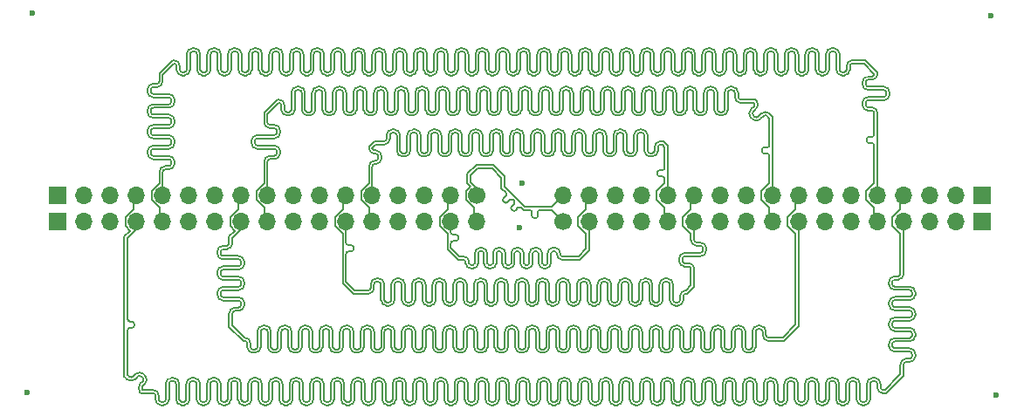
<source format=gbr>
%TF.GenerationSoftware,KiCad,Pcbnew,9.0.0*%
%TF.CreationDate,2025-03-14T15:21:30-04:00*%
%TF.ProjectId,LVDelay,4c564465-6c61-4792-9e6b-696361645f70,rev?*%
%TF.SameCoordinates,Original*%
%TF.FileFunction,Copper,L1,Top*%
%TF.FilePolarity,Positive*%
%FSLAX46Y46*%
G04 Gerber Fmt 4.6, Leading zero omitted, Abs format (unit mm)*
G04 Created by KiCad (PCBNEW 9.0.0) date 2025-03-14 15:21:30*
%MOMM*%
%LPD*%
G01*
G04 APERTURE LIST*
%TA.AperFunction,ComponentPad*%
%ADD10C,1.700000*%
%TD*%
%TA.AperFunction,ComponentPad*%
%ADD11O,1.700000X1.700000*%
%TD*%
%TA.AperFunction,ComponentPad*%
%ADD12R,1.700000X1.700000*%
%TD*%
%TA.AperFunction,ViaPad*%
%ADD13C,0.600000*%
%TD*%
%TA.AperFunction,Conductor*%
%ADD14C,0.175260*%
%TD*%
G04 APERTURE END LIST*
D10*
%TO.P,J2,1,Pin_1*%
%TO.N,/Ch0+*%
X105314830Y-73590655D03*
D11*
%TO.P,J2,2,Pin_2*%
%TO.N,/Ch0-*%
X105314830Y-71050655D03*
%TO.P,J2,3,Pin_3*%
%TO.N,/Ch1+*%
X107854830Y-73590655D03*
%TO.P,J2,4,Pin_4*%
%TO.N,/Ch1-*%
X107854830Y-71050655D03*
%TO.P,J2,5,Pin_5*%
%TO.N,/Ch2+*%
X110394830Y-73590655D03*
%TO.P,J2,6,Pin_6*%
%TO.N,/Ch2-*%
X110394830Y-71050655D03*
%TO.P,J2,7,Pin_7*%
%TO.N,/Ch3+*%
X112934830Y-73590655D03*
%TO.P,J2,8,Pin_8*%
%TO.N,/Ch3-*%
X112934830Y-71050655D03*
%TO.P,J2,9,Pin_9*%
%TO.N,/Ch4+*%
X115474830Y-73590655D03*
%TO.P,J2,10,Pin_10*%
%TO.N,/Ch4-*%
X115474830Y-71050655D03*
%TO.P,J2,11,Pin_11*%
%TO.N,/Ch5+*%
X118014830Y-73590655D03*
%TO.P,J2,12,Pin_12*%
%TO.N,/Ch5-*%
X118014830Y-71050655D03*
%TO.P,J2,13,Pin_13*%
%TO.N,/Ch6+*%
X120554830Y-73590655D03*
%TO.P,J2,14,Pin_14*%
%TO.N,/Ch6-*%
X120554830Y-71050655D03*
%TO.P,J2,15,Pin_15*%
%TO.N,/Ch7+*%
X123094830Y-73590655D03*
%TO.P,J2,16,Pin_16*%
%TO.N,/Ch7-*%
X123094830Y-71050655D03*
%TO.P,J2,17,Pin_17*%
%TO.N,/Ch8+*%
X125634830Y-73590655D03*
%TO.P,J2,18,Pin_18*%
%TO.N,/Ch8-*%
X125634830Y-71050655D03*
%TO.P,J2,19,Pin_19*%
%TO.N,/Ch9+*%
X128174830Y-73590655D03*
%TO.P,J2,20,Pin_20*%
%TO.N,/Ch9-*%
X128174830Y-71050655D03*
%TO.P,J2,21,Pin_21*%
%TO.N,/Ch10+*%
X130714830Y-73590655D03*
%TO.P,J2,22,Pin_22*%
%TO.N,/Ch10-*%
X130714830Y-71050655D03*
%TO.P,J2,23,Pin_23*%
%TO.N,/Ch11+*%
X133254830Y-73590655D03*
%TO.P,J2,24,Pin_24*%
%TO.N,/Ch11-*%
X133254830Y-71050655D03*
%TO.P,J2,25,Pin_25*%
%TO.N,/Ch12+*%
X135794830Y-73590655D03*
%TO.P,J2,26,Pin_26*%
%TO.N,/Ch12-*%
X135794830Y-71050655D03*
%TO.P,J2,27,Pin_27*%
%TO.N,/Ch13+*%
X138334830Y-73590655D03*
%TO.P,J2,28,Pin_28*%
%TO.N,/Ch13-*%
X138334830Y-71050655D03*
%TO.P,J2,29,Pin_29*%
%TO.N,/Ch14+*%
X140874830Y-73590655D03*
%TO.P,J2,30,Pin_30*%
%TO.N,/Ch14-*%
X140874830Y-71050655D03*
%TO.P,J2,31,Pin_31*%
%TO.N,/Ch15+*%
X143414830Y-73590655D03*
%TO.P,J2,32,Pin_32*%
%TO.N,/Ch15-*%
X143414830Y-71050655D03*
D12*
%TO.P,J2,33,Pin_33*%
%TO.N,GND*%
X145954830Y-73590655D03*
%TO.P,J2,34,Pin_34*%
X145954830Y-71050655D03*
%TD*%
D10*
%TO.P,J1,1,Pin_1*%
%TO.N,/Ch0+*%
X96937830Y-71050655D03*
D11*
%TO.P,J1,2,Pin_2*%
%TO.N,/Ch0-*%
X96937830Y-73590655D03*
%TO.P,J1,3,Pin_3*%
%TO.N,/Ch1+*%
X94397830Y-71050655D03*
%TO.P,J1,4,Pin_4*%
%TO.N,/Ch1-*%
X94397830Y-73590655D03*
%TO.P,J1,5,Pin_5*%
%TO.N,/Ch2+*%
X91857830Y-71050655D03*
%TO.P,J1,6,Pin_6*%
%TO.N,/Ch2-*%
X91857830Y-73590655D03*
%TO.P,J1,7,Pin_7*%
%TO.N,/Ch3+*%
X89317830Y-71050655D03*
%TO.P,J1,8,Pin_8*%
%TO.N,/Ch3-*%
X89317830Y-73590655D03*
%TO.P,J1,9,Pin_9*%
%TO.N,/Ch4+*%
X86777830Y-71050655D03*
%TO.P,J1,10,Pin_10*%
%TO.N,/Ch4-*%
X86777830Y-73590655D03*
%TO.P,J1,11,Pin_11*%
%TO.N,/Ch5+*%
X84237830Y-71050655D03*
%TO.P,J1,12,Pin_12*%
%TO.N,/Ch5-*%
X84237830Y-73590655D03*
%TO.P,J1,13,Pin_13*%
%TO.N,/Ch6+*%
X81697830Y-71050655D03*
%TO.P,J1,14,Pin_14*%
%TO.N,/Ch6-*%
X81697830Y-73590655D03*
%TO.P,J1,15,Pin_15*%
%TO.N,/Ch7+*%
X79157830Y-71050655D03*
%TO.P,J1,16,Pin_16*%
%TO.N,/Ch7-*%
X79157830Y-73590655D03*
%TO.P,J1,17,Pin_17*%
%TO.N,/Ch8+*%
X76617830Y-71050655D03*
%TO.P,J1,18,Pin_18*%
%TO.N,/Ch8-*%
X76617830Y-73590655D03*
%TO.P,J1,19,Pin_19*%
%TO.N,/Ch9+*%
X74077830Y-71050655D03*
%TO.P,J1,20,Pin_20*%
%TO.N,/Ch9-*%
X74077830Y-73590655D03*
%TO.P,J1,21,Pin_21*%
%TO.N,/Ch10+*%
X71537830Y-71050655D03*
%TO.P,J1,22,Pin_22*%
%TO.N,/Ch10-*%
X71537830Y-73590655D03*
%TO.P,J1,23,Pin_23*%
%TO.N,/Ch11+*%
X68997830Y-71050655D03*
%TO.P,J1,24,Pin_24*%
%TO.N,/Ch11-*%
X68997830Y-73590655D03*
%TO.P,J1,25,Pin_25*%
%TO.N,/Ch12+*%
X66457830Y-71050655D03*
%TO.P,J1,26,Pin_26*%
%TO.N,/Ch12-*%
X66457830Y-73590655D03*
%TO.P,J1,27,Pin_27*%
%TO.N,/Ch13+*%
X63917830Y-71050655D03*
%TO.P,J1,28,Pin_28*%
%TO.N,/Ch13-*%
X63917830Y-73590655D03*
%TO.P,J1,29,Pin_29*%
%TO.N,/Ch14+*%
X61377830Y-71050655D03*
%TO.P,J1,30,Pin_30*%
%TO.N,/Ch14-*%
X61377830Y-73590655D03*
%TO.P,J1,31,Pin_31*%
%TO.N,/Ch15+*%
X58837830Y-71050655D03*
%TO.P,J1,32,Pin_32*%
%TO.N,/Ch15-*%
X58837830Y-73590655D03*
D12*
%TO.P,J1,33,Pin_33*%
%TO.N,GND*%
X56297830Y-71050655D03*
%TO.P,J1,34,Pin_34*%
X56297830Y-73590655D03*
%TD*%
D13*
%TO.N,GND*%
X101346000Y-69850000D03*
X101092000Y-74168000D03*
X53340000Y-90170000D03*
X53848000Y-53340000D03*
X147320000Y-90424000D03*
X146812000Y-53594000D03*
%TD*%
D14*
%TO.N,/Ch13-*%
X63065660Y-87560655D02*
X63065660Y-84145409D01*
X63466138Y-83305409D02*
X63305660Y-83305409D01*
X63065660Y-83065409D02*
X63065660Y-82945409D01*
X63065660Y-82945409D02*
X63065660Y-81215812D01*
X63065660Y-75182517D02*
X63917830Y-74330347D01*
X63305660Y-83305409D02*
G75*
G02*
X63065691Y-83065409I40J240009D01*
G01*
X63065660Y-84145409D02*
G75*
G02*
X63305660Y-83905360I240040J9D01*
G01*
X63706138Y-83545409D02*
G75*
G03*
X63466138Y-83305362I-240038J9D01*
G01*
X63466138Y-83905409D02*
G75*
G03*
X63706109Y-83665409I-38J240009D01*
G01*
X63305660Y-83905409D02*
X63466138Y-83905409D01*
X63706138Y-83665409D02*
X63706138Y-83545409D01*
X63917830Y-74330347D02*
X63917830Y-73590655D01*
X63065660Y-81215812D02*
X63065660Y-75182517D01*
X137451474Y-78906825D02*
G75*
G03*
X136887625Y-79470655I26J-563875D01*
G01*
X138334830Y-71050655D02*
X138007170Y-71378315D01*
X138007170Y-74805945D02*
X138007170Y-78670655D01*
%TO.N,/Ch13+*%
X138334830Y-88559347D02*
X138044934Y-88849243D01*
X138007170Y-85906825D02*
X138571000Y-85906825D01*
X136629692Y-90264485D02*
X136307830Y-90264485D01*
%TO.N,/Ch13-*%
X137771000Y-80234485D02*
X138334830Y-80234485D01*
%TO.N,/Ch13+*%
X137451477Y-85906825D02*
X138007170Y-85906825D01*
X138007170Y-81234485D02*
X137451474Y-81234485D01*
%TO.N,/Ch13-*%
X137451474Y-80234485D02*
X137771000Y-80234485D01*
%TO.N,/Ch13+*%
X137215307Y-85470655D02*
X137215307Y-85670655D01*
X138334830Y-85234485D02*
X138007170Y-85234485D01*
X138334830Y-81234485D02*
X138007170Y-81234485D01*
%TO.N,/Ch13-*%
X138334830Y-84906825D02*
X138007170Y-84906825D01*
%TO.N,/Ch13+*%
X138890496Y-85234485D02*
X138334830Y-85234485D01*
%TO.N,/Ch13-*%
X139126666Y-86670655D02*
G75*
G02*
X138890496Y-86906866I-236166J-45D01*
G01*
X137451478Y-84234485D02*
X138007170Y-84234485D01*
X138007170Y-87470655D02*
X138007170Y-87670655D01*
X136887644Y-79670655D02*
G75*
G03*
X137451474Y-80234556I563856J-45D01*
G01*
%TO.N,/Ch13+*%
X138007170Y-83906825D02*
X138334830Y-83906825D01*
X138334830Y-87670655D02*
X138334830Y-88559347D01*
X138007170Y-85234485D02*
X137451477Y-85234485D01*
X137451474Y-79906825D02*
X137771000Y-79906825D01*
X139454326Y-86470655D02*
X139454326Y-86670655D01*
%TO.N,/Ch13-*%
X139126666Y-84670655D02*
G75*
G02*
X138890496Y-84906866I-236166J-45D01*
G01*
X138007170Y-84234485D02*
X138334830Y-84234485D01*
X139126666Y-86470655D02*
X139126666Y-86670655D01*
%TO.N,/Ch13+*%
X139454326Y-84470655D02*
X139454326Y-84670655D01*
%TO.N,/Ch13-*%
X136887644Y-79470655D02*
X136887644Y-79670655D01*
%TO.N,/Ch13+*%
X138334830Y-83906825D02*
X138890496Y-83906825D01*
X137215308Y-83470655D02*
X137215308Y-83670655D01*
X139454346Y-82470655D02*
X139454346Y-82670655D01*
X138890516Y-83234485D02*
X138334830Y-83234485D01*
X138890516Y-81906825D02*
G75*
G02*
X139454375Y-82470655I-16J-563875D01*
G01*
X138334830Y-81906825D02*
X138890516Y-81906825D01*
%TO.N,/Ch13-*%
X138890516Y-80234485D02*
G75*
G02*
X139126715Y-80470655I-16J-236215D01*
G01*
%TO.N,/Ch13+*%
X138007170Y-83234485D02*
X137451478Y-83234485D01*
X138890496Y-83906825D02*
G75*
G02*
X139454375Y-84470655I4J-563875D01*
G01*
X137215308Y-83670655D02*
G75*
G03*
X137451478Y-83906892I236192J-45D01*
G01*
X137451478Y-83234485D02*
G75*
G03*
X137215285Y-83470655I22J-236215D01*
G01*
%TO.N,/Ch13-*%
X138007170Y-78670655D02*
G75*
G02*
X137771000Y-78906870I-236170J-45D01*
G01*
X138890516Y-80906825D02*
X138334830Y-80906825D01*
X136887648Y-83470655D02*
X136887648Y-83670655D01*
%TO.N,/Ch13+*%
X139454346Y-82670655D02*
G75*
G02*
X138890516Y-83234546I-563846J-45D01*
G01*
X138890496Y-87234485D02*
X138571000Y-87234485D01*
%TO.N,/Ch13-*%
X138334830Y-82906825D02*
X138007170Y-82906825D01*
%TO.N,/Ch13+*%
X137215304Y-81670655D02*
G75*
G03*
X137451474Y-81906896I236196J-45D01*
G01*
X138334830Y-78670655D02*
G75*
G02*
X137771000Y-79234530I-563830J-45D01*
G01*
X138890516Y-79906825D02*
G75*
G02*
X139454375Y-80470655I-16J-563875D01*
G01*
%TO.N,/Ch13-*%
X138007170Y-72375365D02*
X137243800Y-73138735D01*
X136887644Y-81470655D02*
X136887644Y-81670655D01*
%TO.N,/Ch13+*%
X139454346Y-80670655D02*
G75*
G02*
X138890516Y-81234546I-563846J-45D01*
G01*
%TO.N,/Ch13-*%
X138890516Y-82234485D02*
G75*
G02*
X139126715Y-82470655I-16J-236215D01*
G01*
%TO.N,/Ch13+*%
X137771000Y-79906825D02*
X138334830Y-79906825D01*
%TO.N,/Ch13-*%
X138007170Y-86234485D02*
X138571000Y-86234485D01*
%TO.N,/Ch13+*%
X137451474Y-81234485D02*
G75*
G03*
X137215285Y-81470655I26J-236215D01*
G01*
%TO.N,/Ch13-*%
X137243800Y-73138735D02*
X137243800Y-74042575D01*
%TO.N,/Ch13+*%
X137215304Y-79670655D02*
G75*
G03*
X137451474Y-79906896I236196J-45D01*
G01*
X137451474Y-79234485D02*
G75*
G03*
X137215285Y-79470655I26J-236215D01*
G01*
%TO.N,/Ch13-*%
X136493968Y-89936825D02*
X136307830Y-89936825D01*
%TO.N,/Ch13+*%
X138571000Y-87234485D02*
G75*
G03*
X138334785Y-87470655I0J-236215D01*
G01*
X137215307Y-85670655D02*
G75*
G03*
X137451477Y-85906893I236193J-45D01*
G01*
X138334830Y-83234485D02*
X138007170Y-83234485D01*
X137771000Y-79234485D02*
X137451474Y-79234485D01*
X138334830Y-73590655D02*
X138334830Y-78670655D01*
X138334830Y-87470655D02*
X138334830Y-87670655D01*
X138007170Y-81906825D02*
X138334830Y-81906825D01*
%TO.N,/Ch13-*%
X136887648Y-83670655D02*
G75*
G03*
X137451478Y-84234552I563852J-45D01*
G01*
%TO.N,/Ch13+*%
X138044934Y-88849243D02*
X136629692Y-90264485D01*
X138334830Y-79906825D02*
X138890516Y-79906825D01*
X138571000Y-85906825D02*
X138890496Y-85906825D01*
X139454326Y-84670655D02*
G75*
G02*
X138890496Y-85234526I-563826J-45D01*
G01*
%TO.N,/Ch13-*%
X138890516Y-82906825D02*
X138334830Y-82906825D01*
%TO.N,/Ch13+*%
X138890496Y-85906825D02*
G75*
G02*
X139454375Y-86470655I4J-563875D01*
G01*
X139454346Y-80470655D02*
X139454346Y-80670655D01*
X137451478Y-83906825D02*
X138007170Y-83906825D01*
X138890516Y-81234485D02*
X138334830Y-81234485D01*
X137451474Y-81906825D02*
X138007170Y-81906825D01*
%TO.N,/Ch13-*%
X138007170Y-80906825D02*
X137451474Y-80906825D01*
%TO.N,/Ch13+*%
X137215304Y-79470655D02*
X137215304Y-79670655D01*
X137451477Y-85234485D02*
G75*
G03*
X137215285Y-85470655I23J-236215D01*
G01*
%TO.N,/Ch13-*%
X138334830Y-84234485D02*
X138890496Y-84234485D01*
%TO.N,/Ch13+*%
X139454326Y-86670655D02*
G75*
G02*
X138890496Y-87234526I-563826J-45D01*
G01*
X137215304Y-81470655D02*
X137215304Y-81670655D01*
%TO.N,/Ch13-*%
X138007170Y-82906825D02*
X137451478Y-82906825D01*
X139126686Y-80670655D02*
G75*
G02*
X138890516Y-80906886I-236186J-45D01*
G01*
X139126686Y-80470655D02*
X139126686Y-80670655D01*
X137451474Y-80906825D02*
G75*
G03*
X136887625Y-81470655I26J-563875D01*
G01*
X136887644Y-81670655D02*
G75*
G03*
X137451474Y-82234556I563856J-45D01*
G01*
X139126686Y-82670655D02*
G75*
G02*
X138890516Y-82906886I-236186J-45D01*
G01*
X137451478Y-82906825D02*
G75*
G03*
X136887625Y-83470655I22J-563875D01*
G01*
X138890496Y-84234485D02*
G75*
G02*
X139126715Y-84470655I4J-236215D01*
G01*
X137451477Y-84906825D02*
G75*
G03*
X136887625Y-85470655I23J-563875D01*
G01*
X136887647Y-85670655D02*
G75*
G03*
X137451477Y-86234553I563853J-45D01*
G01*
X138890496Y-86234485D02*
G75*
G02*
X139126715Y-86470655I4J-236215D01*
G01*
X138571000Y-86906825D02*
G75*
G03*
X138007125Y-87470655I0J-563875D01*
G01*
X138007170Y-71378315D02*
X138007170Y-72375365D01*
X137243800Y-74042575D02*
X138007170Y-74805945D01*
X137771000Y-78906825D02*
X137451474Y-78906825D01*
X138334830Y-80234485D02*
X138890516Y-80234485D01*
X138334830Y-80906825D02*
X138007170Y-80906825D01*
X137451474Y-82234485D02*
X138007170Y-82234485D01*
X138007170Y-82234485D02*
X138334830Y-82234485D01*
X138334830Y-82234485D02*
X138890516Y-82234485D01*
X139126686Y-82470655D02*
X139126686Y-82670655D01*
X139126666Y-84470655D02*
X139126666Y-84670655D01*
X138890496Y-84906825D02*
X138334830Y-84906825D01*
X138007170Y-84906825D02*
X137451477Y-84906825D01*
X137451477Y-86234485D02*
X138007170Y-86234485D01*
X136887647Y-85470655D02*
X136887647Y-85670655D01*
X138571000Y-86234485D02*
X138890496Y-86234485D01*
X138007170Y-88423623D02*
X137813242Y-88617551D01*
X138890496Y-86906825D02*
X138571000Y-86906825D01*
X138007170Y-87670655D02*
X138007170Y-88423623D01*
X137813242Y-88617551D02*
X136493968Y-89936825D01*
X88744000Y-90864485D02*
G75*
G02*
X88507830Y-91100700I-236200J-15D01*
G01*
X89307830Y-88772995D02*
G75*
G03*
X88743995Y-89336825I-30J-563805D01*
G01*
X90307830Y-91100655D02*
G75*
G02*
X90071645Y-90864485I-30J236155D01*
G01*
X90744000Y-90864485D02*
G75*
G02*
X90507830Y-91100700I-236200J-15D01*
G01*
X92071660Y-89336825D02*
G75*
G03*
X91507830Y-88772940I-563860J25D01*
G01*
X92307830Y-91100655D02*
G75*
G02*
X92071645Y-90864485I-30J236155D01*
G01*
X93307830Y-88772995D02*
G75*
G03*
X92743995Y-89336825I-30J-563805D01*
G01*
X110744000Y-89936825D02*
X110744000Y-90264485D01*
X94071660Y-89336825D02*
G75*
G03*
X93507830Y-88772940I-563860J25D01*
G01*
X94744000Y-90864485D02*
G75*
G02*
X94507830Y-91100700I-236200J-15D01*
G01*
X95307830Y-88772995D02*
G75*
G03*
X94743995Y-89336825I-30J-563805D01*
G01*
%TO.N,/Ch13+*%
X73744000Y-89336825D02*
G75*
G03*
X73507830Y-89100600I-236200J25D01*
G01*
%TO.N,/Ch13-*%
X96307830Y-91100655D02*
G75*
G02*
X96071645Y-90864485I-30J236155D01*
G01*
%TO.N,/Ch13+*%
X75071660Y-90864485D02*
G75*
G02*
X74507830Y-91428360I-563860J-15D01*
G01*
%TO.N,/Ch13-*%
X96744000Y-90864485D02*
G75*
G02*
X96507830Y-91100700I-236200J-15D01*
G01*
%TO.N,/Ch13+*%
X75307830Y-89100655D02*
G75*
G03*
X75071655Y-89336825I-30J-236145D01*
G01*
%TO.N,/Ch13-*%
X134744000Y-89700655D02*
X134744000Y-90264485D01*
X98071660Y-89336825D02*
G75*
G03*
X97507830Y-88772940I-563860J25D01*
G01*
X98307830Y-91100655D02*
G75*
G02*
X98071645Y-90864485I-30J236155D01*
G01*
X99307830Y-88772995D02*
G75*
G03*
X98743995Y-89336825I-30J-563805D01*
G01*
X100071660Y-89336825D02*
G75*
G03*
X99507830Y-88772940I-563860J25D01*
G01*
X117507830Y-88772995D02*
X117307830Y-88772995D01*
X98744000Y-90264485D02*
X98744000Y-90864485D01*
X100744000Y-90864485D02*
G75*
G02*
X100507830Y-91100700I-236200J-15D01*
G01*
X101307830Y-88772995D02*
G75*
G03*
X100743995Y-89336825I-30J-563805D01*
G01*
X106071660Y-89336825D02*
G75*
G03*
X105507830Y-88772940I-563860J25D01*
G01*
%TO.N,/Ch13+*%
X130307830Y-91428315D02*
G75*
G02*
X129743985Y-90864485I-30J563815D01*
G01*
%TO.N,/Ch13-*%
X106307830Y-91100655D02*
G75*
G02*
X106071645Y-90864485I-30J236155D01*
G01*
X124071660Y-90264485D02*
X124071660Y-89936825D01*
X108307830Y-91100655D02*
G75*
G02*
X108071645Y-90864485I-30J236155D01*
G01*
X116507830Y-91100655D02*
X116307830Y-91100655D01*
X109307830Y-88772995D02*
G75*
G03*
X108743995Y-89336825I-30J-563805D01*
G01*
%TO.N,/Ch13+*%
X103744000Y-89336825D02*
G75*
G03*
X103507830Y-89100600I-236200J25D01*
G01*
%TO.N,/Ch13-*%
X112071660Y-89336825D02*
G75*
G03*
X111507830Y-88772940I-563860J25D01*
G01*
X112307830Y-91100655D02*
G75*
G02*
X112071645Y-90864485I-30J236155D01*
G01*
X114071660Y-89336825D02*
G75*
G03*
X113507830Y-88772940I-563860J25D01*
G01*
X116307830Y-91100655D02*
G75*
G02*
X116071645Y-90864485I-30J236155D01*
G01*
X117307830Y-88772995D02*
G75*
G03*
X116743995Y-89336825I-30J-563805D01*
G01*
%TO.N,/Ch13+*%
X69071660Y-90264485D02*
X69071660Y-90864485D01*
%TO.N,/Ch13-*%
X118071660Y-89336825D02*
G75*
G03*
X117507830Y-88772940I-563860J25D01*
G01*
X118744000Y-90864485D02*
G75*
G02*
X118507830Y-91100700I-236200J-15D01*
G01*
X119307830Y-88772995D02*
G75*
G03*
X118743995Y-89336825I-30J-563805D01*
G01*
X120307830Y-91100655D02*
G75*
G02*
X120071645Y-90864485I-30J236155D01*
G01*
X128744000Y-90264485D02*
X128744000Y-90864485D01*
X120744000Y-90864485D02*
G75*
G02*
X120507830Y-91100700I-236200J-15D01*
G01*
X118744000Y-89936825D02*
X118744000Y-90264485D01*
X122071660Y-89336825D02*
G75*
G03*
X121507830Y-88772940I-563860J25D01*
G01*
%TO.N,/Ch13+*%
X118307830Y-91428315D02*
G75*
G02*
X117743985Y-90864485I-30J563815D01*
G01*
%TO.N,/Ch13-*%
X122744000Y-90864485D02*
G75*
G02*
X122507830Y-91100700I-236200J-15D01*
G01*
X123307830Y-88772995D02*
G75*
G03*
X122743995Y-89336825I-30J-563805D01*
G01*
%TO.N,/Ch13+*%
X119744000Y-89336825D02*
G75*
G03*
X119507830Y-89100600I-236200J25D01*
G01*
%TO.N,/Ch13-*%
X124071660Y-89336825D02*
G75*
G03*
X123507830Y-88772940I-563860J25D01*
G01*
%TO.N,/Ch13+*%
X120307830Y-91428315D02*
G75*
G02*
X119743985Y-90864485I-30J563815D01*
G01*
%TO.N,/Ch13-*%
X124307830Y-91100655D02*
G75*
G02*
X124071645Y-90864485I-30J236155D01*
G01*
%TO.N,/Ch13+*%
X121071660Y-90864485D02*
G75*
G02*
X120507830Y-91428360I-563860J-15D01*
G01*
%TO.N,/Ch13-*%
X124744000Y-90864485D02*
G75*
G02*
X124507830Y-91100700I-236200J-15D01*
G01*
%TO.N,/Ch13+*%
X121307830Y-89100655D02*
G75*
G03*
X121071655Y-89336825I-30J-236145D01*
G01*
%TO.N,/Ch13-*%
X125307830Y-88772995D02*
G75*
G03*
X124743995Y-89336825I-30J-563805D01*
G01*
X126071660Y-89336825D02*
G75*
G03*
X125507830Y-88772940I-563860J25D01*
G01*
X102307830Y-91100655D02*
G75*
G02*
X102071645Y-90864485I-30J236155D01*
G01*
X126307830Y-91100655D02*
G75*
G02*
X126071645Y-90864485I-30J236155D01*
G01*
X102744000Y-90864485D02*
G75*
G02*
X102507830Y-91100700I-236200J-15D01*
G01*
X126744000Y-90864485D02*
G75*
G02*
X126507830Y-91100700I-236200J-15D01*
G01*
X103307830Y-88772995D02*
G75*
G03*
X102743995Y-89336825I-30J-563805D01*
G01*
%TO.N,/Ch13+*%
X127744000Y-89336825D02*
G75*
G03*
X127507830Y-89100600I-236200J25D01*
G01*
%TO.N,/Ch13-*%
X127307830Y-88772995D02*
G75*
G03*
X126743995Y-89336825I-30J-563805D01*
G01*
X125507830Y-88772995D02*
X125307830Y-88772995D01*
X130071660Y-89336825D02*
G75*
G03*
X129507830Y-88772940I-563860J25D01*
G01*
X134071660Y-89336825D02*
G75*
G03*
X133507830Y-88772940I-563860J25D01*
G01*
X106744000Y-90864485D02*
G75*
G02*
X106507830Y-91100700I-236200J-15D01*
G01*
%TO.N,/Ch13+*%
X117071660Y-90264485D02*
X117071660Y-90864485D01*
%TO.N,/Ch13-*%
X130744000Y-90864485D02*
G75*
G02*
X130507830Y-91100700I-236200J-15D01*
G01*
X134744000Y-90864485D02*
G75*
G02*
X134507830Y-91100700I-236200J-15D01*
G01*
X107307830Y-88772995D02*
G75*
G03*
X106743995Y-89336825I-30J-563805D01*
G01*
X131307830Y-88772995D02*
G75*
G03*
X130743995Y-89336825I-30J-563805D01*
G01*
X135307830Y-88772995D02*
G75*
G03*
X134743995Y-89336825I-30J-563805D01*
G01*
X108071660Y-89336825D02*
G75*
G03*
X107507830Y-88772940I-563860J25D01*
G01*
X132071660Y-89336825D02*
G75*
G03*
X131507830Y-88772940I-563860J25D01*
G01*
X136071660Y-89336825D02*
G75*
G03*
X135507830Y-88772940I-563860J25D01*
G01*
%TO.N,/Ch13+*%
X123744000Y-89936825D02*
X123744000Y-89336825D01*
%TO.N,/Ch13-*%
X82071660Y-90264485D02*
X82071660Y-89936825D01*
X113307830Y-88772995D02*
G75*
G03*
X112743995Y-89336825I-30J-563805D01*
G01*
X115307830Y-88772995D02*
G75*
G03*
X114743995Y-89336825I-30J-563805D01*
G01*
%TO.N,/Ch13+*%
X63590170Y-71378315D02*
X63917830Y-71050655D01*
X87744000Y-90864485D02*
X87744000Y-90264485D01*
%TO.N,/Ch13-*%
X120744000Y-89936825D02*
X120744000Y-90264485D01*
%TO.N,/Ch13+*%
X63590170Y-72375365D02*
X63590170Y-71378315D01*
X62826800Y-73138735D02*
X63590170Y-72375365D01*
%TO.N,/Ch13-*%
X96744000Y-89936825D02*
X96744000Y-90264485D01*
X65507830Y-89936825D02*
X65307830Y-89936825D01*
%TO.N,/Ch13+*%
X63284509Y-74500284D02*
X62826800Y-74042575D01*
X98307830Y-91428315D02*
G75*
G02*
X97743985Y-90864485I-30J563815D01*
G01*
X62847787Y-88754302D02*
X62738000Y-88644517D01*
X64262000Y-89371140D02*
X64519266Y-89113873D01*
X65744000Y-90864485D02*
X65744000Y-90500655D01*
X109744000Y-89336825D02*
G75*
G03*
X109507830Y-89100600I-236200J25D01*
G01*
%TO.N,/Ch13-*%
X104744000Y-89336825D02*
X104744000Y-89936825D01*
%TO.N,/Ch13+*%
X66507830Y-91428315D02*
X66307830Y-91428315D01*
X67071660Y-89936825D02*
X67071660Y-90500655D01*
X67071660Y-89336825D02*
X67071660Y-89936825D01*
%TO.N,/Ch13-*%
X134744000Y-89336825D02*
X134744000Y-89700655D01*
X63812159Y-88406765D02*
X63554892Y-88664031D01*
%TO.N,/Ch13+*%
X67507830Y-89100655D02*
X67307830Y-89100655D01*
%TO.N,/Ch13-*%
X64750957Y-88548187D02*
X64609535Y-88406765D01*
%TO.N,/Ch13+*%
X67744000Y-90264485D02*
X67744000Y-89936825D01*
X85307830Y-89100655D02*
G75*
G03*
X85071655Y-89336825I-30J-236145D01*
G01*
%TO.N,/Ch13-*%
X106071660Y-90864485D02*
X106071660Y-90264485D01*
%TO.N,/Ch13+*%
X67744000Y-90864485D02*
X67744000Y-90264485D01*
X111307830Y-89100655D02*
G75*
G03*
X111071655Y-89336825I-30J-236145D01*
G01*
X68507830Y-91428315D02*
X68307830Y-91428315D01*
X69071660Y-89336825D02*
X69071660Y-89936825D01*
X117744000Y-90264485D02*
X117744000Y-89936825D01*
X62826800Y-74042575D02*
X62826800Y-73138735D01*
X69507830Y-89100655D02*
X69307830Y-89100655D01*
%TO.N,/Ch13-*%
X97507830Y-88772995D02*
X97307830Y-88772995D01*
%TO.N,/Ch13+*%
X62738000Y-75046793D02*
X63284509Y-74500284D01*
X125071660Y-89336825D02*
X125071660Y-89936825D01*
X69744000Y-90264485D02*
X69744000Y-89936825D01*
X119071660Y-90264485D02*
X119071660Y-90864485D01*
X69744000Y-90864485D02*
X69744000Y-90264485D01*
X71507830Y-89100655D02*
X71307830Y-89100655D01*
%TO.N,/Ch13-*%
X82744000Y-90864485D02*
G75*
G02*
X82507830Y-91100700I-236200J-15D01*
G01*
X136307830Y-89936825D02*
G75*
G02*
X136071675Y-89700655I-30J236125D01*
G01*
%TO.N,/Ch13+*%
X71744000Y-90264485D02*
X71744000Y-89936825D01*
X71744000Y-90864485D02*
X71744000Y-90264485D01*
X121071660Y-89936825D02*
X121071660Y-90264485D01*
X72507830Y-91428315D02*
X72307830Y-91428315D01*
X73071660Y-89936825D02*
X73071660Y-90264485D01*
X73071660Y-89336825D02*
X73071660Y-89936825D01*
X73744000Y-90264485D02*
X73744000Y-89936825D01*
%TO.N,/Ch13-*%
X74744000Y-90864485D02*
G75*
G02*
X74507830Y-91100700I-236200J-15D01*
G01*
X90744000Y-89936825D02*
X90744000Y-90264485D01*
%TO.N,/Ch13+*%
X74507830Y-91428315D02*
X74307830Y-91428315D01*
X75744000Y-90264485D02*
X75744000Y-89936825D01*
X75744000Y-90864485D02*
X75744000Y-90264485D01*
X76507830Y-91428315D02*
X76307830Y-91428315D01*
X103071660Y-90264485D02*
X103071660Y-90864485D01*
X111744000Y-90864485D02*
X111744000Y-90264485D01*
%TO.N,/Ch13-*%
X92744000Y-90864485D02*
G75*
G02*
X92507830Y-91100700I-236200J-15D01*
G01*
%TO.N,/Ch13+*%
X79071660Y-89936825D02*
X79071660Y-90264485D01*
X65507830Y-90264485D02*
X65307830Y-90264485D01*
X79507830Y-89100655D02*
X79307830Y-89100655D01*
%TO.N,/Ch13-*%
X94307830Y-91100655D02*
G75*
G02*
X94071645Y-90864485I-30J236155D01*
G01*
%TO.N,/Ch13+*%
X81071660Y-89936825D02*
X81071660Y-90264485D01*
X129744000Y-89936825D02*
X129744000Y-89336825D01*
X83071660Y-89336825D02*
X83071660Y-89936825D01*
X131744000Y-90264485D02*
X131744000Y-89936825D01*
%TO.N,/Ch13-*%
X91307830Y-88772995D02*
G75*
G03*
X90743995Y-89336825I-30J-563805D01*
G01*
%TO.N,/Ch13+*%
X83744000Y-89936825D02*
X83744000Y-89336825D01*
X87307830Y-89100655D02*
G75*
G03*
X87071655Y-89336825I-30J-236145D01*
G01*
X83744000Y-90264485D02*
X83744000Y-89936825D01*
X133071660Y-90264485D02*
X133071660Y-90864485D01*
X113307830Y-89100655D02*
G75*
G03*
X113071655Y-89336825I-30J-236145D01*
G01*
%TO.N,/Ch13-*%
X116071660Y-89336825D02*
G75*
G03*
X115507830Y-88772940I-563860J25D01*
G01*
%TO.N,/Ch13+*%
X67071660Y-90500655D02*
X67071660Y-90864485D01*
X84507830Y-91428315D02*
X84307830Y-91428315D01*
X119744000Y-90864485D02*
X119744000Y-90264485D01*
%TO.N,/Ch13-*%
X97307830Y-88772995D02*
G75*
G03*
X96743995Y-89336825I-30J-563805D01*
G01*
%TO.N,/Ch13+*%
X85071660Y-89936825D02*
X85071660Y-90264485D01*
%TO.N,/Ch13-*%
X128071660Y-90864485D02*
X128071660Y-90264485D01*
X116744000Y-90864485D02*
G75*
G02*
X116507830Y-91100700I-236200J-15D01*
G01*
%TO.N,/Ch13+*%
X85744000Y-89936825D02*
X85744000Y-89336825D01*
X87071660Y-89336825D02*
X87071660Y-89936825D01*
X105744000Y-90264485D02*
X105744000Y-89936825D01*
%TO.N,/Ch13-*%
X118307830Y-91100655D02*
G75*
G02*
X118071645Y-90864485I-30J236155D01*
G01*
%TO.N,/Ch13+*%
X87744000Y-89936825D02*
X87744000Y-89336825D01*
X90307830Y-91428315D02*
G75*
G02*
X89743985Y-90864485I-30J563815D01*
G01*
X91744000Y-90264485D02*
X91744000Y-89936825D01*
X93744000Y-89936825D02*
X93744000Y-89336825D01*
X94507830Y-91428315D02*
X94307830Y-91428315D01*
X95307830Y-89100655D02*
G75*
G03*
X95071655Y-89336825I-30J-236145D01*
G01*
X95071660Y-90264485D02*
X95071660Y-90864485D01*
X95507830Y-89100655D02*
X95307830Y-89100655D01*
X95744000Y-89936825D02*
X95744000Y-89336825D01*
X95744000Y-90864485D02*
X95744000Y-90264485D01*
X135071660Y-89700655D02*
X135071660Y-90264485D01*
X96507830Y-91428315D02*
X96307830Y-91428315D01*
X97071660Y-90264485D02*
X97071660Y-90864485D01*
%TO.N,/Ch13-*%
X108744000Y-90264485D02*
X108744000Y-90864485D01*
%TO.N,/Ch13+*%
X97507830Y-89100655D02*
X97307830Y-89100655D01*
X133071660Y-89336825D02*
X133071660Y-89936825D01*
X97744000Y-90864485D02*
X97744000Y-90264485D01*
X135071660Y-90864485D02*
G75*
G02*
X134507830Y-91428360I-563860J-15D01*
G01*
X98507830Y-91428315D02*
X98307830Y-91428315D01*
X99071660Y-90264485D02*
X99071660Y-90864485D01*
X99071660Y-89336825D02*
X99071660Y-89936825D01*
%TO.N,/Ch13-*%
X118744000Y-89336825D02*
X118744000Y-89936825D01*
X70744000Y-89336825D02*
X70744000Y-89936825D01*
%TO.N,/Ch13+*%
X99507830Y-89100655D02*
X99307830Y-89100655D01*
%TO.N,/Ch13-*%
X71507830Y-88772995D02*
X71307830Y-88772995D01*
%TO.N,/Ch13+*%
X99744000Y-89936825D02*
X99744000Y-89336825D01*
X115307830Y-89100655D02*
G75*
G03*
X115071655Y-89336825I-30J-236145D01*
G01*
X75071660Y-89936825D02*
X75071660Y-90264485D01*
X99744000Y-90864485D02*
X99744000Y-90264485D01*
%TO.N,/Ch13-*%
X110071660Y-90864485D02*
X110071660Y-90264485D01*
%TO.N,/Ch13+*%
X93744000Y-90264485D02*
X93744000Y-89936825D01*
%TO.N,/Ch13-*%
X114744000Y-89336825D02*
X114744000Y-89936825D01*
%TO.N,/Ch13+*%
X101071660Y-90264485D02*
X101071660Y-90864485D01*
X109744000Y-90864485D02*
X109744000Y-90264485D01*
X75744000Y-89936825D02*
X75744000Y-89336825D01*
X93744000Y-90864485D02*
X93744000Y-90264485D01*
X101071660Y-89936825D02*
X101071660Y-90264485D01*
X101071660Y-89336825D02*
X101071660Y-89936825D01*
X64519266Y-89113873D02*
G75*
G03*
X64519242Y-88779903I-166966J166973D01*
G01*
X95071660Y-89936825D02*
X95071660Y-90264485D01*
X97744000Y-89336825D02*
G75*
G03*
X97507830Y-89100600I-236200J25D01*
G01*
%TO.N,/Ch13-*%
X86744000Y-90864485D02*
G75*
G02*
X86507830Y-91100700I-236200J-15D01*
G01*
X87507830Y-88772995D02*
X87307830Y-88772995D01*
%TO.N,/Ch13+*%
X101744000Y-89936825D02*
X101744000Y-89336825D01*
X111071660Y-89336825D02*
X111071660Y-89936825D01*
X77071660Y-90264485D02*
X77071660Y-90864485D01*
X112507830Y-91428315D02*
X112307830Y-91428315D01*
X95071660Y-89336825D02*
X95071660Y-89936825D01*
X101744000Y-90264485D02*
X101744000Y-89936825D01*
%TO.N,/Ch13-*%
X131507830Y-88772995D02*
X131307830Y-88772995D01*
X110744000Y-89336825D02*
X110744000Y-89936825D01*
X129307830Y-88772995D02*
G75*
G03*
X128743995Y-89336825I-30J-563805D01*
G01*
X133307830Y-88772995D02*
G75*
G03*
X132743995Y-89336825I-30J-563805D01*
G01*
%TO.N,/Ch13+*%
X102507830Y-91428315D02*
X102307830Y-91428315D01*
X117307830Y-89100655D02*
G75*
G03*
X117071655Y-89336825I-30J-236145D01*
G01*
X95744000Y-90264485D02*
X95744000Y-89936825D01*
X103071660Y-89336825D02*
X103071660Y-89936825D01*
X103507830Y-89100655D02*
X103307830Y-89100655D01*
X97071660Y-89336825D02*
X97071660Y-89936825D01*
X103744000Y-90264485D02*
X103744000Y-89936825D01*
X103744000Y-90864485D02*
X103744000Y-90264485D01*
X104507830Y-91428315D02*
X104307830Y-91428315D01*
X105071660Y-89336825D02*
X105071660Y-89936825D01*
X105507830Y-89100655D02*
X105307830Y-89100655D01*
X99071660Y-89936825D02*
X99071660Y-90264485D01*
%TO.N,/Ch13-*%
X70744000Y-89936825D02*
X70744000Y-90264485D01*
%TO.N,/Ch13+*%
X105744000Y-89936825D02*
X105744000Y-89336825D01*
X115071660Y-89336825D02*
X115071660Y-89936825D01*
%TO.N,/Ch13-*%
X134744000Y-90264485D02*
X134744000Y-90864485D01*
%TO.N,/Ch13+*%
X89071660Y-89936825D02*
X89071660Y-90264485D01*
X107744000Y-90264485D02*
X107744000Y-89936825D01*
X108507830Y-91428315D02*
X108307830Y-91428315D01*
X73744000Y-90864485D02*
X73744000Y-90264485D01*
X123071660Y-89936825D02*
X123071660Y-90264485D01*
X74307830Y-91428315D02*
G75*
G02*
X73743985Y-90864485I-30J563815D01*
G01*
%TO.N,/Ch13-*%
X96071660Y-89336825D02*
G75*
G03*
X95507830Y-88772940I-563860J25D01*
G01*
%TO.N,/Ch13+*%
X75507830Y-89100655D02*
X75307830Y-89100655D01*
X107071660Y-89936825D02*
X107071660Y-90264485D01*
X75744000Y-89336825D02*
G75*
G03*
X75507830Y-89100600I-236200J25D01*
G01*
X131307830Y-89100655D02*
G75*
G03*
X131071655Y-89336825I-30J-236145D01*
G01*
X110507830Y-91428315D02*
X110307830Y-91428315D01*
%TO.N,/Ch13-*%
X104071660Y-89336825D02*
G75*
G03*
X103507830Y-88772940I-563860J25D01*
G01*
%TO.N,/Ch13+*%
X128307830Y-91428315D02*
G75*
G02*
X127743985Y-90864485I-30J563815D01*
G01*
%TO.N,/Ch13-*%
X128071660Y-89336825D02*
G75*
G03*
X127507830Y-88772940I-563860J25D01*
G01*
%TO.N,/Ch13+*%
X83744000Y-89336825D02*
G75*
G03*
X83507830Y-89100600I-236200J25D01*
G01*
%TO.N,/Ch13-*%
X120071660Y-89336825D02*
G75*
G03*
X119507830Y-88772940I-563860J25D01*
G01*
%TO.N,/Ch13+*%
X89744000Y-89936825D02*
X89744000Y-89336825D01*
X107071660Y-90264485D02*
X107071660Y-90864485D01*
X116307830Y-91428315D02*
G75*
G02*
X115743985Y-90864485I-30J563815D01*
G01*
X87744000Y-90264485D02*
X87744000Y-89936825D01*
X125071660Y-90264485D02*
X125071660Y-90864485D01*
%TO.N,/Ch13-*%
X76307830Y-91100655D02*
G75*
G02*
X76071645Y-90864485I-30J236155D01*
G01*
%TO.N,/Ch13+*%
X71071660Y-89336825D02*
X71071660Y-89936825D01*
X119744000Y-90264485D02*
X119744000Y-89936825D01*
X85744000Y-89336825D02*
G75*
G03*
X85507830Y-89100600I-236200J25D01*
G01*
X81744000Y-89936825D02*
X81744000Y-89336825D01*
X87744000Y-89336825D02*
G75*
G03*
X87507830Y-89100600I-236200J25D01*
G01*
X85071660Y-89336825D02*
X85071660Y-89936825D01*
X103071660Y-90864485D02*
G75*
G02*
X102507830Y-91428360I-563860J-15D01*
G01*
%TO.N,/Ch13-*%
X98071660Y-89936825D02*
X98071660Y-89336825D01*
%TO.N,/Ch13+*%
X105071660Y-90864485D02*
G75*
G02*
X104507830Y-91428360I-563860J-15D01*
G01*
%TO.N,/Ch13-*%
X110307830Y-91100655D02*
G75*
G02*
X110071645Y-90864485I-30J236155D01*
G01*
%TO.N,/Ch13+*%
X79071660Y-89336825D02*
X79071660Y-89936825D01*
X91744000Y-89336825D02*
G75*
G03*
X91507830Y-89100600I-236200J25D01*
G01*
X103071660Y-89936825D02*
X103071660Y-90264485D01*
%TO.N,/Ch13-*%
X104071660Y-89936825D02*
X104071660Y-89336825D01*
%TO.N,/Ch13+*%
X93071660Y-90864485D02*
G75*
G02*
X92507830Y-91428360I-563860J-15D01*
G01*
X93071660Y-89936825D02*
X93071660Y-90264485D01*
%TO.N,/Ch13-*%
X124071660Y-90864485D02*
X124071660Y-90264485D01*
%TO.N,/Ch13+*%
X127744000Y-90264485D02*
X127744000Y-89936825D01*
%TO.N,/Ch13-*%
X94744000Y-89936825D02*
X94744000Y-90264485D01*
%TO.N,/Ch13+*%
X81071660Y-89336825D02*
X81071660Y-89936825D01*
X97307830Y-89100655D02*
G75*
G03*
X97071655Y-89336825I-30J-236145D01*
G01*
X129744000Y-90264485D02*
X129744000Y-89936825D01*
X93307830Y-89100655D02*
G75*
G03*
X93071655Y-89336825I-30J-236145D01*
G01*
X105071660Y-89936825D02*
X105071660Y-90264485D01*
X77507830Y-89100655D02*
X77307830Y-89100655D01*
X111071660Y-90864485D02*
G75*
G02*
X110507830Y-91428360I-563860J-15D01*
G01*
%TO.N,/Ch13-*%
X132307830Y-91100655D02*
G75*
G02*
X132071645Y-90864485I-30J236155D01*
G01*
%TO.N,/Ch13+*%
X125071660Y-90864485D02*
G75*
G02*
X124507830Y-91428360I-563860J-15D01*
G01*
X97744000Y-90264485D02*
X97744000Y-89936825D01*
X105071660Y-90264485D02*
X105071660Y-90864485D01*
X113744000Y-90864485D02*
X113744000Y-90264485D01*
X73307830Y-89100655D02*
G75*
G03*
X73071655Y-89336825I-30J-236145D01*
G01*
X115744000Y-90264485D02*
X115744000Y-89936825D01*
%TO.N,/Ch13-*%
X132744000Y-90864485D02*
G75*
G02*
X132507830Y-91100700I-236200J-15D01*
G01*
%TO.N,/Ch13+*%
X125307830Y-89100655D02*
G75*
G03*
X125071655Y-89336825I-30J-236145D01*
G01*
%TO.N,/Ch13-*%
X88744000Y-90264485D02*
X88744000Y-90864485D01*
%TO.N,/Ch13+*%
X79744000Y-89936825D02*
X79744000Y-89336825D01*
%TO.N,/Ch13-*%
X63079477Y-88522612D02*
X63065660Y-88508793D01*
%TO.N,/Ch13+*%
X99071660Y-90864485D02*
G75*
G02*
X98507830Y-91428360I-563860J-15D01*
G01*
X99307830Y-89100655D02*
G75*
G03*
X99071655Y-89336825I-30J-236145D01*
G01*
X64357968Y-90264485D02*
X64262000Y-90168516D01*
X77744000Y-90264485D02*
X77744000Y-89936825D01*
X113071660Y-89936825D02*
X113071660Y-90264485D01*
X108307830Y-91428315D02*
G75*
G02*
X107743985Y-90864485I-30J563815D01*
G01*
%TO.N,/Ch13-*%
X134307830Y-91100655D02*
G75*
G02*
X134071645Y-90864485I-30J236155D01*
G01*
%TO.N,/Ch13+*%
X121744000Y-89936825D02*
X121744000Y-89336825D01*
X100307830Y-91428315D02*
G75*
G02*
X99743985Y-90864485I-30J563815D01*
G01*
%TO.N,/Ch13-*%
X84744000Y-89336825D02*
X84744000Y-89936825D01*
X114744000Y-90864485D02*
G75*
G02*
X114507830Y-91100700I-236200J-15D01*
G01*
%TO.N,/Ch13+*%
X64043849Y-88638456D02*
X63786582Y-88895722D01*
%TO.N,/Ch13-*%
X122744000Y-89936825D02*
X122744000Y-90264485D01*
%TO.N,/Ch13+*%
X101307830Y-89100655D02*
G75*
G03*
X101071655Y-89336825I-30J-236145D01*
G01*
X97071660Y-89936825D02*
X97071660Y-90264485D01*
%TO.N,/Ch13-*%
X68744000Y-89936825D02*
X68744000Y-90264485D01*
%TO.N,/Ch13+*%
X103744000Y-89936825D02*
X103744000Y-89336825D01*
X113071660Y-89336825D02*
X113071660Y-89936825D01*
X86307830Y-91428315D02*
G75*
G02*
X85743985Y-90864485I-30J563815D01*
G01*
X76307830Y-91428315D02*
G75*
G02*
X75743985Y-90864485I-30J563815D01*
G01*
X95744000Y-89336825D02*
G75*
G03*
X95507830Y-89100600I-236200J25D01*
G01*
X131744000Y-89336825D02*
G75*
G03*
X131507830Y-89100600I-236200J25D01*
G01*
X71744000Y-89936825D02*
X71744000Y-89336825D01*
X77071660Y-90864485D02*
G75*
G02*
X76507830Y-91428360I-563860J-15D01*
G01*
%TO.N,/Ch13-*%
X106744000Y-89336825D02*
X106744000Y-89936825D01*
%TO.N,/Ch13+*%
X129507830Y-89100655D02*
X129307830Y-89100655D01*
X95071660Y-90864485D02*
G75*
G02*
X94507830Y-91428360I-563860J-15D01*
G01*
X135071660Y-89336825D02*
X135071660Y-89700655D01*
X77307830Y-89100655D02*
G75*
G03*
X77071655Y-89336825I-30J-236145D01*
G01*
%TO.N,/Ch13-*%
X116744000Y-90264485D02*
X116744000Y-90864485D01*
%TO.N,/Ch13+*%
X103307830Y-89100655D02*
G75*
G03*
X103071655Y-89336825I-30J-236145D01*
G01*
X88307830Y-91428315D02*
G75*
G02*
X87743985Y-90864485I-30J563815D01*
G01*
X78307830Y-91428315D02*
G75*
G02*
X77743985Y-90864485I-30J563815D01*
G01*
X123307830Y-89100655D02*
G75*
G03*
X123071655Y-89336825I-30J-236145D01*
G01*
X96307830Y-91428315D02*
G75*
G02*
X95743985Y-90864485I-30J563815D01*
G01*
X100507830Y-91428315D02*
X100307830Y-91428315D01*
X115744000Y-89336825D02*
G75*
G03*
X115507830Y-89100600I-236200J25D01*
G01*
X97071660Y-90864485D02*
G75*
G02*
X96507830Y-91428360I-563860J-15D01*
G01*
X79307830Y-89100655D02*
G75*
G03*
X79071655Y-89336825I-30J-236145D01*
G01*
X69071660Y-89936825D02*
X69071660Y-90264485D01*
X117744000Y-89936825D02*
X117744000Y-89336825D01*
X124307830Y-91428315D02*
G75*
G02*
X123743985Y-90864485I-30J563815D01*
G01*
X105307830Y-89100655D02*
G75*
G03*
X105071655Y-89336825I-30J-236145D01*
G01*
%TO.N,/Ch13-*%
X110744000Y-90864485D02*
G75*
G02*
X110507830Y-91100700I-236200J-15D01*
G01*
%TO.N,/Ch13+*%
X77071660Y-89336825D02*
X77071660Y-89936825D01*
X77744000Y-89336825D02*
G75*
G03*
X77507830Y-89100600I-236200J25D01*
G01*
X82307830Y-91428315D02*
G75*
G02*
X81743985Y-90864485I-30J563815D01*
G01*
X113071660Y-90264485D02*
X113071660Y-90864485D01*
X80307830Y-91428315D02*
G75*
G02*
X79743985Y-90864485I-30J563815D01*
G01*
X71071660Y-90264485D02*
X71071660Y-90864485D01*
X135507830Y-89100655D02*
X135307830Y-89100655D01*
%TO.N,/Ch13-*%
X82307830Y-91100655D02*
G75*
G02*
X82071645Y-90864485I-30J236155D01*
G01*
%TO.N,/Ch13+*%
X89071660Y-89336825D02*
X89071660Y-89936825D01*
X105744000Y-90864485D02*
X105744000Y-90264485D01*
X105744000Y-89336825D02*
G75*
G03*
X105507830Y-89100600I-236200J25D01*
G01*
X123071660Y-90264485D02*
X123071660Y-90864485D01*
X126307830Y-91428315D02*
G75*
G02*
X125743985Y-90864485I-30J563815D01*
G01*
%TO.N,/Ch13-*%
X89507830Y-88772995D02*
X89307830Y-88772995D01*
%TO.N,/Ch13+*%
X93744000Y-89336825D02*
G75*
G03*
X93507830Y-89100600I-236200J25D01*
G01*
X99744000Y-90264485D02*
X99744000Y-89936825D01*
X109071660Y-90864485D02*
G75*
G02*
X108507830Y-91428360I-563860J-15D01*
G01*
X129744000Y-89336825D02*
G75*
G03*
X129507830Y-89100600I-236200J25D01*
G01*
%TO.N,/Ch13-*%
X105307830Y-88772995D02*
G75*
G03*
X104743995Y-89336825I-30J-563805D01*
G01*
%TO.N,/Ch13+*%
X92307830Y-91428315D02*
G75*
G02*
X91743985Y-90864485I-30J563815D01*
G01*
%TO.N,/Ch13-*%
X132744000Y-89936825D02*
X132744000Y-90264485D01*
X94071660Y-90264485D02*
X94071660Y-89936825D01*
X108744000Y-90864485D02*
G75*
G02*
X108507830Y-91100700I-236200J-15D01*
G01*
%TO.N,/Ch13+*%
X75071660Y-89336825D02*
X75071660Y-89936825D01*
X136307830Y-90264485D02*
G75*
G02*
X135744015Y-89700655I-30J563785D01*
G01*
X79744000Y-90864485D02*
X79744000Y-90264485D01*
X79071660Y-90864485D02*
G75*
G02*
X78507830Y-91428360I-563860J-15D01*
G01*
X135307830Y-89100655D02*
G75*
G03*
X135071655Y-89336825I-30J-236145D01*
G01*
%TO.N,/Ch13-*%
X76744000Y-89936825D02*
X76744000Y-90264485D01*
X112744000Y-90864485D02*
G75*
G02*
X112507830Y-91100700I-236200J-15D01*
G01*
X102071660Y-90864485D02*
X102071660Y-90264485D01*
%TO.N,/Ch13+*%
X80507830Y-91428315D02*
X80307830Y-91428315D01*
X115507830Y-89100655D02*
X115307830Y-89100655D01*
X84307830Y-91428315D02*
G75*
G02*
X83743985Y-90864485I-30J563815D01*
G01*
X94307830Y-91428315D02*
G75*
G02*
X93743985Y-90864485I-30J563815D01*
G01*
X93071660Y-89336825D02*
X93071660Y-89936825D01*
X109307830Y-89100655D02*
G75*
G03*
X109071655Y-89336825I-30J-236145D01*
G01*
X135744000Y-89336825D02*
G75*
G03*
X135507830Y-89100600I-236200J25D01*
G01*
X113071660Y-90864485D02*
G75*
G02*
X112507830Y-91428360I-563860J-15D01*
G01*
X119071660Y-89936825D02*
X119071660Y-90264485D01*
X129071660Y-89336825D02*
X129071660Y-89936825D01*
X89307830Y-89100655D02*
G75*
G03*
X89071655Y-89336825I-30J-236145D01*
G01*
%TO.N,/Ch13-*%
X100744000Y-90264485D02*
X100744000Y-90864485D01*
%TO.N,/Ch13+*%
X71744000Y-89336825D02*
G75*
G03*
X71507830Y-89100600I-236200J25D01*
G01*
X62738000Y-87560655D02*
X62738000Y-75046793D01*
X107071660Y-89336825D02*
X107071660Y-89936825D01*
X115071660Y-90864485D02*
G75*
G02*
X114507830Y-91428360I-563860J-15D01*
G01*
X107744000Y-89936825D02*
X107744000Y-89336825D01*
X132307830Y-91428315D02*
G75*
G02*
X131743985Y-90864485I-30J563815D01*
G01*
%TO.N,/Ch13-*%
X110071660Y-89336825D02*
G75*
G03*
X109507830Y-88772940I-563860J25D01*
G01*
%TO.N,/Ch13+*%
X104307830Y-91428315D02*
G75*
G02*
X103743985Y-90864485I-30J563815D01*
G01*
X89744000Y-89336825D02*
G75*
G03*
X89507830Y-89100600I-236200J25D01*
G01*
X111507830Y-89100655D02*
X111307830Y-89100655D01*
X101744000Y-89336825D02*
G75*
G03*
X101507830Y-89100600I-236200J25D01*
G01*
X119507830Y-89100655D02*
X119307830Y-89100655D01*
X85071660Y-90264485D02*
X85071660Y-90864485D01*
X120507830Y-91428315D02*
X120307830Y-91428315D01*
X133744000Y-89336825D02*
G75*
G03*
X133507830Y-89100600I-236200J25D01*
G01*
X129307830Y-89100655D02*
G75*
G03*
X129071655Y-89336825I-30J-236145D01*
G01*
%TO.N,/Ch13-*%
X104744000Y-90864485D02*
G75*
G02*
X104507830Y-91100700I-236200J-15D01*
G01*
%TO.N,/Ch13+*%
X83071660Y-89936825D02*
X83071660Y-90264485D01*
X131744000Y-89936825D02*
X131744000Y-89336825D01*
X134307830Y-91428315D02*
G75*
G02*
X133743985Y-90864485I-30J563815D01*
G01*
X81744000Y-89336825D02*
G75*
G03*
X81507830Y-89100600I-236200J25D01*
G01*
%TO.N,/Ch13-*%
X120744000Y-89336825D02*
X120744000Y-89936825D01*
%TO.N,/Ch13+*%
X119071660Y-89336825D02*
X119071660Y-89936825D01*
X62738000Y-88644517D02*
X62738000Y-87560655D01*
X89744000Y-90264485D02*
X89744000Y-89936825D01*
X70507830Y-91428315D02*
X70307830Y-91428315D01*
%TO.N,/Ch13-*%
X88507830Y-91100655D02*
X88307830Y-91100655D01*
%TO.N,/Ch13+*%
X87507830Y-89100655D02*
X87307830Y-89100655D01*
%TO.N,/Ch13-*%
X92071660Y-89936825D02*
X92071660Y-89336825D01*
%TO.N,/Ch13+*%
X67744000Y-89336825D02*
G75*
G03*
X67507830Y-89100600I-236200J25D01*
G01*
%TO.N,/Ch13-*%
X121307830Y-88772995D02*
G75*
G03*
X120743995Y-89336825I-30J-563805D01*
G01*
%TO.N,/Ch13+*%
X117744000Y-89336825D02*
G75*
G03*
X117507830Y-89100600I-236200J25D01*
G01*
X91744000Y-89936825D02*
X91744000Y-89336825D01*
X127507830Y-89100655D02*
X127307830Y-89100655D01*
X127071660Y-90264485D02*
X127071660Y-90864485D01*
%TO.N,/Ch13-*%
X78071660Y-89336825D02*
G75*
G03*
X77507830Y-88772940I-563860J25D01*
G01*
X128744000Y-90864485D02*
G75*
G02*
X128507830Y-91100700I-236200J-15D01*
G01*
%TO.N,/Ch13+*%
X85071660Y-90864485D02*
G75*
G02*
X84507830Y-91428360I-563860J-15D01*
G01*
%TO.N,/Ch13-*%
X104307830Y-91100655D02*
G75*
G02*
X104071645Y-90864485I-30J236155D01*
G01*
%TO.N,/Ch13+*%
X129071660Y-90864485D02*
G75*
G02*
X128507830Y-91428360I-563860J-15D01*
G01*
%TO.N,/Ch13-*%
X128307830Y-91100655D02*
G75*
G02*
X128071645Y-90864485I-30J236155D01*
G01*
%TO.N,/Ch13+*%
X79744000Y-89336825D02*
G75*
G03*
X79507830Y-89100600I-236200J25D01*
G01*
X133071660Y-89936825D02*
X133071660Y-90264485D01*
X83744000Y-90864485D02*
X83744000Y-90264485D01*
X71071660Y-89936825D02*
X71071660Y-90264485D01*
X119744000Y-89936825D02*
X119744000Y-89336825D01*
X125744000Y-89336825D02*
G75*
G03*
X125507830Y-89100600I-236200J25D01*
G01*
X91071660Y-90864485D02*
G75*
G02*
X90507830Y-91428360I-563860J-15D01*
G01*
X123744000Y-90864485D02*
X123744000Y-90264485D01*
X64519266Y-88779878D02*
X64377844Y-88638456D01*
%TO.N,/Ch13-*%
X84744000Y-90264485D02*
X84744000Y-90864485D01*
%TO.N,/Ch13+*%
X67744000Y-89936825D02*
X67744000Y-89336825D01*
X85744000Y-90864485D02*
X85744000Y-90264485D01*
X121071660Y-89336825D02*
X121071660Y-89936825D01*
X83307830Y-89100655D02*
G75*
G03*
X83071655Y-89336825I-30J-236145D01*
G01*
X83071660Y-90864485D02*
G75*
G02*
X82507830Y-91428360I-563860J-15D01*
G01*
X109071660Y-89336825D02*
X109071660Y-89936825D01*
X73507830Y-89100655D02*
X73307830Y-89100655D01*
X65744000Y-90500655D02*
G75*
G03*
X65507830Y-90264500I-236200J-45D01*
G01*
%TO.N,/Ch13-*%
X103507830Y-88772995D02*
X103307830Y-88772995D01*
%TO.N,/Ch13+*%
X107507830Y-89100655D02*
X107307830Y-89100655D01*
X122507830Y-91428315D02*
X122307830Y-91428315D01*
X119307830Y-89100655D02*
G75*
G03*
X119071655Y-89336825I-30J-236145D01*
G01*
X89071660Y-90864485D02*
G75*
G02*
X88507830Y-91428360I-563860J-15D01*
G01*
X121507830Y-89100655D02*
X121307830Y-89100655D01*
X114307830Y-91428315D02*
G75*
G02*
X113743985Y-90864485I-30J563815D01*
G01*
%TO.N,/Ch13-*%
X90071660Y-90264485D02*
X90071660Y-89936825D01*
%TO.N,/Ch13+*%
X123744000Y-89336825D02*
G75*
G03*
X123507830Y-89100600I-236200J25D01*
G01*
X81507830Y-89100655D02*
X81307830Y-89100655D01*
%TO.N,/Ch13-*%
X106744000Y-89936825D02*
X106744000Y-90264485D01*
%TO.N,/Ch13+*%
X116507830Y-91428315D02*
X116307830Y-91428315D01*
X81071660Y-90264485D02*
X81071660Y-90864485D01*
X113744000Y-89336825D02*
G75*
G03*
X113507830Y-89100600I-236200J25D01*
G01*
X97744000Y-89936825D02*
X97744000Y-89336825D01*
X133507830Y-89100655D02*
X133307830Y-89100655D01*
X81307830Y-89100655D02*
G75*
G03*
X81071655Y-89336825I-30J-236145D01*
G01*
%TO.N,/Ch13-*%
X130744000Y-89936825D02*
X130744000Y-90264485D01*
X92071660Y-90264485D02*
X92071660Y-89936825D01*
%TO.N,/Ch13+*%
X63786582Y-88895722D02*
G75*
G02*
X62989206Y-88895722I-398688J398688D01*
G01*
X109071660Y-89936825D02*
X109071660Y-90264485D01*
%TO.N,/Ch13-*%
X74307830Y-91100655D02*
G75*
G02*
X74071645Y-90864485I-30J236155D01*
G01*
%TO.N,/Ch13+*%
X107071660Y-90864485D02*
G75*
G02*
X106507830Y-91428360I-563860J-15D01*
G01*
X127307830Y-89100655D02*
G75*
G03*
X127071655Y-89336825I-30J-236145D01*
G01*
%TO.N,/Ch13-*%
X90071660Y-90864485D02*
X90071660Y-90264485D01*
%TO.N,/Ch13+*%
X107744000Y-89336825D02*
G75*
G03*
X107507830Y-89100600I-236200J25D01*
G01*
X125507830Y-89100655D02*
X125307830Y-89100655D01*
X133744000Y-89936825D02*
X133744000Y-89336825D01*
X81071660Y-90864485D02*
G75*
G02*
X80507830Y-91428360I-563860J-15D01*
G01*
%TO.N,/Ch13-*%
X102071660Y-89936825D02*
X102071660Y-89336825D01*
%TO.N,/Ch13+*%
X81744000Y-90864485D02*
X81744000Y-90264485D01*
X117071660Y-89336825D02*
X117071660Y-89936825D01*
X106307830Y-91428315D02*
G75*
G02*
X105743985Y-90864485I-30J563815D01*
G01*
X127071660Y-90864485D02*
G75*
G02*
X126507830Y-91428360I-563860J-15D01*
G01*
X93071660Y-90264485D02*
X93071660Y-90864485D01*
X127744000Y-89936825D02*
X127744000Y-89336825D01*
%TO.N,/Ch13-*%
X111307830Y-88772995D02*
G75*
G03*
X110743995Y-89336825I-30J-563805D01*
G01*
%TO.N,/Ch13+*%
X78507830Y-91428315D02*
X78307830Y-91428315D01*
X113507830Y-89100655D02*
X113307830Y-89100655D01*
X91307830Y-89100655D02*
G75*
G03*
X91071655Y-89336825I-30J-236145D01*
G01*
X77744000Y-89936825D02*
X77744000Y-89336825D01*
X131071660Y-89336825D02*
X131071660Y-89936825D01*
%TO.N,/Ch13-*%
X126744000Y-90264485D02*
X126744000Y-90864485D01*
X78071660Y-90864485D02*
X78071660Y-90264485D01*
X67507830Y-88772995D02*
X67307830Y-88772995D01*
%TO.N,/Ch13+*%
X83507830Y-89100655D02*
X83307830Y-89100655D01*
X91507830Y-89100655D02*
X91307830Y-89100655D01*
X127071660Y-89336825D02*
X127071660Y-89936825D01*
X126507830Y-91428315D02*
X126307830Y-91428315D01*
X91071660Y-90264485D02*
X91071660Y-90864485D01*
X87071660Y-90864485D02*
G75*
G02*
X86507830Y-91428360I-563860J-15D01*
G01*
X111744000Y-89336825D02*
G75*
G03*
X111507830Y-89100600I-236200J25D01*
G01*
X131071660Y-90264485D02*
X131071660Y-90864485D01*
X81744000Y-90264485D02*
X81744000Y-89936825D01*
%TO.N,/Ch13-*%
X126071660Y-90264485D02*
X126071660Y-89936825D01*
%TO.N,/Ch13+*%
X113744000Y-90264485D02*
X113744000Y-89936825D01*
X119071660Y-90864485D02*
G75*
G02*
X118507830Y-91428360I-563860J-15D01*
G01*
%TO.N,/Ch13-*%
X122307830Y-91100655D02*
G75*
G02*
X122071645Y-90864485I-30J236155D01*
G01*
%TO.N,/Ch13+*%
X73071660Y-90264485D02*
X73071660Y-90864485D01*
X91071660Y-89336825D02*
X91071660Y-89936825D01*
X125744000Y-90864485D02*
X125744000Y-90264485D01*
X90507830Y-91428315D02*
X90307830Y-91428315D01*
X107307830Y-89100655D02*
G75*
G03*
X107071655Y-89336825I-30J-236145D01*
G01*
X73071660Y-90864485D02*
G75*
G02*
X72507830Y-91428360I-563860J-15D01*
G01*
%TO.N,/Ch13-*%
X132071660Y-90264485D02*
X132071660Y-89936825D01*
%TO.N,/Ch13+*%
X101071660Y-90864485D02*
G75*
G02*
X100507830Y-91428360I-563860J-15D01*
G01*
X72307830Y-91428315D02*
G75*
G02*
X71743985Y-90864485I-30J563815D01*
G01*
X91744000Y-90864485D02*
X91744000Y-90264485D01*
%TO.N,/Ch13-*%
X134507830Y-91100655D02*
X134307830Y-91100655D01*
%TO.N,/Ch13+*%
X123071660Y-90864485D02*
G75*
G02*
X122507830Y-91428360I-563860J-15D01*
G01*
%TO.N,/Ch13-*%
X124744000Y-90264485D02*
X124744000Y-90864485D01*
X76071660Y-90864485D02*
X76071660Y-90264485D01*
%TO.N,/Ch13+*%
X71307830Y-89100655D02*
G75*
G03*
X71071655Y-89336825I-30J-236145D01*
G01*
X122307830Y-91428315D02*
G75*
G02*
X121743985Y-90864485I-30J563815D01*
G01*
X115744000Y-89936825D02*
X115744000Y-89336825D01*
X71071660Y-90864485D02*
G75*
G02*
X70507830Y-91428360I-563860J-15D01*
G01*
X65307830Y-90264485D02*
X64357968Y-90264485D01*
X79071660Y-90264485D02*
X79071660Y-90864485D01*
X121744000Y-89336825D02*
G75*
G03*
X121507830Y-89100600I-236200J25D01*
G01*
X70307830Y-91428315D02*
G75*
G02*
X69743985Y-90864485I-30J563815D01*
G01*
X89507830Y-89100655D02*
X89307830Y-89100655D01*
X106507830Y-91428315D02*
X106307830Y-91428315D01*
%TO.N,/Ch13-*%
X102071660Y-90264485D02*
X102071660Y-89936825D01*
%TO.N,/Ch13+*%
X124507830Y-91428315D02*
X124307830Y-91428315D01*
X89071660Y-90264485D02*
X89071660Y-90864485D01*
X69307830Y-89100655D02*
G75*
G03*
X69071655Y-89336825I-30J-236145D01*
G01*
X87071660Y-89936825D02*
X87071660Y-90264485D01*
X129071660Y-90264485D02*
X129071660Y-90864485D01*
%TO.N,/Ch13-*%
X79307830Y-88772995D02*
G75*
G03*
X78743995Y-89336825I-30J-563805D01*
G01*
%TO.N,/Ch13+*%
X69071660Y-90864485D02*
G75*
G02*
X68507830Y-91428360I-563860J-15D01*
G01*
X107744000Y-90864485D02*
X107744000Y-90264485D01*
X68307830Y-91428315D02*
G75*
G02*
X67743985Y-90864485I-30J563815D01*
G01*
%TO.N,/Ch13-*%
X86071660Y-90864485D02*
X86071660Y-90264485D01*
%TO.N,/Ch13+*%
X87071660Y-90264485D02*
X87071660Y-90864485D01*
X67307830Y-89100655D02*
G75*
G03*
X67071655Y-89336825I-30J-236145D01*
G01*
%TO.N,/Ch13-*%
X114071660Y-89936825D02*
X114071660Y-89336825D01*
%TO.N,/Ch13+*%
X67071660Y-90864485D02*
G75*
G02*
X66507830Y-91428360I-563860J-15D01*
G01*
X85507830Y-89100655D02*
X85307830Y-89100655D01*
X66307830Y-91428315D02*
G75*
G02*
X65743985Y-90864485I-30J563815D01*
G01*
X133307830Y-89100655D02*
G75*
G03*
X133071655Y-89336825I-30J-236145D01*
G01*
X64262000Y-90168516D02*
G75*
G02*
X64261972Y-89371112I398700J398716D01*
G01*
X64377844Y-88638456D02*
G75*
G03*
X64043850Y-88638456I-166997J-166996D01*
G01*
%TO.N,/Ch13-*%
X72507830Y-91100655D02*
X72307830Y-91100655D01*
%TO.N,/Ch13+*%
X62989206Y-88895722D02*
X62847787Y-88754302D01*
X133071660Y-90864485D02*
G75*
G02*
X132507830Y-91428360I-563860J-15D01*
G01*
X118507830Y-91428315D02*
X118307830Y-91428315D01*
X135744000Y-89700655D02*
X135744000Y-89336825D01*
X77071660Y-89936825D02*
X77071660Y-90264485D01*
%TO.N,/Ch13-*%
X132071660Y-90864485D02*
X132071660Y-90264485D01*
%TO.N,/Ch13+*%
X101744000Y-90864485D02*
X101744000Y-90264485D01*
X135071660Y-90264485D02*
X135071660Y-90864485D01*
X89744000Y-90864485D02*
X89744000Y-90264485D01*
X69744000Y-89336825D02*
G75*
G03*
X69507830Y-89100600I-236200J25D01*
G01*
X101507830Y-89100655D02*
X101307830Y-89100655D01*
X134507830Y-91428315D02*
X134307830Y-91428315D01*
%TO.N,/Ch13-*%
X84744000Y-89936825D02*
X84744000Y-90264485D01*
%TO.N,/Ch13+*%
X133744000Y-90864485D02*
X133744000Y-90264485D01*
X133744000Y-90264485D02*
X133744000Y-89936825D01*
X132507830Y-91428315D02*
X132307830Y-91428315D01*
%TO.N,/Ch13-*%
X68744000Y-90264485D02*
X68744000Y-90864485D01*
X130307830Y-91100655D02*
G75*
G02*
X130071645Y-90864485I-30J236155D01*
G01*
X100071660Y-90264485D02*
X100071660Y-89936825D01*
%TO.N,/Ch13+*%
X131507830Y-89100655D02*
X131307830Y-89100655D01*
%TO.N,/Ch13-*%
X68071660Y-89936825D02*
X68071660Y-89336825D01*
%TO.N,/Ch13+*%
X131071660Y-89936825D02*
X131071660Y-90264485D01*
X121744000Y-90864485D02*
X121744000Y-90264485D01*
X130507830Y-91428315D02*
X130307830Y-91428315D01*
X129071660Y-89936825D02*
X129071660Y-90264485D01*
X93507830Y-89100655D02*
X93307830Y-89100655D01*
X128507830Y-91428315D02*
X128307830Y-91428315D01*
X75071660Y-90264485D02*
X75071660Y-90864485D01*
X127744000Y-90864485D02*
X127744000Y-90264485D01*
X92507830Y-91428315D02*
X92307830Y-91428315D01*
X73744000Y-89936825D02*
X73744000Y-89336825D01*
X109507830Y-89100655D02*
X109307830Y-89100655D01*
X127071660Y-89936825D02*
X127071660Y-90264485D01*
%TO.N,/Ch13-*%
X102071660Y-89336825D02*
G75*
G03*
X101507830Y-88772940I-563860J25D01*
G01*
%TO.N,/Ch13+*%
X91071660Y-89936825D02*
X91071660Y-90264485D01*
X125744000Y-90264485D02*
X125744000Y-89936825D01*
X125744000Y-89936825D02*
X125744000Y-89336825D01*
%TO.N,/Ch13-*%
X92744000Y-89336825D02*
X92744000Y-89936825D01*
%TO.N,/Ch13+*%
X131071660Y-90864485D02*
G75*
G02*
X130507830Y-91428360I-563860J-15D01*
G01*
X125071660Y-89936825D02*
X125071660Y-90264485D01*
%TO.N,/Ch13-*%
X132071660Y-89936825D02*
X132071660Y-89336825D01*
X111507830Y-88772995D02*
X111307830Y-88772995D01*
X100307830Y-91100655D02*
G75*
G02*
X100071645Y-90864485I-30J236155D01*
G01*
X128071660Y-90264485D02*
X128071660Y-89936825D01*
%TO.N,/Ch13+*%
X123744000Y-90264485D02*
X123744000Y-89936825D01*
X88507830Y-91428315D02*
X88307830Y-91428315D01*
X109071660Y-90264485D02*
X109071660Y-90864485D01*
X123507830Y-89100655D02*
X123307830Y-89100655D01*
%TO.N,/Ch13-*%
X120071660Y-90864485D02*
X120071660Y-90264485D01*
%TO.N,/Ch13+*%
X69744000Y-89936825D02*
X69744000Y-89336825D01*
%TO.N,/Ch13-*%
X78071660Y-90264485D02*
X78071660Y-89936825D01*
%TO.N,/Ch13+*%
X123071660Y-89336825D02*
X123071660Y-89936825D01*
%TO.N,/Ch13-*%
X98744000Y-90864485D02*
G75*
G02*
X98507830Y-91100700I-236200J-15D01*
G01*
%TO.N,/Ch13+*%
X121744000Y-90264485D02*
X121744000Y-89936825D01*
X86507830Y-91428315D02*
X86307830Y-91428315D01*
%TO.N,/Ch13-*%
X119507830Y-88772995D02*
X119307830Y-88772995D01*
%TO.N,/Ch13+*%
X85744000Y-90264485D02*
X85744000Y-89936825D01*
%TO.N,/Ch13-*%
X100507830Y-91100655D02*
X100307830Y-91100655D01*
%TO.N,/Ch13+*%
X121071660Y-90264485D02*
X121071660Y-90864485D01*
%TO.N,/Ch13-*%
X73307830Y-88772995D02*
G75*
G03*
X72743995Y-89336825I-30J-563805D01*
G01*
X80071660Y-89936825D02*
X80071660Y-89336825D01*
%TO.N,/Ch13+*%
X117071660Y-90864485D02*
G75*
G02*
X116507830Y-91428360I-563860J-15D01*
G01*
%TO.N,/Ch13-*%
X74071660Y-89936825D02*
X74071660Y-89336825D01*
%TO.N,/Ch13+*%
X102307830Y-91428315D02*
G75*
G02*
X101743985Y-90864485I-30J563815D01*
G01*
X117744000Y-90864485D02*
X117744000Y-90264485D01*
%TO.N,/Ch13-*%
X114307830Y-91100655D02*
G75*
G02*
X114071645Y-90864485I-30J236155D01*
G01*
%TO.N,/Ch13+*%
X82507830Y-91428315D02*
X82307830Y-91428315D01*
X117507830Y-89100655D02*
X117307830Y-89100655D01*
%TO.N,/Ch13-*%
X116071660Y-89936825D02*
X116071660Y-89336825D01*
%TO.N,/Ch13+*%
X117071660Y-89936825D02*
X117071660Y-90264485D01*
%TO.N,/Ch13-*%
X96744000Y-90264485D02*
X96744000Y-90864485D01*
%TO.N,/Ch13+*%
X99744000Y-89336825D02*
G75*
G03*
X99507830Y-89100600I-236200J25D01*
G01*
X115744000Y-90864485D02*
X115744000Y-90264485D01*
X79744000Y-90264485D02*
X79744000Y-89936825D01*
X115071660Y-89936825D02*
X115071660Y-90264485D01*
%TO.N,/Ch13-*%
X88307830Y-91100655D02*
G75*
G02*
X88071645Y-90864485I-30J236155D01*
G01*
%TO.N,/Ch13+*%
X115071660Y-90264485D02*
X115071660Y-90864485D01*
X112307830Y-91428315D02*
G75*
G02*
X111743985Y-90864485I-30J563815D01*
G01*
X114507830Y-91428315D02*
X114307830Y-91428315D01*
X131744000Y-90864485D02*
X131744000Y-90264485D01*
%TO.N,/Ch13-*%
X68507830Y-91100655D02*
X68307830Y-91100655D01*
%TO.N,/Ch13+*%
X113744000Y-89936825D02*
X113744000Y-89336825D01*
X77744000Y-90864485D02*
X77744000Y-90264485D01*
X111744000Y-90264485D02*
X111744000Y-89936825D01*
%TO.N,/Ch13-*%
X102744000Y-89936825D02*
X102744000Y-90264485D01*
%TO.N,/Ch13+*%
X129744000Y-90864485D02*
X129744000Y-90264485D01*
X110307830Y-91428315D02*
G75*
G02*
X109743985Y-90864485I-30J563815D01*
G01*
X111744000Y-89936825D02*
X111744000Y-89336825D01*
X83071660Y-90264485D02*
X83071660Y-90864485D01*
X111071660Y-89936825D02*
X111071660Y-90264485D01*
X111071660Y-90264485D02*
X111071660Y-90864485D01*
%TO.N,/Ch13-*%
X120507830Y-91100655D02*
X120307830Y-91100655D01*
X90071660Y-89336825D02*
G75*
G03*
X89507830Y-88772940I-563860J25D01*
G01*
%TO.N,/Ch13+*%
X109744000Y-90264485D02*
X109744000Y-89936825D01*
X109744000Y-89936825D02*
X109744000Y-89336825D01*
%TO.N,/Ch13-*%
X84744000Y-90864485D02*
G75*
G02*
X84507830Y-91100700I-236200J-15D01*
G01*
X88071660Y-89336825D02*
G75*
G03*
X87507830Y-88772940I-563860J25D01*
G01*
X106744000Y-90264485D02*
X106744000Y-90864485D01*
X87307830Y-88772995D02*
G75*
G03*
X86743995Y-89336825I-30J-563805D01*
G01*
X98071660Y-90264485D02*
X98071660Y-89936825D01*
X86307830Y-91100655D02*
G75*
G02*
X86071645Y-90864485I-30J236155D01*
G01*
X86071660Y-89336825D02*
G75*
G03*
X85507830Y-88772940I-563860J25D01*
G01*
X85307830Y-88772995D02*
G75*
G03*
X84743995Y-89336825I-30J-563805D01*
G01*
X84307830Y-91100655D02*
G75*
G02*
X84071645Y-90864485I-30J236155D01*
G01*
X84071660Y-89336825D02*
G75*
G03*
X83507830Y-88772940I-563860J25D01*
G01*
X80071660Y-90864485D02*
X80071660Y-90264485D01*
X83307830Y-88772995D02*
G75*
G03*
X82743995Y-89336825I-30J-563805D01*
G01*
X82071660Y-89336825D02*
G75*
G03*
X81507830Y-88772940I-563860J25D01*
G01*
X81307830Y-88772995D02*
G75*
G03*
X80743995Y-89336825I-30J-563805D01*
G01*
X80744000Y-90864485D02*
G75*
G02*
X80507830Y-91100700I-236200J-15D01*
G01*
X86744000Y-89936825D02*
X86744000Y-90264485D01*
X80307830Y-91100655D02*
G75*
G02*
X80071645Y-90864485I-30J236155D01*
G01*
X64493692Y-89936825D02*
X64493691Y-89936825D01*
X80071660Y-89336825D02*
G75*
G03*
X79507830Y-88772940I-563860J25D01*
G01*
X78744000Y-90864485D02*
G75*
G02*
X78507830Y-91100700I-236200J-15D01*
G01*
X78307830Y-91100655D02*
G75*
G02*
X78071645Y-90864485I-30J236155D01*
G01*
X77307830Y-88772995D02*
G75*
G03*
X76743995Y-89336825I-30J-563805D01*
G01*
X76744000Y-90864485D02*
G75*
G02*
X76507830Y-91100700I-236200J-15D01*
G01*
X76071660Y-89336825D02*
G75*
G03*
X75507830Y-88772940I-563860J25D01*
G01*
X75307830Y-88772995D02*
G75*
G03*
X74743995Y-89336825I-30J-563805D01*
G01*
X101507830Y-88772995D02*
X101307830Y-88772995D01*
X74071660Y-89336825D02*
G75*
G03*
X73507830Y-88772940I-563860J25D01*
G01*
X72744000Y-90864485D02*
G75*
G02*
X72507830Y-91100700I-236200J-15D01*
G01*
X72307830Y-91100655D02*
G75*
G02*
X72071645Y-90864485I-30J236155D01*
G01*
X126744000Y-89936825D02*
X126744000Y-90264485D01*
X72071660Y-89336825D02*
G75*
G03*
X71507830Y-88772940I-563860J25D01*
G01*
X71307830Y-88772995D02*
G75*
G03*
X70743995Y-89336825I-30J-563805D01*
G01*
X70744000Y-90864485D02*
G75*
G02*
X70507830Y-91100700I-236200J-15D01*
G01*
X70307830Y-91100655D02*
G75*
G02*
X70071645Y-90864485I-30J236155D01*
G01*
X70071660Y-89336825D02*
G75*
G03*
X69507830Y-88772940I-563860J25D01*
G01*
X69307830Y-88772995D02*
G75*
G03*
X68743995Y-89336825I-30J-563805D01*
G01*
X68744000Y-90864485D02*
G75*
G02*
X68507830Y-91100700I-236200J-15D01*
G01*
X68307830Y-91100655D02*
G75*
G02*
X68071645Y-90864485I-30J236155D01*
G01*
X74071660Y-90864485D02*
X74071660Y-90264485D01*
X68071660Y-89336825D02*
G75*
G03*
X67507830Y-88772940I-563860J25D01*
G01*
X67307830Y-88772995D02*
G75*
G03*
X66743995Y-89336825I-30J-563805D01*
G01*
X66744000Y-90864485D02*
G75*
G02*
X66507830Y-91100700I-236200J-15D01*
G01*
X91507830Y-88772995D02*
X91307830Y-88772995D01*
X72071660Y-90864485D02*
X72071660Y-90264485D01*
X66307830Y-91100655D02*
G75*
G02*
X66071645Y-90864485I-30J236155D01*
G01*
X66071660Y-90500655D02*
G75*
G03*
X65507830Y-89936840I-563860J-45D01*
G01*
X64493691Y-89936825D02*
G75*
G02*
X64493663Y-89602803I167009J167025D01*
G01*
X70071660Y-90864485D02*
X70071660Y-90264485D01*
X64750957Y-89345563D02*
G75*
G03*
X64750932Y-88548212I-398657J398663D01*
G01*
X64609535Y-88406765D02*
G75*
G03*
X63812159Y-88406765I-398688J-398688D01*
G01*
X63554892Y-88664031D02*
G75*
G02*
X63220898Y-88664031I-166997J166996D01*
G01*
X68071660Y-90864485D02*
X68071660Y-90264485D01*
X136071660Y-89700655D02*
X136071660Y-89336825D01*
X135507830Y-88772995D02*
X135307830Y-88772995D01*
X134071660Y-90864485D02*
X134071660Y-90264485D01*
X134071660Y-90264485D02*
X134071660Y-89936825D01*
X134071660Y-89936825D02*
X134071660Y-89336825D01*
X133507830Y-88772995D02*
X133307830Y-88772995D01*
X132744000Y-89336825D02*
X132744000Y-89936825D01*
X94071660Y-90864485D02*
X94071660Y-90264485D01*
X132744000Y-90264485D02*
X132744000Y-90864485D01*
X112507830Y-91100655D02*
X112307830Y-91100655D01*
X94071660Y-89936825D02*
X94071660Y-89336825D01*
X132507830Y-91100655D02*
X132307830Y-91100655D01*
X112071660Y-90864485D02*
X112071660Y-90264485D01*
X93507830Y-88772995D02*
X93307830Y-88772995D01*
X130744000Y-89336825D02*
X130744000Y-89936825D01*
X92071660Y-90864485D02*
X92071660Y-90264485D01*
X73507830Y-88772995D02*
X73307830Y-88772995D01*
X130744000Y-90264485D02*
X130744000Y-90864485D01*
X110507830Y-91100655D02*
X110307830Y-91100655D01*
X130507830Y-91100655D02*
X130307830Y-91100655D01*
X130071660Y-90864485D02*
X130071660Y-90264485D01*
X130071660Y-90264485D02*
X130071660Y-89936825D01*
X130071660Y-89936825D02*
X130071660Y-89336825D01*
X129507830Y-88772995D02*
X129307830Y-88772995D01*
X128744000Y-89336825D02*
X128744000Y-89936825D01*
X128744000Y-89936825D02*
X128744000Y-90264485D01*
X70507830Y-91100655D02*
X70307830Y-91100655D01*
X128507830Y-91100655D02*
X128307830Y-91100655D01*
X128071660Y-89936825D02*
X128071660Y-89336825D01*
X127507830Y-88772995D02*
X127307830Y-88772995D01*
X126744000Y-89336825D02*
X126744000Y-89936825D01*
X126507830Y-91100655D02*
X126307830Y-91100655D01*
X126071660Y-90864485D02*
X126071660Y-90264485D01*
X126071660Y-89936825D02*
X126071660Y-89336825D01*
X124744000Y-89336825D02*
X124744000Y-89936825D01*
X124744000Y-89936825D02*
X124744000Y-90264485D01*
X124507830Y-91100655D02*
X124307830Y-91100655D01*
X124071660Y-89936825D02*
X124071660Y-89336825D01*
X123507830Y-88772995D02*
X123307830Y-88772995D01*
X122744000Y-89336825D02*
X122744000Y-89936825D01*
X122744000Y-90264485D02*
X122744000Y-90864485D01*
X122507830Y-91100655D02*
X122307830Y-91100655D01*
X122071660Y-90864485D02*
X122071660Y-90264485D01*
X122071660Y-90264485D02*
X122071660Y-89936825D01*
X122071660Y-89936825D02*
X122071660Y-89336825D01*
X121507830Y-88772995D02*
X121307830Y-88772995D01*
X120744000Y-90264485D02*
X120744000Y-90864485D01*
X120071660Y-90264485D02*
X120071660Y-89936825D01*
X120071660Y-89936825D02*
X120071660Y-89336825D01*
X118744000Y-90264485D02*
X118744000Y-90864485D01*
X118507830Y-91100655D02*
X118307830Y-91100655D01*
X118071660Y-90864485D02*
X118071660Y-90264485D01*
X118071660Y-90264485D02*
X118071660Y-89936825D01*
X118071660Y-89936825D02*
X118071660Y-89336825D01*
X116744000Y-89336825D02*
X116744000Y-89936825D01*
X116744000Y-89936825D02*
X116744000Y-90264485D01*
X116071660Y-90864485D02*
X116071660Y-90264485D01*
X116071660Y-90264485D02*
X116071660Y-89936825D01*
X115507830Y-88772995D02*
X115307830Y-88772995D01*
X114744000Y-89936825D02*
X114744000Y-90264485D01*
X114744000Y-90264485D02*
X114744000Y-90864485D01*
X63220897Y-88664031D02*
X63079477Y-88522612D01*
X114507830Y-91100655D02*
X114307830Y-91100655D01*
X114071660Y-90864485D02*
X114071660Y-90264485D01*
X114071660Y-90264485D02*
X114071660Y-89936825D01*
X113507830Y-88772995D02*
X113307830Y-88772995D01*
X94744000Y-90264485D02*
X94744000Y-90864485D01*
X112744000Y-89336825D02*
X112744000Y-89936825D01*
X94507830Y-91100655D02*
X94307830Y-91100655D01*
X112744000Y-89936825D02*
X112744000Y-90264485D01*
X112744000Y-90264485D02*
X112744000Y-90864485D01*
X112071660Y-90264485D02*
X112071660Y-89936825D01*
X112071660Y-89936825D02*
X112071660Y-89336825D01*
X110744000Y-90264485D02*
X110744000Y-90864485D01*
X110071660Y-90264485D02*
X110071660Y-89936825D01*
X110071660Y-89936825D02*
X110071660Y-89336825D01*
X109507830Y-88772995D02*
X109307830Y-88772995D01*
X108071660Y-89936825D02*
X108071660Y-89336825D01*
X66744000Y-89936825D02*
X66744000Y-90500655D01*
X108744000Y-89336825D02*
X108744000Y-89936825D01*
X86744000Y-89336825D02*
X86744000Y-89936825D01*
X108744000Y-89936825D02*
X108744000Y-90264485D01*
X108507830Y-91100655D02*
X108307830Y-91100655D01*
X108071660Y-90864485D02*
X108071660Y-90264485D01*
X108071660Y-90264485D02*
X108071660Y-89936825D01*
X107507830Y-88772995D02*
X107307830Y-88772995D01*
X106507830Y-91100655D02*
X106307830Y-91100655D01*
X106071660Y-90264485D02*
X106071660Y-89936825D01*
X106071660Y-89936825D02*
X106071660Y-89336825D01*
X105507830Y-88772995D02*
X105307830Y-88772995D01*
X104744000Y-89936825D02*
X104744000Y-90264485D01*
X104744000Y-90264485D02*
X104744000Y-90864485D01*
X84507830Y-91100655D02*
X84307830Y-91100655D01*
X104507830Y-91100655D02*
X104307830Y-91100655D01*
X84071660Y-90864485D02*
X84071660Y-90264485D01*
X104071660Y-90864485D02*
X104071660Y-90264485D01*
X104071660Y-90264485D02*
X104071660Y-89936825D01*
X102744000Y-89336825D02*
X102744000Y-89936825D01*
X102744000Y-90264485D02*
X102744000Y-90864485D01*
X102507830Y-91100655D02*
X102307830Y-91100655D01*
X100744000Y-89336825D02*
X100744000Y-89936825D01*
X100744000Y-89936825D02*
X100744000Y-90264485D01*
X100071660Y-90864485D02*
X100071660Y-90264485D01*
X100071660Y-89936825D02*
X100071660Y-89336825D01*
X99507830Y-88772995D02*
X99307830Y-88772995D01*
X98744000Y-89336825D02*
X98744000Y-89936825D01*
X98744000Y-89936825D02*
X98744000Y-90264485D01*
X98507830Y-91100655D02*
X98307830Y-91100655D01*
X98071660Y-90864485D02*
X98071660Y-90264485D01*
X96744000Y-89336825D02*
X96744000Y-89936825D01*
X96507830Y-91100655D02*
X96307830Y-91100655D01*
X96071660Y-90864485D02*
X96071660Y-90264485D01*
X96071660Y-90264485D02*
X96071660Y-89936825D01*
X96071660Y-89936825D02*
X96071660Y-89336825D01*
X74744000Y-89336825D02*
X74744000Y-89936825D01*
X95507830Y-88772995D02*
X95307830Y-88772995D01*
X94744000Y-89336825D02*
X94744000Y-89936825D01*
X92744000Y-89936825D02*
X92744000Y-90264485D01*
X92744000Y-90264485D02*
X92744000Y-90864485D01*
X92507830Y-91100655D02*
X92307830Y-91100655D01*
X90744000Y-89336825D02*
X90744000Y-89936825D01*
X90744000Y-90264485D02*
X90744000Y-90864485D01*
X90507830Y-91100655D02*
X90307830Y-91100655D01*
X90071660Y-89936825D02*
X90071660Y-89336825D01*
X88744000Y-89336825D02*
X88744000Y-89936825D01*
X88744000Y-89936825D02*
X88744000Y-90264485D01*
X88071660Y-90864485D02*
X88071660Y-90264485D01*
X88071660Y-90264485D02*
X88071660Y-89936825D01*
X88071660Y-89936825D02*
X88071660Y-89336825D01*
X86744000Y-90264485D02*
X86744000Y-90864485D01*
X65307830Y-89936825D02*
X64493692Y-89936825D01*
X86507830Y-91100655D02*
X86307830Y-91100655D01*
X86071660Y-90264485D02*
X86071660Y-89936825D01*
X86071660Y-89936825D02*
X86071660Y-89336825D01*
X85507830Y-88772995D02*
X85307830Y-88772995D01*
X84071660Y-90264485D02*
X84071660Y-89936825D01*
X84071660Y-89936825D02*
X84071660Y-89336825D01*
X83507830Y-88772995D02*
X83307830Y-88772995D01*
X82744000Y-89336825D02*
X82744000Y-89936825D01*
X82744000Y-89936825D02*
X82744000Y-90264485D01*
X82744000Y-90264485D02*
X82744000Y-90864485D01*
X82507830Y-91100655D02*
X82307830Y-91100655D01*
X72744000Y-89336825D02*
X72744000Y-89936825D01*
X82071660Y-90864485D02*
X82071660Y-90264485D01*
X82071660Y-89936825D02*
X82071660Y-89336825D01*
X81507830Y-88772995D02*
X81307830Y-88772995D01*
X80744000Y-89336825D02*
X80744000Y-89936825D01*
X80744000Y-89936825D02*
X80744000Y-90264485D01*
X80744000Y-90264485D02*
X80744000Y-90864485D01*
X80507830Y-91100655D02*
X80307830Y-91100655D01*
X80071660Y-90264485D02*
X80071660Y-89936825D01*
X79507830Y-88772995D02*
X79307830Y-88772995D01*
X78744000Y-89336825D02*
X78744000Y-89936825D01*
X78744000Y-89936825D02*
X78744000Y-90264485D01*
X78744000Y-90264485D02*
X78744000Y-90864485D01*
X78507830Y-91100655D02*
X78307830Y-91100655D01*
X68071660Y-90264485D02*
X68071660Y-89936825D01*
X78071660Y-89936825D02*
X78071660Y-89336825D01*
X77507830Y-88772995D02*
X77307830Y-88772995D01*
X76744000Y-89336825D02*
X76744000Y-89936825D01*
X76744000Y-90264485D02*
X76744000Y-90864485D01*
X76507830Y-91100655D02*
X76307830Y-91100655D01*
X76071660Y-90264485D02*
X76071660Y-89936825D01*
X76071660Y-89936825D02*
X76071660Y-89336825D01*
X75507830Y-88772995D02*
X75307830Y-88772995D01*
X74744000Y-89936825D02*
X74744000Y-90264485D01*
X74744000Y-90264485D02*
X74744000Y-90864485D01*
X74507830Y-91100655D02*
X74307830Y-91100655D01*
X74071660Y-90264485D02*
X74071660Y-89936825D01*
X72744000Y-89936825D02*
X72744000Y-90264485D01*
X72744000Y-90264485D02*
X72744000Y-90864485D01*
X72071660Y-90264485D02*
X72071660Y-89936825D01*
X72071660Y-89936825D02*
X72071660Y-89336825D01*
X70744000Y-90264485D02*
X70744000Y-90864485D01*
X70071660Y-90264485D02*
X70071660Y-89936825D01*
X70071660Y-89936825D02*
X70071660Y-89336825D01*
X69507830Y-88772995D02*
X69307830Y-88772995D01*
X68744000Y-89336825D02*
X68744000Y-89936825D01*
X66744000Y-89336825D02*
X66744000Y-89936825D01*
X66507830Y-91100655D02*
X66307830Y-91100655D01*
X63065660Y-88508793D02*
X63065660Y-87560655D01*
X64493691Y-89602830D02*
X64750957Y-89345563D01*
X66744000Y-90500655D02*
X66744000Y-90864485D01*
X66071660Y-90864485D02*
X66071660Y-90500655D01*
%TO.N,/Ch12+*%
X135467170Y-65021884D02*
X135467170Y-64192655D01*
X135467170Y-65141884D02*
X135467170Y-65021884D01*
X134954290Y-65981884D02*
G75*
G02*
X134714316Y-65741884I10J239984D01*
G01*
X134954290Y-65381884D02*
X135227170Y-65381884D01*
X135227170Y-65981884D02*
X134954290Y-65981884D01*
X135467170Y-69835365D02*
X135467170Y-66221884D01*
X135794830Y-73590655D02*
X135467170Y-73262995D01*
X135467170Y-72265945D02*
X134703800Y-71502575D01*
X134703800Y-70598735D02*
X135467170Y-69835365D01*
X135467170Y-66221884D02*
G75*
G03*
X135227170Y-65981930I-239970J-16D01*
G01*
X134703800Y-71502575D02*
X134703800Y-70598735D01*
X134714290Y-65741884D02*
X134714290Y-65621884D01*
X135467170Y-73262995D02*
X135467170Y-72265945D01*
X135227170Y-65381884D02*
G75*
G03*
X135467184Y-65141884I30J239984D01*
G01*
X134714290Y-65621884D02*
G75*
G02*
X134954290Y-65381890I240010J-16D01*
G01*
%TO.N,/Ch12-*%
X90777862Y-57340504D02*
G75*
G02*
X91341692Y-56776662I563838J4D01*
G01*
%TO.N,/Ch12+*%
X121777862Y-58852806D02*
G75*
G03*
X122341692Y-59416638I563838J6D01*
G01*
%TO.N,/Ch12-*%
X90541692Y-59088976D02*
G75*
G03*
X90777876Y-58852806I8J236176D01*
G01*
%TO.N,/Ch12+*%
X121541692Y-57104334D02*
G75*
G02*
X121777866Y-57340504I8J-236166D01*
G01*
%TO.N,/Ch12-*%
X90105522Y-58852806D02*
G75*
G03*
X90341692Y-59088978I236178J6D01*
G01*
%TO.N,/Ch12+*%
X121105522Y-57340504D02*
G75*
G02*
X121341692Y-57104322I236178J4D01*
G01*
%TO.N,/Ch12-*%
X89541692Y-56776674D02*
G75*
G02*
X90105526Y-57340504I8J-563826D01*
G01*
%TO.N,/Ch12+*%
X120541692Y-59416636D02*
G75*
G03*
X121105536Y-58852806I8J563836D01*
G01*
X135231000Y-62829517D02*
G75*
G02*
X135467183Y-63065687I0J-236183D01*
G01*
%TO.N,/Ch12-*%
X88777862Y-57340504D02*
G75*
G02*
X89341692Y-56776662I563838J4D01*
G01*
%TO.N,/Ch12+*%
X119777862Y-58852806D02*
G75*
G03*
X120341692Y-59416638I563838J6D01*
G01*
X134311006Y-62265687D02*
G75*
G03*
X134874836Y-62829494I563794J-13D01*
G01*
%TO.N,/Ch12-*%
X86777862Y-57340503D02*
G75*
G02*
X87341692Y-56776662I563838J3D01*
G01*
%TO.N,/Ch12+*%
X131341692Y-57104334D02*
X131541692Y-57104334D01*
X134311006Y-60265687D02*
G75*
G03*
X134874836Y-60829494I563794J-13D01*
G01*
%TO.N,/Ch12-*%
X86541692Y-59088976D02*
G75*
G03*
X86777876Y-58852806I8J236176D01*
G01*
X86105522Y-58852806D02*
G75*
G03*
X86341692Y-59088978I236178J6D01*
G01*
X84777862Y-57340503D02*
G75*
G02*
X85341692Y-56776662I563838J3D01*
G01*
X81541692Y-56776673D02*
G75*
G02*
X82105527Y-57340503I8J-563827D01*
G01*
X82777862Y-58260485D02*
X82777862Y-57932825D01*
X80777862Y-57340503D02*
G75*
G02*
X81341692Y-56776662I563838J3D01*
G01*
X78105522Y-58852809D02*
G75*
G03*
X78341692Y-59088978I236178J9D01*
G01*
%TO.N,/Ch12+*%
X119341692Y-57104334D02*
X119541692Y-57104334D01*
X93105522Y-57340504D02*
G75*
G02*
X93341692Y-57104322I236178J4D01*
G01*
%TO.N,/Ch12-*%
X84105522Y-57932825D02*
X84105522Y-58260485D01*
X77541692Y-56776671D02*
G75*
G02*
X78105529Y-57340501I8J-563829D01*
G01*
%TO.N,/Ch12+*%
X92541692Y-59416636D02*
G75*
G03*
X93105536Y-58852806I8J563836D01*
G01*
%TO.N,/Ch12-*%
X76541692Y-59088979D02*
G75*
G03*
X76777879Y-58852809I8J236179D01*
G01*
X75541692Y-56776671D02*
G75*
G02*
X76105529Y-57340501I8J-563829D01*
G01*
%TO.N,/Ch12+*%
X90541692Y-59416636D02*
G75*
G03*
X91105536Y-58852806I8J563836D01*
G01*
%TO.N,/Ch12-*%
X74777862Y-57340501D02*
G75*
G02*
X75341692Y-56776662I563838J1D01*
G01*
X74105522Y-58852809D02*
G75*
G03*
X74341692Y-59088978I236178J9D01*
G01*
X73541692Y-56776671D02*
G75*
G02*
X74105529Y-57340501I8J-563829D01*
G01*
%TO.N,/Ch12+*%
X113341692Y-57104334D02*
X113541692Y-57104334D01*
%TO.N,/Ch12-*%
X71541692Y-56776671D02*
G75*
G02*
X72105529Y-57340501I8J-563829D01*
G01*
%TO.N,/Ch12+*%
X88341692Y-59416636D02*
X88541692Y-59416636D01*
%TO.N,/Ch12-*%
X65894000Y-60219450D02*
G75*
G03*
X66130150Y-59983280I0J236150D01*
G01*
X79541692Y-56776671D02*
G75*
G02*
X80105529Y-57340501I8J-563829D01*
G01*
%TO.N,/Ch12+*%
X121341692Y-57104334D02*
X121541692Y-57104334D01*
%TO.N,/Ch12-*%
X118105522Y-57932825D02*
X118105522Y-58260485D01*
X65537836Y-61547110D02*
G75*
G02*
X64973990Y-60983280I-36J563810D01*
G01*
X78777862Y-57340501D02*
G75*
G02*
X79341692Y-56776662I563838J1D01*
G01*
X67286334Y-61783280D02*
G75*
G03*
X67050164Y-61547166I-236134J-20D01*
G01*
%TO.N,/Ch12+*%
X109105522Y-58852806D02*
X109105522Y-58260485D01*
%TO.N,/Ch12-*%
X106105522Y-57932825D02*
X106105522Y-58260485D01*
X64974006Y-62783280D02*
G75*
G02*
X65537836Y-62219506I563794J-20D01*
G01*
%TO.N,/Ch12+*%
X107341692Y-57104334D02*
X107541692Y-57104334D01*
%TO.N,/Ch12-*%
X65537836Y-63547110D02*
G75*
G02*
X64973990Y-62983280I-36J563810D01*
G01*
X67286334Y-67783280D02*
G75*
G03*
X67050164Y-67547166I-236134J-20D01*
G01*
X110777862Y-57932825D02*
X110777862Y-57340504D01*
%TO.N,/Ch12+*%
X115105522Y-57340504D02*
G75*
G02*
X115341692Y-57104322I236178J4D01*
G01*
%TO.N,/Ch12-*%
X118105522Y-58852806D02*
G75*
G03*
X118341692Y-59088978I236178J6D01*
G01*
%TO.N,/Ch12+*%
X134311006Y-62065687D02*
X134311006Y-62265687D01*
%TO.N,/Ch12-*%
X97541692Y-56776674D02*
G75*
G02*
X98105526Y-57340504I8J-563826D01*
G01*
X94777862Y-58260485D02*
X94777862Y-57932825D01*
%TO.N,/Ch12+*%
X135794830Y-61501857D02*
X135231000Y-61501857D01*
%TO.N,/Ch12-*%
X66130170Y-65547110D02*
X65537836Y-65547110D01*
X84105522Y-58852806D02*
G75*
G03*
X84341692Y-59088978I236178J6D01*
G01*
X134874836Y-61829517D02*
G75*
G03*
X134638617Y-62065687I-36J-236183D01*
G01*
%TO.N,/Ch12+*%
X136387164Y-61501857D02*
X135794830Y-61501857D01*
%TO.N,/Ch12-*%
X72777862Y-58260485D02*
X72777862Y-57932825D01*
%TO.N,/Ch12+*%
X136623334Y-61065687D02*
X136623334Y-61265687D01*
X73777862Y-57340501D02*
X73777862Y-57932825D01*
X135794830Y-60829517D02*
X136387164Y-60829517D01*
X135231000Y-60829517D02*
X135794830Y-60829517D01*
X133105522Y-58852809D02*
X133105522Y-58496655D01*
X132341692Y-59416639D02*
X132541692Y-59416639D01*
%TO.N,/Ch12-*%
X116105522Y-58260485D02*
X116105522Y-58852806D01*
%TO.N,/Ch12+*%
X129341692Y-57104334D02*
X129541692Y-57104334D01*
%TO.N,/Ch12-*%
X85541692Y-56776673D02*
G75*
G02*
X86105527Y-57340503I8J-563827D01*
G01*
%TO.N,/Ch12+*%
X128341692Y-59416636D02*
X128541692Y-59416636D01*
X127341692Y-57104334D02*
X127541692Y-57104334D01*
X127105522Y-57932825D02*
X127105522Y-57340504D01*
X126341692Y-59416636D02*
X126541692Y-59416636D01*
X125777862Y-58260485D02*
X125777862Y-58852806D01*
X97777862Y-58852806D02*
G75*
G03*
X98341692Y-59416638I563838J6D01*
G01*
X125341692Y-57104334D02*
X125541692Y-57104334D01*
X124341692Y-59416636D02*
X124541692Y-59416636D01*
%TO.N,/Ch12-*%
X120105522Y-58260485D02*
X120105522Y-58852806D01*
%TO.N,/Ch12+*%
X123777862Y-58260485D02*
X123777862Y-58852806D01*
X96541692Y-59416636D02*
G75*
G03*
X97105536Y-58852806I8J563836D01*
G01*
%TO.N,/Ch12-*%
X130777862Y-58852806D02*
X130777862Y-58260485D01*
%TO.N,/Ch12+*%
X123777862Y-57340504D02*
X123777862Y-57932825D01*
%TO.N,/Ch12-*%
X130105522Y-57932825D02*
X130105522Y-58260485D01*
%TO.N,/Ch12+*%
X123341692Y-57104334D02*
X123541692Y-57104334D01*
X122341692Y-59416636D02*
X122541692Y-59416636D01*
X121777862Y-58260485D02*
X121777862Y-58852806D01*
X95105522Y-57340504D02*
G75*
G02*
X95341692Y-57104322I236178J4D01*
G01*
X121777862Y-57340504D02*
X121777862Y-57932825D01*
%TO.N,/Ch12-*%
X88105522Y-58852806D02*
G75*
G03*
X88341692Y-59088978I236178J6D01*
G01*
%TO.N,/Ch12+*%
X119105522Y-57340504D02*
G75*
G02*
X119341692Y-57104322I236178J4D01*
G01*
X136623334Y-61265687D02*
G75*
G02*
X136387164Y-61501834I-236134J-13D01*
G01*
X121105522Y-57932825D02*
X121105522Y-57340504D01*
X121105522Y-58852806D02*
X121105522Y-58260485D01*
%TO.N,/Ch12-*%
X128105522Y-57340504D02*
X128105522Y-57932825D01*
%TO.N,/Ch12+*%
X120341692Y-59416636D02*
X120541692Y-59416636D01*
X119777862Y-58260485D02*
X119777862Y-58852806D01*
%TO.N,/Ch12-*%
X66130170Y-68783280D02*
G75*
G02*
X66694000Y-68219470I563830J-20D01*
G01*
%TO.N,/Ch12+*%
X86341692Y-59416636D02*
X86541692Y-59416636D01*
X119105522Y-57932825D02*
X119105522Y-57340504D01*
X119105522Y-58852806D02*
X119105522Y-58260485D01*
X118341692Y-59416636D02*
X118541692Y-59416636D01*
%TO.N,/Ch12-*%
X134874836Y-62501857D02*
X135231000Y-62501857D01*
%TO.N,/Ch12+*%
X117777862Y-58260485D02*
X117777862Y-58852806D01*
X117777862Y-57932825D02*
X117777862Y-58260485D01*
X117105522Y-58852806D02*
X117105522Y-58260485D01*
X115777862Y-58260485D02*
X115777862Y-58852806D01*
X115777862Y-57932825D02*
X115777862Y-58260485D01*
X115777862Y-57340504D02*
X115777862Y-57932825D01*
%TO.N,/Ch12-*%
X128105522Y-58852806D02*
G75*
G03*
X128341692Y-59088978I236178J6D01*
G01*
%TO.N,/Ch12+*%
X115105522Y-58852806D02*
X115105522Y-58260485D01*
X114341692Y-59416636D02*
X114541692Y-59416636D01*
X113777862Y-57932825D02*
X113777862Y-58260485D01*
X113105522Y-57932825D02*
X113105522Y-57340504D01*
X113105522Y-58260485D02*
X113105522Y-57932825D01*
X66130170Y-67219450D02*
X65537836Y-67219450D01*
X111777862Y-58260485D02*
X111777862Y-58852806D01*
X111777862Y-57932825D02*
X111777862Y-58260485D01*
%TO.N,/Ch12-*%
X108777862Y-57932825D02*
X108777862Y-57340504D01*
X70777862Y-57340501D02*
G75*
G02*
X71341692Y-56776662I563838J1D01*
G01*
X84777862Y-58260485D02*
X84777862Y-57932825D01*
%TO.N,/Ch12+*%
X111105522Y-57932825D02*
X111105522Y-57340504D01*
X111105522Y-58260485D02*
X111105522Y-57932825D01*
X129105522Y-57932825D02*
X129105522Y-57340504D01*
X111105522Y-58852806D02*
X111105522Y-58260485D01*
X109777862Y-58260485D02*
X109777862Y-58852806D01*
X109777862Y-57932825D02*
X109777862Y-58260485D01*
X66457830Y-66547110D02*
X67050164Y-66547110D01*
X127777862Y-58260485D02*
X127777862Y-58852806D01*
X109777862Y-57340504D02*
X109777862Y-57932825D01*
X109341692Y-57104334D02*
X109541692Y-57104334D01*
X109105522Y-58260485D02*
X109105522Y-57932825D01*
%TO.N,/Ch12-*%
X106105522Y-58260485D02*
X106105522Y-58852806D01*
X128341692Y-59088976D02*
X128541692Y-59088976D01*
%TO.N,/Ch12+*%
X107777862Y-57932825D02*
X107777862Y-58260485D01*
%TO.N,/Ch12-*%
X122777862Y-57340504D02*
G75*
G02*
X123341692Y-56776662I563838J4D01*
G01*
%TO.N,/Ch12+*%
X107777862Y-57340504D02*
X107777862Y-57932825D01*
X107105522Y-58260485D02*
X107105522Y-57932825D01*
X83777862Y-57932825D02*
X83777862Y-58260485D01*
%TO.N,/Ch12-*%
X104105522Y-58260485D02*
X104105522Y-58852806D01*
%TO.N,/Ch12+*%
X107105522Y-58852806D02*
X107105522Y-58260485D01*
X68541692Y-59416639D02*
G75*
G03*
X69105539Y-58852809I8J563839D01*
G01*
X83777862Y-57340503D02*
X83777862Y-57932825D01*
%TO.N,/Ch12-*%
X80777862Y-57932825D02*
X80777862Y-57340503D01*
X104105522Y-57932825D02*
X104105522Y-58260485D01*
%TO.N,/Ch12+*%
X105777862Y-57932825D02*
X105777862Y-58260485D01*
X105777862Y-57340504D02*
X105777862Y-57932825D01*
%TO.N,/Ch12-*%
X135794830Y-63065687D02*
X135794830Y-63265687D01*
X76105522Y-58852809D02*
G75*
G03*
X76341692Y-59088978I236178J9D01*
G01*
%TO.N,/Ch12+*%
X105341692Y-57104334D02*
X105541692Y-57104334D01*
%TO.N,/Ch12-*%
X80341692Y-59088976D02*
X80541692Y-59088976D01*
X126105522Y-57932825D02*
X126105522Y-58260485D01*
%TO.N,/Ch12+*%
X105105522Y-58260485D02*
X105105522Y-57932825D01*
%TO.N,/Ch12-*%
X102105522Y-58260485D02*
X102105522Y-58852806D01*
X114777862Y-58260485D02*
X114777862Y-57932825D01*
%TO.N,/Ch12+*%
X105105522Y-58852806D02*
X105105522Y-58260485D01*
%TO.N,/Ch12-*%
X102105522Y-57932825D02*
X102105522Y-58260485D01*
%TO.N,/Ch12+*%
X103777862Y-58260485D02*
X103777862Y-58852806D01*
%TO.N,/Ch12-*%
X80105522Y-57340501D02*
X80105522Y-57932825D01*
%TO.N,/Ch12+*%
X103777862Y-57932825D02*
X103777862Y-58260485D01*
X66457830Y-59344347D02*
X67541692Y-58260485D01*
%TO.N,/Ch12-*%
X74541692Y-59088979D02*
G75*
G03*
X74777879Y-58852809I8J236179D01*
G01*
%TO.N,/Ch12+*%
X103341692Y-57104334D02*
X103541692Y-57104334D01*
%TO.N,/Ch12-*%
X120777862Y-57340504D02*
G75*
G02*
X121341692Y-56776662I563838J4D01*
G01*
%TO.N,/Ch12+*%
X103105522Y-58260485D02*
X103105522Y-57932825D01*
X103105522Y-58852806D02*
X103105522Y-58260485D01*
X102341692Y-59416636D02*
X102541692Y-59416636D01*
X101777862Y-57932825D02*
X101777862Y-58260485D01*
X101341692Y-57104334D02*
X101541692Y-57104334D01*
%TO.N,/Ch12-*%
X65537836Y-67547110D02*
G75*
G02*
X64973990Y-66983280I-36J563810D01*
G01*
%TO.N,/Ch12+*%
X133341692Y-58260485D02*
X133541692Y-58260485D01*
X119777862Y-57932825D02*
X119777862Y-58260485D01*
X101105522Y-57932825D02*
X101105522Y-57340504D01*
%TO.N,/Ch12-*%
X91541692Y-56776674D02*
G75*
G02*
X92105526Y-57340504I8J-563826D01*
G01*
%TO.N,/Ch12+*%
X101105522Y-58260485D02*
X101105522Y-57932825D01*
X101105522Y-58852806D02*
X101105522Y-58260485D01*
X99777862Y-58260485D02*
X99777862Y-58852806D01*
X125105522Y-57932825D02*
X125105522Y-57340504D01*
X99777862Y-57932825D02*
X99777862Y-58260485D01*
X99341692Y-57104333D02*
X99541692Y-57104333D01*
X76341692Y-59416639D02*
X76541692Y-59416639D01*
X99105522Y-58260485D02*
X99105522Y-57932825D01*
X75777862Y-57932825D02*
X75777862Y-58260485D01*
X99105522Y-58852806D02*
X99105522Y-58260485D01*
X75777862Y-57340501D02*
X75777862Y-57932825D01*
X97777862Y-58260485D02*
X97777862Y-58852806D01*
X123105522Y-57932825D02*
X123105522Y-57340504D01*
X97777862Y-57932825D02*
X97777862Y-58260485D01*
X123105522Y-58260485D02*
X123105522Y-57932825D01*
X97777862Y-57340504D02*
X97777862Y-57932825D01*
X97341692Y-57104334D02*
X97541692Y-57104334D01*
%TO.N,/Ch12-*%
X88541692Y-59088976D02*
G75*
G03*
X88777876Y-58852806I8J236176D01*
G01*
%TO.N,/Ch12+*%
X119541692Y-57104334D02*
G75*
G02*
X119777866Y-57340504I8J-236166D01*
G01*
X134874836Y-61501857D02*
G75*
G03*
X134310957Y-62065687I-36J-563843D01*
G01*
X97105522Y-58260485D02*
X97105522Y-57932825D01*
%TO.N,/Ch12-*%
X64974006Y-60783280D02*
G75*
G02*
X65537836Y-60219506I563794J-20D01*
G01*
X73341692Y-56776671D02*
X73541692Y-56776671D01*
%TO.N,/Ch12+*%
X97105522Y-58852806D02*
X97105522Y-58260485D01*
X95777862Y-58260485D02*
X95777862Y-58852806D01*
X95777862Y-57932825D02*
X95777862Y-58260485D01*
%TO.N,/Ch12-*%
X92777862Y-57932825D02*
X92777862Y-57340504D01*
%TO.N,/Ch12+*%
X134461968Y-58260485D02*
X135467170Y-59265687D01*
X67613994Y-63783280D02*
G75*
G03*
X67050164Y-63219506I-563794J-20D01*
G01*
%TO.N,/Ch12-*%
X95541692Y-56776674D02*
G75*
G02*
X96105526Y-57340504I8J-563826D01*
G01*
%TO.N,/Ch12+*%
X95777862Y-57340504D02*
X95777862Y-57932825D01*
%TO.N,/Ch12-*%
X92777862Y-58260485D02*
X92777862Y-57932825D01*
%TO.N,/Ch12+*%
X95341692Y-57104334D02*
X95541692Y-57104334D01*
X95105522Y-57932825D02*
X95105522Y-57340504D01*
X95105522Y-58260485D02*
X95105522Y-57932825D01*
X69541692Y-57104331D02*
G75*
G02*
X69777869Y-57340501I8J-236169D01*
G01*
X84541692Y-59416636D02*
G75*
G03*
X85105536Y-58852806I8J563836D01*
G01*
X95105522Y-58852806D02*
X95105522Y-58260485D01*
X93777862Y-58260485D02*
X93777862Y-58852806D01*
%TO.N,/Ch12-*%
X64974006Y-66983280D02*
X64974006Y-66783280D01*
%TO.N,/Ch12+*%
X106541692Y-59416636D02*
G75*
G03*
X107105536Y-58852806I8J563836D01*
G01*
X93777862Y-57932825D02*
X93777862Y-58260485D01*
X93341692Y-57104334D02*
X93541692Y-57104334D01*
%TO.N,/Ch12-*%
X114105522Y-58852806D02*
G75*
G03*
X114341692Y-59088978I236178J6D01*
G01*
%TO.N,/Ch12+*%
X93105522Y-58260485D02*
X93105522Y-57932825D01*
X67777862Y-58852809D02*
G75*
G03*
X68341692Y-59416638I563838J9D01*
G01*
%TO.N,/Ch12-*%
X90105522Y-58260485D02*
X90105522Y-58852806D01*
%TO.N,/Ch12+*%
X135467170Y-63265687D02*
X135467170Y-64192655D01*
X92341692Y-59416636D02*
X92541692Y-59416636D01*
X91777862Y-58260485D02*
X91777862Y-58852806D01*
X134874836Y-62829517D02*
X135231000Y-62829517D01*
X117105522Y-57932825D02*
X117105522Y-57340503D01*
X91777862Y-57932825D02*
X91777862Y-58260485D01*
%TO.N,/Ch12-*%
X70105522Y-58852809D02*
G75*
G03*
X70341692Y-59088978I236178J9D01*
G01*
%TO.N,/Ch12+*%
X73105522Y-57340501D02*
G75*
G02*
X73341692Y-57104322I236178J1D01*
G01*
X91341692Y-57104334D02*
X91541692Y-57104334D01*
X68341692Y-59416639D02*
X68541692Y-59416639D01*
X91105522Y-58260485D02*
X91105522Y-57932825D01*
X81541692Y-57104333D02*
G75*
G02*
X81777867Y-57340503I8J-236167D01*
G01*
X109105522Y-57932825D02*
X109105522Y-57340504D01*
X91105522Y-58852806D02*
X91105522Y-58260485D01*
%TO.N,/Ch12-*%
X124105522Y-57932825D02*
X124105522Y-58260485D01*
%TO.N,/Ch12+*%
X90341692Y-59416636D02*
X90541692Y-59416636D01*
%TO.N,/Ch12-*%
X100777862Y-58852806D02*
X100777862Y-58260485D01*
%TO.N,/Ch12+*%
X89777862Y-58260485D02*
X89777862Y-58852806D01*
%TO.N,/Ch12-*%
X100341692Y-59088976D02*
X100541692Y-59088976D01*
X113341692Y-56776674D02*
X113541692Y-56776674D01*
%TO.N,/Ch12+*%
X89777862Y-57932825D02*
X89777862Y-58260485D01*
%TO.N,/Ch12-*%
X86777862Y-57932825D02*
X86777862Y-57340503D01*
%TO.N,/Ch12+*%
X89341692Y-57104334D02*
X89541692Y-57104334D01*
%TO.N,/Ch12-*%
X110777862Y-57340504D02*
G75*
G02*
X111341692Y-56776662I563838J4D01*
G01*
X100105522Y-57340503D02*
X100105522Y-57932825D01*
%TO.N,/Ch12+*%
X89105522Y-57932825D02*
X89105522Y-57340504D01*
X89105522Y-58852806D02*
X89105522Y-58260485D01*
%TO.N,/Ch12-*%
X133341692Y-57932825D02*
X133541692Y-57932825D01*
%TO.N,/Ch12+*%
X87777862Y-58260485D02*
X87777862Y-58852806D01*
X87777862Y-57340503D02*
X87777862Y-57932825D01*
%TO.N,/Ch12-*%
X70541692Y-59088979D02*
G75*
G03*
X70777879Y-58852809I8J236179D01*
G01*
%TO.N,/Ch12+*%
X87105522Y-58852806D02*
X87105522Y-58260485D01*
%TO.N,/Ch12-*%
X126105522Y-58852806D02*
G75*
G03*
X126341692Y-59088978I236178J6D01*
G01*
%TO.N,/Ch12+*%
X85777862Y-58260485D02*
X85777862Y-58852806D01*
%TO.N,/Ch12-*%
X74777862Y-57932825D02*
X74777862Y-57340501D01*
%TO.N,/Ch12+*%
X116341692Y-59416636D02*
X116541692Y-59416636D01*
X85777862Y-57932825D02*
X85777862Y-58260485D01*
X85341692Y-57104333D02*
X85541692Y-57104333D01*
X79777862Y-58852806D02*
G75*
G03*
X80341692Y-59416638I563838J6D01*
G01*
X85105522Y-57932825D02*
X85105522Y-57340503D01*
X85105522Y-58260485D02*
X85105522Y-57932825D01*
%TO.N,/Ch12-*%
X67050164Y-61547110D02*
X66457830Y-61547110D01*
%TO.N,/Ch12+*%
X89105522Y-58260485D02*
X89105522Y-57932825D01*
X85105522Y-58852806D02*
X85105522Y-58260485D01*
X83777862Y-58260485D02*
X83777862Y-58852806D01*
X106341692Y-59416636D02*
X106541692Y-59416636D01*
X75777862Y-58852809D02*
G75*
G03*
X76341692Y-59416638I563838J9D01*
G01*
X94341692Y-59416636D02*
X94541692Y-59416636D01*
X104541692Y-59416636D02*
G75*
G03*
X105105536Y-58852806I8J563836D01*
G01*
X75541692Y-57104331D02*
G75*
G02*
X75777869Y-57340501I8J-236169D01*
G01*
X104341692Y-59416636D02*
X104541692Y-59416636D01*
X134874836Y-59501857D02*
G75*
G03*
X134310957Y-60065687I-36J-563843D01*
G01*
X118541692Y-59416636D02*
G75*
G03*
X119105536Y-58852806I8J563836D01*
G01*
X136387164Y-60829517D02*
G75*
G02*
X136623383Y-61065687I36J-236183D01*
G01*
%TO.N,/Ch12-*%
X87541692Y-56776673D02*
G75*
G02*
X88105527Y-57340503I8J-563827D01*
G01*
%TO.N,/Ch12+*%
X119777862Y-57340504D02*
X119777862Y-57932825D01*
X113777862Y-58852806D02*
G75*
G03*
X114341692Y-59416638I563838J6D01*
G01*
X113541692Y-57104334D02*
G75*
G02*
X113777866Y-57340504I8J-236166D01*
G01*
X67050164Y-61219450D02*
X66457830Y-61219450D01*
X113105522Y-57340504D02*
G75*
G02*
X113341692Y-57104322I236178J4D01*
G01*
X66457830Y-68783280D02*
G75*
G02*
X66694000Y-68547130I236170J-20D01*
G01*
X108341692Y-59416636D02*
X108541692Y-59416636D01*
X112541692Y-59416636D02*
G75*
G03*
X113105536Y-58852806I8J563836D01*
G01*
X71777862Y-57932825D02*
X71777862Y-58260485D01*
X114541692Y-59416636D02*
G75*
G03*
X115105536Y-58852806I8J563836D01*
G01*
%TO.N,/Ch12-*%
X130105522Y-58260485D02*
X130105522Y-58852806D01*
%TO.N,/Ch12+*%
X111541692Y-57104334D02*
G75*
G02*
X111777866Y-57340504I8J-236166D01*
G01*
X66130170Y-64547110D02*
X66457830Y-64547110D01*
X103105522Y-57932825D02*
X103105522Y-57340504D01*
X111105522Y-57340504D02*
G75*
G02*
X111341692Y-57104322I236178J4D01*
G01*
X69777862Y-57932825D02*
X69777862Y-58260485D01*
X107777862Y-58852806D02*
G75*
G03*
X108341692Y-59416638I563838J6D01*
G01*
X131541692Y-57104334D02*
G75*
G02*
X131777866Y-57340504I8J-236166D01*
G01*
X105777862Y-58852806D02*
G75*
G03*
X106341692Y-59416638I563838J6D01*
G01*
X129541692Y-57104334D02*
G75*
G02*
X129777866Y-57340504I8J-236166D01*
G01*
X121105522Y-58260485D02*
X121105522Y-57932825D01*
X105541692Y-57104334D02*
G75*
G02*
X105777866Y-57340504I8J-236166D01*
G01*
X129105522Y-57340504D02*
G75*
G02*
X129341692Y-57104322I236178J4D01*
G01*
X65537836Y-67219450D02*
G75*
G02*
X65301650Y-66983280I-36J236150D01*
G01*
X69777862Y-58852809D02*
G75*
G03*
X70341692Y-59416638I563838J9D01*
G01*
X85105522Y-57340503D02*
G75*
G02*
X85341692Y-57104322I236178J3D01*
G01*
X66694000Y-67219450D02*
X66130170Y-67219450D01*
%TO.N,/Ch12-*%
X106777862Y-58260485D02*
X106777862Y-57932825D01*
%TO.N,/Ch12+*%
X119105522Y-58260485D02*
X119105522Y-57932825D01*
X93777862Y-57340504D02*
X93777862Y-57932825D01*
X103777862Y-58852806D02*
G75*
G03*
X104341692Y-59416638I563838J6D01*
G01*
X127541692Y-57104334D02*
G75*
G02*
X127777866Y-57340504I8J-236166D01*
G01*
X77105522Y-57932825D02*
X77105522Y-57340501D01*
%TO.N,/Ch12-*%
X67050164Y-68219450D02*
G75*
G03*
X67286350Y-67983280I36J236150D01*
G01*
%TO.N,/Ch12+*%
X103541692Y-57104334D02*
G75*
G02*
X103777866Y-57340504I8J-236166D01*
G01*
X127105522Y-57340504D02*
G75*
G02*
X127341692Y-57104322I236178J4D01*
G01*
X131777862Y-58496655D02*
X131777862Y-58852809D01*
X125777862Y-58852806D02*
G75*
G03*
X126341692Y-59416638I563838J6D01*
G01*
X73777862Y-58852809D02*
G75*
G03*
X74341692Y-59416638I563838J9D01*
G01*
X73541692Y-57104331D02*
G75*
G02*
X73777869Y-57340501I8J-236169D01*
G01*
X66457830Y-59783280D02*
X66457830Y-59344347D01*
%TO.N,/Ch12-*%
X68105522Y-58496655D02*
X68105522Y-58852809D01*
%TO.N,/Ch12+*%
X101777862Y-58852806D02*
G75*
G03*
X102341692Y-59416638I563838J6D01*
G01*
X125541692Y-57104334D02*
G75*
G02*
X125777866Y-57340504I8J-236166D01*
G01*
X107777862Y-58260485D02*
X107777862Y-58852806D01*
X89777862Y-57340504D02*
X89777862Y-57932825D01*
%TO.N,/Ch12-*%
X86777862Y-58260485D02*
X86777862Y-57932825D01*
%TO.N,/Ch12+*%
X101105522Y-57340504D02*
G75*
G02*
X101341692Y-57104322I236178J4D01*
G01*
X124541692Y-59416636D02*
G75*
G03*
X125105536Y-58852806I8J563836D01*
G01*
X129777862Y-58260485D02*
X129777862Y-58852806D01*
X100541692Y-59416636D02*
G75*
G03*
X101105536Y-58852806I8J563836D01*
G01*
%TO.N,/Ch12-*%
X68341692Y-59088979D02*
X68541692Y-59088979D01*
X78777862Y-57932825D02*
X78777862Y-57340501D01*
%TO.N,/Ch12+*%
X115541692Y-57104334D02*
G75*
G02*
X115777866Y-57340504I8J-236166D01*
G01*
%TO.N,/Ch12-*%
X134597692Y-57932825D02*
X135794830Y-59129963D01*
X67286334Y-63783280D02*
G75*
G03*
X67050164Y-63547166I-236134J-20D01*
G01*
%TO.N,/Ch12+*%
X83105522Y-57932825D02*
X83105522Y-57340503D01*
X99777862Y-58852806D02*
G75*
G03*
X100341692Y-59416638I563838J6D01*
G01*
X123541692Y-57104334D02*
G75*
G02*
X123777866Y-57340504I8J-236166D01*
G01*
%TO.N,/Ch12-*%
X67050164Y-64219450D02*
G75*
G03*
X67286350Y-63983280I36J236150D01*
G01*
X70105522Y-57340501D02*
X70105522Y-57932825D01*
%TO.N,/Ch12+*%
X105777862Y-58260485D02*
X105777862Y-58852806D01*
X87105522Y-57932825D02*
X87105522Y-57340503D01*
X99541692Y-57104333D02*
G75*
G02*
X99777867Y-57340503I8J-236167D01*
G01*
X123105522Y-57340504D02*
G75*
G02*
X123341692Y-57104322I236178J4D01*
G01*
%TO.N,/Ch12-*%
X66130170Y-59983280D02*
X66130170Y-59783280D01*
%TO.N,/Ch12+*%
X87341692Y-57104333D02*
X87541692Y-57104333D01*
X70341692Y-59416639D02*
X70541692Y-59416639D01*
%TO.N,/Ch12-*%
X104105522Y-57340504D02*
X104105522Y-57932825D01*
X67286334Y-65783280D02*
G75*
G03*
X67050164Y-65547166I-236134J-20D01*
G01*
%TO.N,/Ch12+*%
X80341692Y-59416636D02*
X80541692Y-59416636D01*
X131777862Y-57340504D02*
X131777862Y-57932825D01*
X77777862Y-57932825D02*
X77777862Y-58260485D01*
%TO.N,/Ch12-*%
X98105522Y-58260485D02*
X98105522Y-58852806D01*
X67050164Y-66219450D02*
G75*
G03*
X67286350Y-65983280I36J236150D01*
G01*
X100105522Y-57932825D02*
X100105522Y-58260485D01*
%TO.N,/Ch12+*%
X97541692Y-57104334D02*
G75*
G02*
X97777866Y-57340504I8J-236166D01*
G01*
%TO.N,/Ch12-*%
X64974006Y-66783280D02*
G75*
G02*
X65537836Y-66219506I563794J-20D01*
G01*
X112341692Y-59088976D02*
X112541692Y-59088976D01*
%TO.N,/Ch12+*%
X97105522Y-57340504D02*
G75*
G02*
X97341692Y-57104322I236178J4D01*
G01*
X101777862Y-58260485D02*
X101777862Y-58852806D01*
X129777862Y-57340504D02*
X129777862Y-57932825D01*
X79105522Y-57932825D02*
X79105522Y-57340501D01*
X117777862Y-57340503D02*
X117777862Y-57932825D01*
X77105522Y-57340501D02*
G75*
G02*
X77341692Y-57104322I236178J1D01*
G01*
X131105522Y-57932825D02*
X131105522Y-57340504D01*
X113105522Y-58852806D02*
X113105522Y-58260485D01*
X87777862Y-58852806D02*
G75*
G03*
X88341692Y-59416638I563838J6D01*
G01*
X65301666Y-62983280D02*
X65301666Y-62783280D01*
%TO.N,/Ch12-*%
X72541692Y-59088979D02*
G75*
G03*
X72777879Y-58852809I8J236179D01*
G01*
%TO.N,/Ch12+*%
X95541692Y-57104334D02*
G75*
G02*
X95777866Y-57340504I8J-236166D01*
G01*
X107105522Y-57932825D02*
X107105522Y-57340504D01*
X76541692Y-59416639D02*
G75*
G03*
X77105539Y-58852809I8J563839D01*
G01*
X83105522Y-58852806D02*
X83105522Y-58260485D01*
%TO.N,/Ch12-*%
X72105522Y-58852809D02*
G75*
G03*
X72341692Y-59088978I236178J9D01*
G01*
%TO.N,/Ch12+*%
X94541692Y-59416636D02*
G75*
G03*
X95105536Y-58852806I8J563836D01*
G01*
%TO.N,/Ch12-*%
X72341692Y-59088979D02*
X72541692Y-59088979D01*
%TO.N,/Ch12+*%
X65537836Y-60547110D02*
X65894000Y-60547110D01*
%TO.N,/Ch12-*%
X80105522Y-58852806D02*
G75*
G03*
X80341692Y-59088978I236178J6D01*
G01*
X66457830Y-65547110D02*
X66130170Y-65547110D01*
%TO.N,/Ch12+*%
X81777862Y-58260485D02*
X81777862Y-58852806D01*
X117105522Y-57340503D02*
G75*
G02*
X117341692Y-57104322I236178J3D01*
G01*
X74341692Y-59416639D02*
X74541692Y-59416639D01*
%TO.N,/Ch12-*%
X108105522Y-57340504D02*
X108105522Y-57932825D01*
%TO.N,/Ch12+*%
X91541692Y-57104334D02*
G75*
G02*
X91777866Y-57340504I8J-236166D01*
G01*
X117341692Y-57104333D02*
X117541692Y-57104333D01*
X127105522Y-58260485D02*
X127105522Y-57932825D01*
X101777862Y-57340504D02*
X101777862Y-57932825D01*
X116541692Y-59416636D02*
G75*
G03*
X117105536Y-58852806I8J563836D01*
G01*
%TO.N,/Ch12-*%
X135231000Y-60501857D02*
X135794830Y-60501857D01*
%TO.N,/Ch12+*%
X91105522Y-57340504D02*
G75*
G02*
X91341692Y-57104322I236178J4D01*
G01*
X77341692Y-57104331D02*
X77541692Y-57104331D01*
%TO.N,/Ch12-*%
X76105522Y-57932825D02*
X76105522Y-58260485D01*
%TO.N,/Ch12+*%
X65301666Y-64783280D02*
G75*
G02*
X65537836Y-64547166I236134J-20D01*
G01*
X89105522Y-57340504D02*
G75*
G02*
X89341692Y-57104322I236178J4D01*
G01*
%TO.N,/Ch12-*%
X132341692Y-59088979D02*
X132541692Y-59088979D01*
X82541692Y-59088976D02*
G75*
G03*
X82777876Y-58852806I8J236176D01*
G01*
X131341692Y-56776674D02*
X131541692Y-56776674D01*
%TO.N,/Ch12+*%
X75105522Y-58852809D02*
X75105522Y-58260485D01*
%TO.N,/Ch12-*%
X124541692Y-59088976D02*
G75*
G03*
X124777876Y-58852806I8J236176D01*
G01*
%TO.N,/Ch12+*%
X83105522Y-57340503D02*
G75*
G02*
X83341692Y-57104322I236178J3D01*
G01*
X65894000Y-60547110D02*
G75*
G03*
X66457810Y-59983280I0J563810D01*
G01*
X67613994Y-61983280D02*
X67613994Y-61783280D01*
%TO.N,/Ch12-*%
X64974006Y-60983280D02*
X64974006Y-60783280D01*
X82105522Y-58852806D02*
G75*
G03*
X82341692Y-59088978I236178J6D01*
G01*
%TO.N,/Ch12+*%
X67050164Y-64547110D02*
G75*
G03*
X67614010Y-63983280I36J563810D01*
G01*
%TO.N,/Ch12-*%
X94777862Y-57340504D02*
G75*
G02*
X95341692Y-56776662I563838J4D01*
G01*
%TO.N,/Ch12+*%
X82541692Y-59416636D02*
G75*
G03*
X83105536Y-58852806I8J563836D01*
G01*
X65301666Y-60783280D02*
G75*
G02*
X65537836Y-60547166I236134J-20D01*
G01*
%TO.N,/Ch12-*%
X122105522Y-58852806D02*
G75*
G03*
X122341692Y-59088978I236178J6D01*
G01*
%TO.N,/Ch12+*%
X103777862Y-57340504D02*
X103777862Y-57932825D01*
%TO.N,/Ch12-*%
X78777862Y-58260485D02*
X78777862Y-57932825D01*
X100777862Y-58260485D02*
X100777862Y-57932825D01*
%TO.N,/Ch12+*%
X117777862Y-58852806D02*
G75*
G03*
X118341692Y-59416638I563838J6D01*
G01*
X133541692Y-58260485D02*
X134461968Y-58260485D01*
%TO.N,/Ch12-*%
X78541692Y-59088979D02*
G75*
G03*
X78777879Y-58852809I8J236179D01*
G01*
%TO.N,/Ch12+*%
X79341692Y-57104331D02*
X79541692Y-57104331D01*
X67541692Y-58260485D02*
G75*
G02*
X67777915Y-58496655I8J-236215D01*
G01*
X83541692Y-57104333D02*
G75*
G02*
X83777867Y-57340503I8J-236167D01*
G01*
%TO.N,/Ch12-*%
X70341692Y-59088979D02*
X70541692Y-59088979D01*
X116105522Y-57932825D02*
X116105522Y-58260485D01*
%TO.N,/Ch12+*%
X85777862Y-57340503D02*
X85777862Y-57932825D01*
%TO.N,/Ch12-*%
X100777862Y-57340504D02*
G75*
G02*
X101341692Y-56776662I563838J4D01*
G01*
%TO.N,/Ch12+*%
X93105522Y-57932825D02*
X93105522Y-57340504D01*
%TO.N,/Ch12-*%
X70105522Y-58260485D02*
X70105522Y-58852809D01*
%TO.N,/Ch12+*%
X126541692Y-59416636D02*
G75*
G03*
X127105536Y-58852806I8J563836D01*
G01*
X103105522Y-57340504D02*
G75*
G02*
X103341692Y-57104322I236178J4D01*
G01*
%TO.N,/Ch12-*%
X71341692Y-56776671D02*
X71541692Y-56776671D01*
X116777862Y-58260485D02*
X116777862Y-57932825D01*
%TO.N,/Ch12+*%
X67050164Y-62547110D02*
G75*
G03*
X67614010Y-61983280I36J563810D01*
G01*
%TO.N,/Ch12-*%
X96777862Y-57340504D02*
G75*
G02*
X97341692Y-56776662I563838J4D01*
G01*
%TO.N,/Ch12+*%
X77105522Y-58852809D02*
X77105522Y-58260485D01*
%TO.N,/Ch12-*%
X96777862Y-58260485D02*
X96777862Y-57932825D01*
%TO.N,/Ch12+*%
X101541692Y-57104334D02*
G75*
G02*
X101777866Y-57340504I8J-236166D01*
G01*
X125105522Y-57340504D02*
G75*
G02*
X125341692Y-57104322I236178J4D01*
G01*
X67050164Y-66547110D02*
G75*
G03*
X67614010Y-65983280I36J563810D01*
G01*
X131105522Y-57340504D02*
G75*
G02*
X131341692Y-57104322I236178J4D01*
G01*
X107541692Y-57104334D02*
G75*
G02*
X107777866Y-57340504I8J-236166D01*
G01*
X135467170Y-63065687D02*
X135467170Y-63265687D01*
X87105522Y-58260485D02*
X87105522Y-57932825D01*
X65537836Y-61219450D02*
G75*
G02*
X65301650Y-60983280I-36J236150D01*
G01*
X81777862Y-57340503D02*
X81777862Y-57932825D01*
X129105522Y-58260485D02*
X129105522Y-57932825D01*
X75105522Y-57932825D02*
X75105522Y-57340501D01*
%TO.N,/Ch12-*%
X108341692Y-59088976D02*
X108541692Y-59088976D01*
%TO.N,/Ch12+*%
X83777862Y-58852806D02*
G75*
G03*
X84341692Y-59416638I563838J6D01*
G01*
%TO.N,/Ch12-*%
X83541692Y-56776673D02*
G75*
G02*
X84105527Y-57340503I8J-563827D01*
G01*
X132105522Y-58496655D02*
X132105522Y-58852809D01*
%TO.N,/Ch12+*%
X65301666Y-62783280D02*
G75*
G02*
X65537836Y-62547166I236134J-20D01*
G01*
%TO.N,/Ch12-*%
X96541692Y-59088976D02*
G75*
G03*
X96777876Y-58852806I8J236176D01*
G01*
%TO.N,/Ch12+*%
X89777862Y-58852806D02*
G75*
G03*
X90341692Y-59416638I563838J6D01*
G01*
X115341692Y-57104334D02*
X115541692Y-57104334D01*
X117541692Y-57104333D02*
G75*
G02*
X117777867Y-57340503I8J-236167D01*
G01*
X131105522Y-58852806D02*
X131105522Y-58260485D01*
X91777862Y-58852806D02*
G75*
G03*
X92341692Y-59416638I563838J6D01*
G01*
%TO.N,/Ch12-*%
X69341692Y-56776671D02*
X69541692Y-56776671D01*
%TO.N,/Ch12+*%
X67050164Y-68547110D02*
G75*
G03*
X67614010Y-67983280I36J563810D01*
G01*
%TO.N,/Ch12-*%
X82777862Y-57340503D02*
G75*
G02*
X83341692Y-56776662I563838J3D01*
G01*
%TO.N,/Ch12+*%
X134311006Y-60065687D02*
X134311006Y-60265687D01*
X65537836Y-63219450D02*
G75*
G02*
X65301650Y-62983280I-36J236150D01*
G01*
X73105522Y-58852809D02*
X73105522Y-58260485D01*
%TO.N,/Ch12-*%
X96105522Y-58852806D02*
G75*
G03*
X96341692Y-59088978I236178J6D01*
G01*
X118105522Y-57340503D02*
X118105522Y-57932825D01*
%TO.N,/Ch12+*%
X93105522Y-58852806D02*
X93105522Y-58260485D01*
%TO.N,/Ch12-*%
X90105522Y-57932825D02*
X90105522Y-58260485D01*
%TO.N,/Ch12+*%
X89541692Y-57104334D02*
G75*
G02*
X89777866Y-57340504I8J-236166D01*
G01*
%TO.N,/Ch12-*%
X76777862Y-57932825D02*
X76777862Y-57340501D01*
%TO.N,/Ch12+*%
X71105522Y-57340501D02*
G75*
G02*
X71341692Y-57104322I236178J1D01*
G01*
X85777862Y-58852806D02*
G75*
G03*
X86341692Y-59416638I563838J6D01*
G01*
%TO.N,/Ch12-*%
X68105522Y-58852809D02*
G75*
G03*
X68341692Y-59088978I236178J9D01*
G01*
X94105522Y-58260485D02*
X94105522Y-58852806D01*
X118777862Y-58260485D02*
X118777862Y-57932825D01*
%TO.N,/Ch12+*%
X67613994Y-61783280D02*
G75*
G03*
X67050164Y-61219506I-563794J-20D01*
G01*
%TO.N,/Ch12-*%
X88105522Y-58260485D02*
X88105522Y-58852806D01*
%TO.N,/Ch12+*%
X109541692Y-57104334D02*
G75*
G02*
X109777866Y-57340504I8J-236166D01*
G01*
X133105522Y-58496655D02*
G75*
G02*
X133341692Y-58260522I236178J-45D01*
G01*
X81777862Y-58852806D02*
G75*
G03*
X82341692Y-59416638I563838J6D01*
G01*
X77541692Y-57104331D02*
G75*
G02*
X77777869Y-57340501I8J-236169D01*
G01*
X65537836Y-65219450D02*
G75*
G02*
X65301650Y-64983280I-36J236150D01*
G01*
%TO.N,/Ch12-*%
X84341692Y-59088976D02*
X84541692Y-59088976D01*
%TO.N,/Ch12+*%
X79777862Y-57340501D02*
X79777862Y-57932825D01*
X80541692Y-59416636D02*
G75*
G03*
X81105536Y-58852806I8J563836D01*
G01*
X98341692Y-59416636D02*
X98541692Y-59416636D01*
X67613994Y-67783280D02*
G75*
G03*
X67050164Y-67219506I-563794J-20D01*
G01*
X135231000Y-61501857D02*
X134874836Y-61501857D01*
%TO.N,/Ch12-*%
X74105522Y-57340501D02*
X74105522Y-57932825D01*
%TO.N,/Ch12+*%
X93541692Y-57104334D02*
G75*
G02*
X93777866Y-57340504I8J-236166D01*
G01*
%TO.N,/Ch12-*%
X67541692Y-57932825D02*
G75*
G02*
X68105575Y-58496655I8J-563875D01*
G01*
%TO.N,/Ch12+*%
X70541692Y-59416639D02*
G75*
G03*
X71105539Y-58852809I8J563839D01*
G01*
X85541692Y-57104333D02*
G75*
G02*
X85777867Y-57340503I8J-236167D01*
G01*
%TO.N,/Ch12-*%
X128777862Y-58852806D02*
X128777862Y-58260485D01*
%TO.N,/Ch12+*%
X65301666Y-66783280D02*
G75*
G02*
X65537836Y-66547166I236134J-20D01*
G01*
%TO.N,/Ch12-*%
X109541692Y-56776674D02*
G75*
G02*
X110105526Y-57340504I8J-563826D01*
G01*
%TO.N,/Ch12+*%
X100341692Y-59416636D02*
X100541692Y-59416636D01*
X109105522Y-57340504D02*
G75*
G02*
X109341692Y-57104322I236178J4D01*
G01*
X132541692Y-59416639D02*
G75*
G03*
X133105539Y-58852809I8J563839D01*
G01*
%TO.N,/Ch12-*%
X69541692Y-56776671D02*
G75*
G02*
X70105529Y-57340501I8J-563829D01*
G01*
%TO.N,/Ch12+*%
X72541692Y-59416639D02*
G75*
G03*
X73105539Y-58852809I8J563839D01*
G01*
%TO.N,/Ch12-*%
X96105522Y-58260485D02*
X96105522Y-58852806D01*
%TO.N,/Ch12+*%
X134874836Y-60829517D02*
X135231000Y-60829517D01*
X75105522Y-57340501D02*
G75*
G02*
X75341692Y-57104322I236178J1D01*
G01*
X96341692Y-59416636D02*
X96541692Y-59416636D01*
X78541692Y-59416639D02*
G75*
G03*
X79105539Y-58852809I8J563839D01*
G01*
X87777862Y-57932825D02*
X87777862Y-58260485D01*
%TO.N,/Ch12-*%
X67286334Y-61983280D02*
X67286334Y-61783280D01*
%TO.N,/Ch12+*%
X71541692Y-57104331D02*
G75*
G02*
X71777869Y-57340501I8J-236169D01*
G01*
%TO.N,/Ch12-*%
X68541692Y-59088979D02*
G75*
G03*
X68777879Y-58852809I8J236179D01*
G01*
X116777862Y-57340503D02*
G75*
G02*
X117341692Y-56776662I563838J3D01*
G01*
X66130170Y-64219450D02*
X66457830Y-64219450D01*
%TO.N,/Ch12+*%
X69105522Y-57340501D02*
G75*
G02*
X69341692Y-57104322I236178J1D01*
G01*
%TO.N,/Ch12-*%
X91341692Y-56776674D02*
X91541692Y-56776674D01*
%TO.N,/Ch12+*%
X81105522Y-57932825D02*
X81105522Y-57340503D01*
%TO.N,/Ch12-*%
X66457830Y-73590655D02*
X66130170Y-73262995D01*
%TO.N,/Ch12+*%
X86541692Y-59416636D02*
G75*
G03*
X87105536Y-58852806I8J563836D01*
G01*
%TO.N,/Ch12-*%
X108105522Y-57932825D02*
X108105522Y-58260485D01*
%TO.N,/Ch12+*%
X71341692Y-57104331D02*
X71541692Y-57104331D01*
X99105522Y-57932825D02*
X99105522Y-57340503D01*
X75777862Y-58260485D02*
X75777862Y-58852809D01*
X110341692Y-59416636D02*
X110541692Y-59416636D01*
X66130170Y-65219450D02*
X65537836Y-65219450D01*
X113777862Y-57340504D02*
X113777862Y-57932825D01*
X71777862Y-58852809D02*
G75*
G03*
X72341692Y-59416638I563838J9D01*
G01*
%TO.N,/Ch12-*%
X68777862Y-57340501D02*
G75*
G02*
X69341692Y-56776662I563838J1D01*
G01*
X135794830Y-59265687D02*
G75*
G02*
X135231000Y-59829530I-563830J-13D01*
G01*
X74105522Y-58260485D02*
X74105522Y-58852809D01*
%TO.N,/Ch12+*%
X87105522Y-57340503D02*
G75*
G02*
X87341692Y-57104322I236178J3D01*
G01*
X81105522Y-58260485D02*
X81105522Y-57932825D01*
X79105522Y-57340501D02*
G75*
G02*
X79341692Y-57104322I236178J1D01*
G01*
X108541692Y-59416636D02*
G75*
G03*
X109105536Y-58852806I8J563836D01*
G01*
%TO.N,/Ch12-*%
X86777862Y-58852806D02*
X86777862Y-58260485D01*
%TO.N,/Ch12+*%
X81105522Y-57340503D02*
G75*
G02*
X81341692Y-57104322I236178J3D01*
G01*
%TO.N,/Ch12-*%
X87341692Y-56776673D02*
X87541692Y-56776673D01*
%TO.N,/Ch12+*%
X74541692Y-59416639D02*
G75*
G03*
X75105539Y-58852809I8J563839D01*
G01*
%TO.N,/Ch12-*%
X126105522Y-57340504D02*
X126105522Y-57932825D01*
%TO.N,/Ch12+*%
X66457830Y-59983280D02*
X66457830Y-59783280D01*
X87541692Y-57104333D02*
G75*
G02*
X87777867Y-57340503I8J-236167D01*
G01*
X111777862Y-58852806D02*
G75*
G03*
X112341692Y-59416638I563838J6D01*
G01*
X69105522Y-58852809D02*
X69105522Y-58496655D01*
X105105522Y-57932825D02*
X105105522Y-57340504D01*
X131105522Y-58260485D02*
X131105522Y-57932825D01*
X115105522Y-58260485D02*
X115105522Y-57932825D01*
%TO.N,/Ch12-*%
X112105522Y-58260485D02*
X112105522Y-58852806D01*
%TO.N,/Ch12+*%
X123777862Y-58852806D02*
G75*
G03*
X124341692Y-59416638I563838J6D01*
G01*
%TO.N,/Ch12-*%
X114105522Y-57932825D02*
X114105522Y-58260485D01*
%TO.N,/Ch12+*%
X91105522Y-57932825D02*
X91105522Y-57340504D01*
X67777862Y-58496655D02*
X67777862Y-58852809D01*
%TO.N,/Ch12-*%
X124777862Y-58852806D02*
X124777862Y-58260485D01*
%TO.N,/Ch12+*%
X117105522Y-58260485D02*
X117105522Y-57932825D01*
X91777862Y-57340504D02*
X91777862Y-57932825D01*
X102541692Y-59416636D02*
G75*
G03*
X103105536Y-58852806I8J563836D01*
G01*
X65537836Y-62547110D02*
X66130170Y-62547110D01*
%TO.N,/Ch12-*%
X136950994Y-61265687D02*
G75*
G02*
X136387164Y-61829494I-563794J-13D01*
G01*
%TO.N,/Ch12+*%
X125777862Y-57340504D02*
X125777862Y-57932825D01*
X115105522Y-57932825D02*
X115105522Y-57340504D01*
X67050164Y-67219450D02*
X66694000Y-67219450D01*
X66130170Y-66547110D02*
X66457830Y-66547110D01*
X127777862Y-58852806D02*
G75*
G03*
X128341692Y-59416638I563838J6D01*
G01*
X97105522Y-57932825D02*
X97105522Y-57340504D01*
%TO.N,/Ch12-*%
X107341692Y-56776674D02*
X107541692Y-56776674D01*
%TO.N,/Ch12+*%
X129777862Y-58852806D02*
G75*
G03*
X130341692Y-59416638I563838J6D01*
G01*
X130541692Y-59416636D02*
G75*
G03*
X131105536Y-58852806I8J563836D01*
G01*
X107105522Y-57340504D02*
G75*
G02*
X107341692Y-57104322I236178J4D01*
G01*
X79541692Y-57104331D02*
G75*
G02*
X79777869Y-57340501I8J-236169D01*
G01*
X69105522Y-57932825D02*
X69105522Y-57340501D01*
%TO.N,/Ch12-*%
X102341692Y-59088976D02*
X102541692Y-59088976D01*
X64974006Y-64783280D02*
G75*
G02*
X65537836Y-64219506I563794J-20D01*
G01*
%TO.N,/Ch12+*%
X99105522Y-57340503D02*
G75*
G02*
X99341692Y-57104322I236178J3D01*
G01*
X66457830Y-63219450D02*
X66130170Y-63219450D01*
X67613994Y-65783280D02*
G75*
G03*
X67050164Y-65219506I-563794J-20D01*
G01*
X131777862Y-58852809D02*
G75*
G03*
X132341692Y-59416638I563838J9D01*
G01*
%TO.N,/Ch12-*%
X82777862Y-57932825D02*
X82777862Y-57340503D01*
%TO.N,/Ch12+*%
X125105522Y-58260485D02*
X125105522Y-57932825D01*
X99777862Y-57340503D02*
X99777862Y-57932825D01*
%TO.N,/Ch12-*%
X65537836Y-62219450D02*
X66130170Y-62219450D01*
%TO.N,/Ch12+*%
X71105522Y-57932825D02*
X71105522Y-57340501D01*
%TO.N,/Ch12-*%
X114541692Y-59088976D02*
G75*
G03*
X114777876Y-58852806I8J236176D01*
G01*
%TO.N,/Ch12+*%
X110541692Y-59416636D02*
G75*
G03*
X111105536Y-58852806I8J563836D01*
G01*
%TO.N,/Ch12-*%
X89341692Y-56776674D02*
X89541692Y-56776674D01*
%TO.N,/Ch12+*%
X135467170Y-59265687D02*
G75*
G02*
X135231000Y-59501870I-236170J-13D01*
G01*
X109777862Y-58852806D02*
G75*
G03*
X110341692Y-59416638I563838J6D01*
G01*
X67613994Y-65983280D02*
X67613994Y-65783280D01*
X73105522Y-57932825D02*
X73105522Y-57340501D01*
%TO.N,/Ch12-*%
X116105522Y-58852806D02*
G75*
G03*
X116341692Y-59088978I236178J6D01*
G01*
X106341692Y-59088976D02*
X106541692Y-59088976D01*
%TO.N,/Ch12+*%
X123777862Y-57932825D02*
X123777862Y-58260485D01*
X122541692Y-59416636D02*
G75*
G03*
X123105536Y-58852806I8J563836D01*
G01*
%TO.N,/Ch12-*%
X110777862Y-58260485D02*
X110777862Y-57932825D01*
X72777862Y-57340501D02*
G75*
G02*
X73341692Y-56776662I563838J1D01*
G01*
%TO.N,/Ch12+*%
X95777862Y-58852806D02*
G75*
G03*
X96341692Y-59416638I563838J6D01*
G01*
X66694000Y-68547110D02*
X67050164Y-68547110D01*
%TO.N,/Ch12-*%
X98777862Y-57932825D02*
X98777862Y-57340503D01*
%TO.N,/Ch12+*%
X67613994Y-67983280D02*
X67613994Y-67783280D01*
X105105522Y-57340504D02*
G75*
G02*
X105341692Y-57104322I236178J4D01*
G01*
X128541692Y-59416636D02*
G75*
G03*
X129105536Y-58852806I8J563836D01*
G01*
%TO.N,/Ch12-*%
X130105522Y-57340504D02*
X130105522Y-57932825D01*
%TO.N,/Ch12+*%
X135231000Y-59501857D02*
X134874836Y-59501857D01*
X65894000Y-61219450D02*
X65537836Y-61219450D01*
X113777862Y-58260485D02*
X113777862Y-58852806D01*
X65301666Y-66983280D02*
X65301666Y-66783280D01*
%TO.N,/Ch12-*%
X74777862Y-58852809D02*
X74777862Y-58260485D01*
%TO.N,/Ch12+*%
X88541692Y-59416636D02*
G75*
G03*
X89105536Y-58852806I8J563836D01*
G01*
X65537836Y-66547110D02*
X66130170Y-66547110D01*
%TO.N,/Ch12-*%
X94777862Y-58852806D02*
X94777862Y-58260485D01*
%TO.N,/Ch12+*%
X66457830Y-65219450D02*
X66130170Y-65219450D01*
%TO.N,/Ch12-*%
X130341692Y-59088976D02*
X130541692Y-59088976D01*
%TO.N,/Ch12+*%
X65301666Y-64983280D02*
X65301666Y-64783280D01*
X65537836Y-64547110D02*
X66130170Y-64547110D01*
%TO.N,/Ch12-*%
X76777862Y-57340501D02*
G75*
G02*
X77341692Y-56776662I563838J1D01*
G01*
X80105522Y-58260485D02*
X80105522Y-58852806D01*
%TO.N,/Ch12+*%
X131777862Y-57932825D02*
X131777862Y-58496655D01*
X66457830Y-71050655D02*
X66457830Y-68783280D01*
X77777862Y-58260485D02*
X77777862Y-58852809D01*
%TO.N,/Ch12-*%
X80541692Y-59088976D02*
G75*
G03*
X80777876Y-58852806I8J236176D01*
G01*
%TO.N,/Ch12+*%
X111341692Y-57104334D02*
X111541692Y-57104334D01*
X66457830Y-64547110D02*
X67050164Y-64547110D01*
%TO.N,/Ch12-*%
X118541692Y-59088976D02*
G75*
G03*
X118777876Y-58852806I8J236176D01*
G01*
%TO.N,/Ch12+*%
X111777862Y-57340504D02*
X111777862Y-57932825D01*
%TO.N,/Ch12-*%
X108777862Y-58260485D02*
X108777862Y-57932825D01*
%TO.N,/Ch12+*%
X67613994Y-63983280D02*
X67613994Y-63783280D01*
%TO.N,/Ch12-*%
X108105522Y-58260485D02*
X108105522Y-58852806D01*
%TO.N,/Ch12+*%
X130341692Y-59416636D02*
X130541692Y-59416636D01*
X67050164Y-63219450D02*
X66457830Y-63219450D01*
X112341692Y-59416636D02*
X112541692Y-59416636D01*
X66130170Y-63219450D02*
X65537836Y-63219450D01*
X66130170Y-62547110D02*
X66457830Y-62547110D01*
X66457830Y-62547110D02*
X67050164Y-62547110D01*
X66457830Y-61219450D02*
X65894000Y-61219450D01*
X65301666Y-60983280D02*
X65301666Y-60783280D01*
%TO.N,/Ch12-*%
X78341692Y-59088979D02*
X78541692Y-59088979D01*
%TO.N,/Ch12+*%
X121777862Y-57932825D02*
X121777862Y-58260485D01*
X123105522Y-58852806D02*
X123105522Y-58260485D01*
X69105522Y-58496655D02*
X69105522Y-57932825D01*
%TO.N,/Ch12-*%
X102777862Y-57340504D02*
G75*
G02*
X103341692Y-56776662I563838J4D01*
G01*
X68777862Y-58496655D02*
X68777862Y-57932825D01*
%TO.N,/Ch12+*%
X69341692Y-57104331D02*
X69541692Y-57104331D01*
%TO.N,/Ch12-*%
X65366800Y-71502575D02*
X65366800Y-70598735D01*
X102777862Y-58852806D02*
X102777862Y-58260485D01*
X84541692Y-59088976D02*
G75*
G03*
X84777876Y-58852806I8J236176D01*
G01*
%TO.N,/Ch12+*%
X69777862Y-57340501D02*
X69777862Y-57932825D01*
X93777862Y-58852806D02*
G75*
G03*
X94341692Y-59416638I563838J6D01*
G01*
X69777862Y-58260485D02*
X69777862Y-58852809D01*
X71105522Y-58852809D02*
X71105522Y-58260485D01*
X125105522Y-58852806D02*
X125105522Y-58260485D01*
X71105522Y-58260485D02*
X71105522Y-57932825D01*
X71777862Y-57340501D02*
X71777862Y-57932825D01*
X125777862Y-57932825D02*
X125777862Y-58260485D01*
X77777862Y-58852809D02*
G75*
G03*
X78341692Y-59416638I563838J9D01*
G01*
%TO.N,/Ch12-*%
X80777862Y-58260485D02*
X80777862Y-57932825D01*
X126341692Y-59088976D02*
X126541692Y-59088976D01*
%TO.N,/Ch12+*%
X71777862Y-58260485D02*
X71777862Y-58852809D01*
%TO.N,/Ch12-*%
X105341692Y-56776674D02*
X105541692Y-56776674D01*
%TO.N,/Ch12+*%
X115777862Y-58852806D02*
G75*
G03*
X116341692Y-59416638I563838J6D01*
G01*
%TO.N,/Ch12-*%
X120541692Y-59088976D02*
G75*
G03*
X120777876Y-58852806I8J236176D01*
G01*
%TO.N,/Ch12+*%
X72341692Y-59416639D02*
X72541692Y-59416639D01*
X127105522Y-58852806D02*
X127105522Y-58260485D01*
X73105522Y-58260485D02*
X73105522Y-57932825D01*
%TO.N,/Ch12-*%
X106105522Y-58852806D02*
G75*
G03*
X106341692Y-59088978I236178J6D01*
G01*
%TO.N,/Ch12+*%
X73341692Y-57104331D02*
X73541692Y-57104331D01*
%TO.N,/Ch12-*%
X106777862Y-58852806D02*
X106777862Y-58260485D01*
%TO.N,/Ch12+*%
X127777862Y-57340504D02*
X127777862Y-57932825D01*
X73777862Y-57932825D02*
X73777862Y-58260485D01*
X127777862Y-57932825D02*
X127777862Y-58260485D01*
%TO.N,/Ch12-*%
X127541692Y-56776674D02*
G75*
G02*
X128105526Y-57340504I8J-563826D01*
G01*
%TO.N,/Ch12+*%
X73777862Y-58260485D02*
X73777862Y-58852809D01*
%TO.N,/Ch12-*%
X128777862Y-57932825D02*
X128777862Y-57340504D01*
%TO.N,/Ch12+*%
X129105522Y-58852806D02*
X129105522Y-58260485D01*
%TO.N,/Ch12-*%
X124105522Y-57340504D02*
X124105522Y-57932825D01*
%TO.N,/Ch12+*%
X75105522Y-58260485D02*
X75105522Y-57932825D01*
X75341692Y-57104331D02*
X75541692Y-57104331D01*
%TO.N,/Ch12-*%
X108777862Y-58852806D02*
X108777862Y-58260485D01*
X65537836Y-65547110D02*
G75*
G02*
X64973990Y-64983280I-36J563810D01*
G01*
%TO.N,/Ch12+*%
X129777862Y-57932825D02*
X129777862Y-58260485D01*
%TO.N,/Ch12-*%
X79341692Y-56776671D02*
X79541692Y-56776671D01*
%TO.N,/Ch12+*%
X67050164Y-65219450D02*
X66457830Y-65219450D01*
X77105522Y-58260485D02*
X77105522Y-57932825D01*
%TO.N,/Ch12-*%
X96777862Y-57932825D02*
X96777862Y-57340504D01*
%TO.N,/Ch12+*%
X77777862Y-57340501D02*
X77777862Y-57932825D01*
%TO.N,/Ch12-*%
X98105522Y-57932825D02*
X98105522Y-58260485D01*
%TO.N,/Ch12+*%
X84341692Y-59416636D02*
X84541692Y-59416636D01*
%TO.N,/Ch12-*%
X93341692Y-56776674D02*
X93541692Y-56776674D01*
%TO.N,/Ch12+*%
X78341692Y-59416639D02*
X78541692Y-59416639D01*
%TO.N,/Ch12-*%
X132777862Y-58852809D02*
X132777862Y-58496655D01*
%TO.N,/Ch12+*%
X79105522Y-58852809D02*
X79105522Y-58260485D01*
%TO.N,/Ch12-*%
X98777862Y-58260485D02*
X98777862Y-57932825D01*
%TO.N,/Ch12+*%
X79105522Y-58260485D02*
X79105522Y-57932825D01*
%TO.N,/Ch12-*%
X110541692Y-59088976D02*
G75*
G03*
X110777876Y-58852806I8J236176D01*
G01*
%TO.N,/Ch12+*%
X79777862Y-57932825D02*
X79777862Y-58260485D01*
%TO.N,/Ch12-*%
X67050164Y-62219450D02*
G75*
G03*
X67286350Y-61983280I36J236150D01*
G01*
X92105522Y-58260485D02*
X92105522Y-58852806D01*
%TO.N,/Ch12+*%
X79777862Y-58260485D02*
X79777862Y-58852806D01*
%TO.N,/Ch12-*%
X135231000Y-62501857D02*
G75*
G02*
X135794843Y-63065687I0J-563843D01*
G01*
%TO.N,/Ch12+*%
X81105522Y-58852806D02*
X81105522Y-58260485D01*
X81341692Y-57104333D02*
X81541692Y-57104333D01*
%TO.N,/Ch12-*%
X121541692Y-56776674D02*
G75*
G02*
X122105526Y-57340504I8J-563826D01*
G01*
%TO.N,/Ch12+*%
X81777862Y-57932825D02*
X81777862Y-58260485D01*
%TO.N,/Ch12-*%
X135794830Y-61829517D02*
X135231000Y-61829517D01*
%TO.N,/Ch12+*%
X82341692Y-59416636D02*
X82541692Y-59416636D01*
X98541692Y-59416636D02*
G75*
G03*
X99105536Y-58852806I8J563836D01*
G01*
%TO.N,/Ch12-*%
X119541692Y-56776674D02*
G75*
G02*
X120105526Y-57340504I8J-563826D01*
G01*
%TO.N,/Ch12+*%
X83105522Y-58260485D02*
X83105522Y-57932825D01*
%TO.N,/Ch12-*%
X113541692Y-56776674D02*
G75*
G02*
X114105526Y-57340504I8J-563826D01*
G01*
X80777862Y-58852806D02*
X80777862Y-58260485D01*
%TO.N,/Ch12+*%
X83341692Y-57104333D02*
X83541692Y-57104333D01*
%TO.N,/Ch12-*%
X92105522Y-58852806D02*
G75*
G03*
X92341692Y-59088978I236178J6D01*
G01*
X130777862Y-57932825D02*
X130777862Y-57340504D01*
X92541692Y-59088976D02*
G75*
G03*
X92777876Y-58852806I8J236176D01*
G01*
X92777862Y-57340504D02*
G75*
G02*
X93341692Y-56776662I563838J4D01*
G01*
X93541692Y-56776674D02*
G75*
G02*
X94105526Y-57340504I8J-563826D01*
G01*
X94105522Y-58852806D02*
G75*
G03*
X94341692Y-59088978I236178J6D01*
G01*
X125541692Y-56776674D02*
G75*
G02*
X126105526Y-57340504I8J-563826D01*
G01*
X94541692Y-59088976D02*
G75*
G03*
X94777876Y-58852806I8J236176D01*
G01*
X98105522Y-58852806D02*
G75*
G03*
X98341692Y-59088978I236178J6D01*
G01*
X98541692Y-59088976D02*
G75*
G03*
X98777876Y-58852806I8J236176D01*
G01*
X98777862Y-57340503D02*
G75*
G02*
X99341692Y-56776662I563838J3D01*
G01*
X99541692Y-56776673D02*
G75*
G02*
X100105527Y-57340503I8J-563827D01*
G01*
X100105522Y-58852806D02*
G75*
G03*
X100341692Y-59088978I236178J6D01*
G01*
X132105522Y-57932825D02*
X132105522Y-58496655D01*
X100541692Y-59088976D02*
G75*
G03*
X100777876Y-58852806I8J236176D01*
G01*
X86105522Y-57340503D02*
X86105522Y-57932825D01*
X122105522Y-58260485D02*
X122105522Y-58852806D01*
X101541692Y-56776674D02*
G75*
G02*
X102105526Y-57340504I8J-563826D01*
G01*
X102105522Y-58852806D02*
G75*
G03*
X102341692Y-59088978I236178J6D01*
G01*
X88105522Y-57340503D02*
X88105522Y-57932825D01*
X134874836Y-60501857D02*
X135231000Y-60501857D01*
X102541692Y-59088976D02*
G75*
G03*
X102777876Y-58852806I8J236176D01*
G01*
X103541692Y-56776674D02*
G75*
G02*
X104105526Y-57340504I8J-563826D01*
G01*
X90105522Y-57340504D02*
X90105522Y-57932825D01*
X104105522Y-58852806D02*
G75*
G03*
X104341692Y-59088978I236178J6D01*
G01*
X122541692Y-59088976D02*
G75*
G03*
X122777876Y-58852806I8J236176D01*
G01*
X104541692Y-59088976D02*
G75*
G03*
X104777876Y-58852806I8J236176D01*
G01*
X104777862Y-57340504D02*
G75*
G02*
X105341692Y-56776662I563838J4D01*
G01*
X105541692Y-56776674D02*
G75*
G02*
X106105526Y-57340504I8J-563826D01*
G01*
X106541692Y-59088976D02*
G75*
G03*
X106777876Y-58852806I8J236176D01*
G01*
X106777862Y-57340504D02*
G75*
G02*
X107341692Y-56776662I563838J4D01*
G01*
X94341692Y-59088976D02*
X94541692Y-59088976D01*
X107541692Y-56776674D02*
G75*
G02*
X108105526Y-57340504I8J-563826D01*
G01*
X108105522Y-58852806D02*
G75*
G03*
X108341692Y-59088978I236178J6D01*
G01*
X108541692Y-59088976D02*
G75*
G03*
X108777876Y-58852806I8J236176D01*
G01*
X96341692Y-59088976D02*
X96541692Y-59088976D01*
X108777862Y-57340504D02*
G75*
G02*
X109341692Y-56776662I563838J4D01*
G01*
X110105522Y-58852806D02*
G75*
G03*
X110341692Y-59088978I236178J6D01*
G01*
X98341692Y-59088976D02*
X98541692Y-59088976D01*
X111541692Y-56776674D02*
G75*
G02*
X112105526Y-57340504I8J-563826D01*
G01*
X66130170Y-59783280D02*
X66130170Y-59208623D01*
X134638666Y-60065687D02*
X134638666Y-60265687D01*
X112105522Y-58852806D02*
G75*
G03*
X112341692Y-59088978I236178J6D01*
G01*
X112541692Y-59088976D02*
G75*
G03*
X112777876Y-58852806I8J236176D01*
G01*
X128777862Y-57340504D02*
G75*
G02*
X129341692Y-56776662I563838J4D01*
G01*
X102105522Y-57340504D02*
X102105522Y-57932825D01*
X114105522Y-58260485D02*
X114105522Y-58852806D01*
X112777862Y-57340504D02*
G75*
G02*
X113341692Y-56776662I563838J4D01*
G01*
X114777862Y-57340504D02*
G75*
G02*
X115341692Y-56776662I563838J4D01*
G01*
X92105522Y-57932825D02*
X92105522Y-58260485D01*
X115541692Y-56776674D02*
G75*
G02*
X116105526Y-57340504I8J-563826D01*
G01*
X66457830Y-66219450D02*
X67050164Y-66219450D01*
X106105522Y-57340504D02*
X106105522Y-57932825D01*
X116541692Y-59088976D02*
G75*
G03*
X116777876Y-58852806I8J236176D01*
G01*
X124105522Y-58852806D02*
G75*
G03*
X124341692Y-59088978I236178J6D01*
G01*
X117541692Y-56776673D02*
G75*
G02*
X118105527Y-57340503I8J-563827D01*
G01*
X118777862Y-57340504D02*
G75*
G02*
X119341692Y-56776662I563838J4D01*
G01*
X120105522Y-58852806D02*
G75*
G03*
X120341692Y-59088978I236178J6D01*
G01*
X123541692Y-56776674D02*
G75*
G02*
X124105526Y-57340504I8J-563826D01*
G01*
X124777862Y-57340504D02*
G75*
G02*
X125341692Y-56776662I563838J4D01*
G01*
X74341692Y-59088979D02*
X74541692Y-59088979D01*
X126541692Y-59088976D02*
G75*
G03*
X126777876Y-58852806I8J236176D01*
G01*
X126777862Y-57340504D02*
G75*
G02*
X127341692Y-56776662I563838J4D01*
G01*
X128541692Y-59088976D02*
G75*
G03*
X128777876Y-58852806I8J236176D01*
G01*
X129541692Y-56776674D02*
G75*
G02*
X130105526Y-57340504I8J-563826D01*
G01*
X125341692Y-56776674D02*
X125541692Y-56776674D01*
X130105522Y-58852806D02*
G75*
G03*
X130341692Y-59088978I236178J6D01*
G01*
X66130170Y-69835365D02*
X66130170Y-68783280D01*
X130541692Y-59088976D02*
G75*
G03*
X130777876Y-58852806I8J236176D01*
G01*
X130777862Y-57340504D02*
G75*
G02*
X131341692Y-56776662I563838J4D01*
G01*
X131541692Y-56776674D02*
G75*
G02*
X132105526Y-57340504I8J-563826D01*
G01*
X132105522Y-58852809D02*
G75*
G03*
X132341692Y-59088978I236178J9D01*
G01*
X128105522Y-58260485D02*
X128105522Y-58852806D01*
X132541692Y-59088979D02*
G75*
G03*
X132777879Y-58852809I8J236179D01*
G01*
X132777862Y-58496655D02*
G75*
G02*
X133341692Y-57932862I563838J-45D01*
G01*
X134874836Y-59829517D02*
G75*
G03*
X134638617Y-60065687I-36J-236183D01*
G01*
X134638666Y-60265687D02*
G75*
G03*
X134874836Y-60501834I236134J-13D01*
G01*
X136387164Y-60501857D02*
G75*
G02*
X136951043Y-61065687I36J-563843D01*
G01*
X134638666Y-62265687D02*
G75*
G03*
X134874836Y-62501834I236134J-13D01*
G01*
X66130170Y-73262995D02*
X66130170Y-72265945D01*
X66130170Y-72265945D02*
X65366800Y-71502575D01*
X65366800Y-70598735D02*
X66130170Y-69835365D01*
X66694000Y-68219450D02*
X67050164Y-68219450D01*
X67286334Y-67983280D02*
X67286334Y-67783280D01*
X83341692Y-56776673D02*
X83541692Y-56776673D01*
X67050164Y-67547110D02*
X66694000Y-67547110D01*
X66694000Y-67547110D02*
X66130170Y-67547110D01*
X66130170Y-67547110D02*
X65537836Y-67547110D01*
X65537836Y-66219450D02*
X66130170Y-66219450D01*
X66130170Y-66219450D02*
X66457830Y-66219450D01*
X67286334Y-65983280D02*
X67286334Y-65783280D01*
X67050164Y-65547110D02*
X66457830Y-65547110D01*
X64974006Y-64983280D02*
X64974006Y-64783280D01*
X65537836Y-64219450D02*
X66130170Y-64219450D01*
X66457830Y-64219450D02*
X67050164Y-64219450D01*
X67286334Y-63983280D02*
X67286334Y-63783280D01*
X67050164Y-63547110D02*
X66457830Y-63547110D01*
X66457830Y-63547110D02*
X66130170Y-63547110D01*
X66130170Y-63547110D02*
X65537836Y-63547110D01*
X64974006Y-62983280D02*
X64974006Y-62783280D01*
X66130170Y-62219450D02*
X66457830Y-62219450D01*
X66457830Y-62219450D02*
X67050164Y-62219450D01*
X66457830Y-61547110D02*
X65894000Y-61547110D01*
X65894000Y-61547110D02*
X65537836Y-61547110D01*
X86341692Y-59088976D02*
X86541692Y-59088976D01*
X65537836Y-60219450D02*
X65894000Y-60219450D01*
X66130170Y-59208623D02*
X67405968Y-57932825D01*
X114105522Y-57340504D02*
X114105522Y-57932825D01*
X67405968Y-57932825D02*
X67541692Y-57932825D01*
X68777862Y-58852809D02*
X68777862Y-58496655D01*
X68777862Y-57932825D02*
X68777862Y-57340501D01*
X70105522Y-57932825D02*
X70105522Y-58260485D01*
X115341692Y-56776674D02*
X115541692Y-56776674D01*
X70777862Y-58852809D02*
X70777862Y-58260485D01*
X70777862Y-58260485D02*
X70777862Y-57932825D01*
X116341692Y-59088976D02*
X116541692Y-59088976D01*
X70777862Y-57932825D02*
X70777862Y-57340501D01*
X72105522Y-57340501D02*
X72105522Y-57932825D01*
X72105522Y-57932825D02*
X72105522Y-58260485D01*
X92341692Y-59088976D02*
X92541692Y-59088976D01*
X117341692Y-56776673D02*
X117541692Y-56776673D01*
X72105522Y-58260485D02*
X72105522Y-58852809D01*
X72777862Y-58852809D02*
X72777862Y-58260485D01*
X72777862Y-57932825D02*
X72777862Y-57340501D01*
X74105522Y-57932825D02*
X74105522Y-58260485D01*
X74777862Y-58260485D02*
X74777862Y-57932825D01*
X120341692Y-59088976D02*
X120541692Y-59088976D01*
X75341692Y-56776671D02*
X75541692Y-56776671D01*
X76105522Y-57340501D02*
X76105522Y-57932825D01*
X76105522Y-58260485D02*
X76105522Y-58852809D01*
X76341692Y-59088979D02*
X76541692Y-59088979D01*
X122105522Y-57932825D02*
X122105522Y-58260485D01*
X76777862Y-58852809D02*
X76777862Y-58260485D01*
X76777862Y-58260485D02*
X76777862Y-57932825D01*
X122341692Y-59088976D02*
X122541692Y-59088976D01*
X77341692Y-56776671D02*
X77541692Y-56776671D01*
X86105522Y-58260485D02*
X86105522Y-58852806D01*
X122777862Y-58260485D02*
X122777862Y-57932825D01*
X78105522Y-57340501D02*
X78105522Y-57932825D01*
X78105522Y-57932825D02*
X78105522Y-58260485D01*
X78105522Y-58260485D02*
X78105522Y-58852809D01*
X78777862Y-58852809D02*
X78777862Y-58260485D01*
X80105522Y-57932825D02*
X80105522Y-58260485D01*
X81341692Y-56776673D02*
X81541692Y-56776673D01*
X126777862Y-58260485D02*
X126777862Y-57932825D01*
X82105522Y-57340503D02*
X82105522Y-57932825D01*
X84105522Y-58260485D02*
X84105522Y-58852806D01*
X82105522Y-57932825D02*
X82105522Y-58260485D01*
X82105522Y-58260485D02*
X82105522Y-58852806D01*
X82341692Y-59088976D02*
X82541692Y-59088976D01*
X82777862Y-58852806D02*
X82777862Y-58260485D01*
X84105522Y-57340503D02*
X84105522Y-57932825D01*
X84777862Y-58852806D02*
X84777862Y-58260485D01*
X126777862Y-57932825D02*
X126777862Y-57340504D01*
X84777862Y-57932825D02*
X84777862Y-57340503D01*
X111341692Y-56776674D02*
X111541692Y-56776674D01*
X85341692Y-56776673D02*
X85541692Y-56776673D01*
X112105522Y-57340504D02*
X112105522Y-57932825D01*
X86105522Y-57932825D02*
X86105522Y-58260485D01*
X88105522Y-57932825D02*
X88105522Y-58260485D01*
X88341692Y-59088976D02*
X88541692Y-59088976D01*
X88777862Y-58852806D02*
X88777862Y-58260485D01*
X88777862Y-58260485D02*
X88777862Y-57932825D01*
X88777862Y-57932825D02*
X88777862Y-57340504D01*
X124777862Y-57932825D02*
X124777862Y-57340504D01*
X90341692Y-59088976D02*
X90541692Y-59088976D01*
X90777862Y-58852806D02*
X90777862Y-58260485D01*
X90777862Y-58260485D02*
X90777862Y-57932825D01*
X90777862Y-57932825D02*
X90777862Y-57340504D01*
X116777862Y-58852806D02*
X116777862Y-58260485D01*
X92105522Y-57340504D02*
X92105522Y-57932825D01*
X92777862Y-58852806D02*
X92777862Y-58260485D01*
X94105522Y-57340504D02*
X94105522Y-57932825D01*
X118105522Y-58260485D02*
X118105522Y-58852806D01*
X94105522Y-57932825D02*
X94105522Y-58260485D01*
X94777862Y-57932825D02*
X94777862Y-57340504D01*
X95341692Y-56776674D02*
X95541692Y-56776674D01*
X96105522Y-57340504D02*
X96105522Y-57932825D01*
X96105522Y-57932825D02*
X96105522Y-58260485D01*
X96777862Y-58852806D02*
X96777862Y-58260485D01*
X97341692Y-56776674D02*
X97541692Y-56776674D01*
X98105522Y-57340504D02*
X98105522Y-57932825D01*
X98777862Y-58852806D02*
X98777862Y-58260485D01*
X99341692Y-56776673D02*
X99541692Y-56776673D01*
X100105522Y-58260485D02*
X100105522Y-58852806D01*
X100777862Y-57932825D02*
X100777862Y-57340504D01*
X101341692Y-56776674D02*
X101541692Y-56776674D01*
X102777862Y-58260485D02*
X102777862Y-57932825D01*
X102777862Y-57932825D02*
X102777862Y-57340504D01*
X103341692Y-56776674D02*
X103541692Y-56776674D01*
X104341692Y-59088976D02*
X104541692Y-59088976D01*
X104777862Y-58852806D02*
X104777862Y-58260485D01*
X104777862Y-58260485D02*
X104777862Y-57932825D01*
X104777862Y-57932825D02*
X104777862Y-57340504D01*
X116777862Y-57932825D02*
X116777862Y-57340503D01*
X106777862Y-57932825D02*
X106777862Y-57340504D01*
X109341692Y-56776674D02*
X109541692Y-56776674D01*
X110105522Y-57340504D02*
X110105522Y-57932825D01*
X110105522Y-57932825D02*
X110105522Y-58260485D01*
X110105522Y-58260485D02*
X110105522Y-58852806D01*
X110341692Y-59088976D02*
X110541692Y-59088976D01*
X110777862Y-58852806D02*
X110777862Y-58260485D01*
X121341692Y-56776674D02*
X121541692Y-56776674D01*
X112105522Y-57932825D02*
X112105522Y-58260485D01*
X112777862Y-58852806D02*
X112777862Y-58260485D01*
X112777862Y-58260485D02*
X112777862Y-57932825D01*
X112777862Y-57932825D02*
X112777862Y-57340504D01*
X114341692Y-59088976D02*
X114541692Y-59088976D01*
X114777862Y-58852806D02*
X114777862Y-58260485D01*
X114777862Y-57932825D02*
X114777862Y-57340504D01*
X116105522Y-57340504D02*
X116105522Y-57932825D01*
X118341692Y-59088976D02*
X118541692Y-59088976D01*
X118777862Y-58852806D02*
X118777862Y-58260485D01*
X118777862Y-57932825D02*
X118777862Y-57340504D01*
X119341692Y-56776674D02*
X119541692Y-56776674D01*
X120105522Y-57340504D02*
X120105522Y-57932825D01*
X120105522Y-57932825D02*
X120105522Y-58260485D01*
X120777862Y-58852806D02*
X120777862Y-58260485D01*
X120777862Y-58260485D02*
X120777862Y-57932825D01*
X120777862Y-57932825D02*
X120777862Y-57340504D01*
X122105522Y-57340504D02*
X122105522Y-57932825D01*
X122777862Y-58852806D02*
X122777862Y-58260485D01*
X122777862Y-57932825D02*
X122777862Y-57340504D01*
X123341692Y-56776674D02*
X123541692Y-56776674D01*
X124105522Y-58260485D02*
X124105522Y-58852806D01*
X124341692Y-59088976D02*
X124541692Y-59088976D01*
X124777862Y-58260485D02*
X124777862Y-57932825D01*
X126105522Y-58260485D02*
X126105522Y-58852806D01*
X126777862Y-58852806D02*
X126777862Y-58260485D01*
X127341692Y-56776674D02*
X127541692Y-56776674D01*
X128105522Y-57932825D02*
X128105522Y-58260485D01*
X128777862Y-58260485D02*
X128777862Y-57932825D01*
X129341692Y-56776674D02*
X129541692Y-56776674D01*
X130777862Y-58260485D02*
X130777862Y-57932825D01*
X132105522Y-57340504D02*
X132105522Y-57932825D01*
X133541692Y-57932825D02*
X134597692Y-57932825D01*
X135794830Y-59129963D02*
X135794830Y-59265687D01*
X135231000Y-59829517D02*
X134874836Y-59829517D01*
X136950994Y-61065687D02*
X136950994Y-61265687D01*
X136387164Y-61829517D02*
X135794830Y-61829517D01*
X135794830Y-63265687D02*
X135794830Y-64192655D01*
X134638666Y-62065687D02*
X134638666Y-62265687D01*
X135231000Y-61829517D02*
X134874836Y-61829517D01*
X135794830Y-64192655D02*
X135794830Y-71050655D01*
X135794830Y-60501857D02*
X136387164Y-60501857D01*
%TO.N,/Ch9-*%
X82963522Y-85184485D02*
X82963522Y-85771676D01*
X89399692Y-86007866D02*
G75*
G03*
X89635866Y-85771696I8J236166D01*
G01*
%TO.N,/Ch9+*%
X100635862Y-85771676D02*
G75*
G03*
X101199692Y-86335538I563838J-24D01*
G01*
%TO.N,/Ch9-*%
X82199692Y-83705804D02*
X82399692Y-83705804D01*
X120199692Y-83705804D02*
X120399692Y-83705804D01*
X81635862Y-84856825D02*
X81635862Y-84269634D01*
%TO.N,/Ch9+*%
X116399692Y-84033464D02*
G75*
G02*
X116635836Y-84269634I8J-236136D01*
G01*
%TO.N,/Ch9-*%
X81635862Y-85771676D02*
X81635862Y-85184485D01*
X80963522Y-85184485D02*
X80963522Y-85771676D01*
X118963522Y-85184485D02*
X118963522Y-85771696D01*
X80963522Y-84856825D02*
X80963522Y-85184485D01*
X118963522Y-84856825D02*
X118963522Y-85184485D01*
X80963522Y-84269634D02*
X80963522Y-84856825D01*
X118963522Y-84269634D02*
X118963522Y-84856825D01*
X80199692Y-83705804D02*
X80399692Y-83705804D01*
%TO.N,/Ch9+*%
X112635862Y-85771676D02*
G75*
G03*
X113199692Y-86335538I563838J-24D01*
G01*
X76635862Y-84269634D02*
X76635862Y-84856825D01*
%TO.N,/Ch9-*%
X79635862Y-84856825D02*
X79635862Y-84269634D01*
X79635862Y-85184485D02*
X79635862Y-84856825D01*
X79199692Y-86007846D02*
X79399692Y-86007846D01*
X109399692Y-86007846D02*
G75*
G03*
X109635846Y-85771676I8J236146D01*
G01*
%TO.N,/Ch9+*%
X87963522Y-84856825D02*
X87963522Y-84269634D01*
%TO.N,/Ch9-*%
X78963522Y-85184485D02*
X78963522Y-85771676D01*
%TO.N,/Ch9+*%
X100635862Y-84269614D02*
X100635862Y-84856825D01*
%TO.N,/Ch9-*%
X77635862Y-84856825D02*
X77635862Y-84269634D01*
X77635862Y-85184485D02*
X77635862Y-84856825D01*
%TO.N,/Ch9+*%
X108635862Y-84856825D02*
X108635862Y-85184485D01*
X86199692Y-84033464D02*
X86399692Y-84033464D01*
%TO.N,/Ch9-*%
X77635862Y-85771676D02*
X77635862Y-85184485D01*
X77199692Y-86007846D02*
X77399692Y-86007846D01*
X76963522Y-85184485D02*
X76963522Y-85771676D01*
X76963522Y-84856825D02*
X76963522Y-85184485D01*
X114963522Y-84856825D02*
X114963522Y-85184485D01*
X76963522Y-84269634D02*
X76963522Y-84856825D01*
%TO.N,/Ch9+*%
X85399692Y-86335506D02*
G75*
G03*
X85963506Y-85771676I8J563806D01*
G01*
%TO.N,/Ch9-*%
X75635862Y-84856825D02*
X75635862Y-84269634D01*
X73225660Y-82705286D02*
X73225660Y-83682793D01*
X73812851Y-82269116D02*
X73461830Y-82269116D01*
X72074639Y-80505286D02*
X72074639Y-80705286D01*
X101635862Y-85771676D02*
X101635862Y-85184485D01*
X72898000Y-80269116D02*
X72310809Y-80269116D01*
X73225660Y-80269116D02*
X72898000Y-80269116D01*
X73812851Y-80269116D02*
X73225660Y-80269116D01*
X74376681Y-79505286D02*
X74376681Y-79705286D01*
X72898000Y-78269116D02*
X72310809Y-78269116D01*
X107199692Y-86007846D02*
X107399692Y-86007846D01*
X73225660Y-78269116D02*
X72898000Y-78269116D01*
%TO.N,/Ch9+*%
X100635862Y-85184485D02*
X100635862Y-85771676D01*
%TO.N,/Ch9-*%
X73812851Y-78269116D02*
X73225660Y-78269116D01*
%TO.N,/Ch9+*%
X87963522Y-84269634D02*
G75*
G02*
X88199692Y-84033422I236178J34D01*
G01*
X75199692Y-86335506D02*
X75399692Y-86335506D01*
%TO.N,/Ch9-*%
X74376681Y-77505286D02*
X74376681Y-77705286D01*
X106963522Y-84269614D02*
X106963522Y-84856825D01*
X72898000Y-80941456D02*
X73461830Y-80941456D01*
X73225660Y-76941456D02*
X73812851Y-76941456D01*
X106199692Y-83705784D02*
X106399692Y-83705784D01*
X72661830Y-76941456D02*
X73225660Y-76941456D01*
X72310809Y-76941456D02*
X72661830Y-76941456D01*
X127083800Y-73138735D02*
X127847170Y-72375365D01*
X72661830Y-76269116D02*
X72310809Y-76269116D01*
X73225660Y-75182517D02*
X73225660Y-75705286D01*
X74077830Y-73590655D02*
X74077830Y-74330347D01*
X124963522Y-84620655D02*
G75*
G03*
X125199692Y-84856878I236178J-45D01*
G01*
X75635862Y-85420655D02*
X75635862Y-84856825D01*
X124399692Y-83705804D02*
G75*
G02*
X124963496Y-84269634I8J-563796D01*
G01*
X123635862Y-84269634D02*
G75*
G02*
X124199692Y-83705762I563838J34D01*
G01*
X75635862Y-85771676D02*
X75635862Y-85420655D01*
%TO.N,/Ch9+*%
X105963522Y-85184485D02*
X105963522Y-84856825D01*
%TO.N,/Ch9-*%
X122963522Y-85771676D02*
G75*
G03*
X123199692Y-86007878I236178J-24D01*
G01*
X88199692Y-83705804D02*
X88399692Y-83705804D01*
X122399692Y-83705784D02*
G75*
G02*
X122963516Y-84269614I8J-563816D01*
G01*
X121399692Y-86007846D02*
G75*
G03*
X121635846Y-85771676I8J236146D01*
G01*
%TO.N,/Ch9+*%
X109963522Y-84269634D02*
G75*
G02*
X110199692Y-84033422I236178J34D01*
G01*
%TO.N,/Ch9-*%
X120399692Y-83705804D02*
G75*
G02*
X120963496Y-84269634I8J-563796D01*
G01*
X84963522Y-85184485D02*
X84963522Y-85771676D01*
X119635862Y-84269634D02*
G75*
G02*
X120199692Y-83705762I563838J34D01*
G01*
X118399692Y-83705804D02*
G75*
G02*
X118963496Y-84269634I8J-563796D01*
G01*
X117635862Y-84269634D02*
G75*
G02*
X118199692Y-83705762I563838J34D01*
G01*
X117399692Y-86007866D02*
G75*
G03*
X117635866Y-85771696I8J236166D01*
G01*
X116963522Y-85771696D02*
G75*
G03*
X117199692Y-86007878I236178J-4D01*
G01*
X74077830Y-74330347D02*
X73225660Y-75182517D01*
X94963522Y-85184485D02*
X94963522Y-85771696D01*
X115635862Y-84269634D02*
G75*
G02*
X116199692Y-83705762I563838J34D01*
G01*
X119399692Y-86007866D02*
G75*
G03*
X119635866Y-85771696I8J236166D01*
G01*
X115399692Y-86007846D02*
G75*
G03*
X115635846Y-85771676I8J236146D01*
G01*
X91635862Y-84269614D02*
G75*
G02*
X92199692Y-83705762I563838J14D01*
G01*
X113199692Y-86007846D02*
X113399692Y-86007846D01*
X114399692Y-83705784D02*
G75*
G02*
X114963516Y-84269614I8J-563816D01*
G01*
X90963522Y-85771676D02*
G75*
G03*
X91199692Y-86007878I236178J-24D01*
G01*
%TO.N,/Ch9+*%
X94635862Y-84269634D02*
X94635862Y-84856825D01*
%TO.N,/Ch9-*%
X72310809Y-80941456D02*
X72898000Y-80941456D01*
X113635862Y-84269614D02*
G75*
G02*
X114199692Y-83705762I563838J14D01*
G01*
X90399692Y-83705804D02*
G75*
G02*
X90963496Y-84269634I8J-563796D01*
G01*
X112963522Y-85771676D02*
G75*
G03*
X113199692Y-86007878I236178J-24D01*
G01*
X110199692Y-83705804D02*
X110399692Y-83705804D01*
X110399692Y-83705804D02*
G75*
G02*
X110963496Y-84269634I8J-563796D01*
G01*
X109635862Y-84269634D02*
G75*
G02*
X110199692Y-83705762I563838J34D01*
G01*
X118963522Y-85771696D02*
G75*
G03*
X119199692Y-86007878I236178J-4D01*
G01*
X97635862Y-85184485D02*
X97635862Y-84856825D01*
X108399692Y-83705784D02*
G75*
G02*
X108963516Y-84269614I8J-563816D01*
G01*
%TO.N,/Ch9+*%
X122199692Y-84033444D02*
X122399692Y-84033444D01*
X96399692Y-84033464D02*
G75*
G02*
X96635836Y-84269634I8J-236136D01*
G01*
%TO.N,/Ch9-*%
X99635862Y-84269614D02*
G75*
G02*
X100199692Y-83705762I563838J14D01*
G01*
X78963522Y-84856825D02*
X78963522Y-85184485D01*
X104963522Y-85771676D02*
G75*
G03*
X105199692Y-86007878I236178J-24D01*
G01*
%TO.N,/Ch9+*%
X117963522Y-85771696D02*
X117963522Y-85184485D01*
X73225660Y-77269116D02*
X73812851Y-77269116D01*
X81963522Y-84856825D02*
X81963522Y-84269634D01*
%TO.N,/Ch9-*%
X103399692Y-86007866D02*
G75*
G03*
X103635866Y-85771696I8J236166D01*
G01*
%TO.N,/Ch9+*%
X115963522Y-85771676D02*
X115963522Y-85184485D01*
X79963522Y-84856825D02*
X79963522Y-84269634D01*
%TO.N,/Ch9-*%
X102963522Y-85771696D02*
G75*
G03*
X103199692Y-86007878I236178J-4D01*
G01*
X102399692Y-83705804D02*
G75*
G02*
X102963496Y-84269634I8J-563796D01*
G01*
X101635862Y-84269634D02*
G75*
G02*
X102199692Y-83705762I563838J34D01*
G01*
%TO.N,/Ch9+*%
X77963522Y-84856825D02*
X77963522Y-84269634D01*
%TO.N,/Ch9-*%
X123399692Y-86007846D02*
G75*
G03*
X123635846Y-85771676I8J236146D01*
G01*
X100963522Y-85771676D02*
G75*
G03*
X101199692Y-86007878I236178J-24D01*
G01*
%TO.N,/Ch9+*%
X112199692Y-84033464D02*
X112399692Y-84033464D01*
X89963522Y-85184485D02*
X89963522Y-84856825D01*
%TO.N,/Ch9-*%
X96963522Y-85771696D02*
G75*
G03*
X97199692Y-86007878I236178J-4D01*
G01*
%TO.N,/Ch9+*%
X118199692Y-84033464D02*
X118399692Y-84033464D01*
%TO.N,/Ch9-*%
X105399692Y-86007846D02*
G75*
G03*
X105635846Y-85771676I8J236146D01*
G01*
X94399692Y-83705804D02*
G75*
G02*
X94963496Y-84269634I8J-563796D01*
G01*
X72074639Y-76505286D02*
X72074639Y-76705286D01*
X105635862Y-85771676D02*
X105635862Y-85184485D01*
X93399692Y-86007846D02*
G75*
G03*
X93635846Y-85771676I8J236146D01*
G01*
X92963522Y-85771676D02*
G75*
G03*
X93199692Y-86007878I236178J-24D01*
G01*
%TO.N,/Ch9+*%
X97199692Y-86335526D02*
X97399692Y-86335526D01*
%TO.N,/Ch9-*%
X92399692Y-83705784D02*
G75*
G02*
X92963516Y-84269614I8J-563816D01*
G01*
X93635862Y-85184485D02*
X93635862Y-84856825D01*
X74376681Y-81505286D02*
X74376681Y-81705286D01*
X91399692Y-86007846D02*
G75*
G03*
X91635846Y-85771676I8J236146D01*
G01*
X114963522Y-85771676D02*
G75*
G03*
X115199692Y-86007878I236178J-24D01*
G01*
X88399692Y-83705804D02*
G75*
G02*
X88963496Y-84269634I8J-563796D01*
G01*
X111635862Y-84269634D02*
G75*
G02*
X112199692Y-83705762I563838J34D01*
G01*
X109635862Y-85771676D02*
X109635862Y-85184485D01*
X86399692Y-83705804D02*
G75*
G02*
X86963496Y-84269634I8J-563796D01*
G01*
%TO.N,/Ch9+*%
X97963522Y-84269634D02*
G75*
G02*
X98199692Y-84033422I236178J34D01*
G01*
%TO.N,/Ch9-*%
X85635862Y-84269634D02*
G75*
G02*
X86199692Y-83705762I563838J34D01*
G01*
%TO.N,/Ch9+*%
X97399692Y-86335526D02*
G75*
G03*
X97963526Y-85771696I8J563826D01*
G01*
%TO.N,/Ch9-*%
X117199692Y-86007866D02*
X117399692Y-86007866D01*
X107635862Y-84269614D02*
G75*
G02*
X108199692Y-83705762I563838J14D01*
G01*
%TO.N,/Ch9+*%
X121963522Y-85771676D02*
X121963522Y-85184485D01*
%TO.N,/Ch9-*%
X84963522Y-85771676D02*
G75*
G03*
X85199692Y-86007878I236178J-24D01*
G01*
X78963522Y-84269634D02*
X78963522Y-84856825D01*
X116399692Y-83705804D02*
G75*
G02*
X116963496Y-84269634I8J-563796D01*
G01*
%TO.N,/Ch9+*%
X85963522Y-84269634D02*
G75*
G02*
X86199692Y-84033422I236178J34D01*
G01*
%TO.N,/Ch9-*%
X107399692Y-86007846D02*
G75*
G03*
X107635846Y-85771676I8J236146D01*
G01*
%TO.N,/Ch9+*%
X85199692Y-86335506D02*
X85399692Y-86335506D01*
%TO.N,/Ch9-*%
X94963522Y-84856825D02*
X94963522Y-85184485D01*
X84399692Y-83705804D02*
G75*
G02*
X84963496Y-84269634I8J-563796D01*
G01*
%TO.N,/Ch9+*%
X72898000Y-81269116D02*
X73461830Y-81269116D01*
%TO.N,/Ch9-*%
X106399692Y-83705784D02*
G75*
G02*
X106963516Y-84269614I8J-563816D01*
G01*
%TO.N,/Ch9+*%
X72898000Y-79269116D02*
X73225660Y-79269116D01*
%TO.N,/Ch9-*%
X83399692Y-86007846D02*
G75*
G03*
X83635846Y-85771676I8J236146D01*
G01*
%TO.N,/Ch9+*%
X97963522Y-85184485D02*
X97963522Y-84856825D01*
%TO.N,/Ch9-*%
X105635862Y-84269614D02*
G75*
G02*
X106199692Y-83705762I563838J14D01*
G01*
X82963522Y-85771676D02*
G75*
G03*
X83199692Y-86007878I236178J-24D01*
G01*
X74399692Y-84856825D02*
G75*
G02*
X74963575Y-85420655I8J-563875D01*
G01*
X111399692Y-86007866D02*
G75*
G03*
X111635866Y-85771696I8J236166D01*
G01*
X87635862Y-84269634D02*
G75*
G02*
X88199692Y-83705762I563838J34D01*
G01*
X73461830Y-82269116D02*
G75*
G03*
X73225616Y-82505286I-30J-236184D01*
G01*
%TO.N,/Ch9+*%
X76399692Y-84033464D02*
G75*
G02*
X76635836Y-84269634I8J-236136D01*
G01*
%TO.N,/Ch9-*%
X110963522Y-85771696D02*
G75*
G03*
X111199692Y-86007878I236178J-4D01*
G01*
%TO.N,/Ch9+*%
X128174830Y-83733347D02*
X128174830Y-80956655D01*
X89963522Y-84856825D02*
X89963522Y-84269634D01*
X98635862Y-85771676D02*
G75*
G03*
X99199692Y-86335538I563838J-24D01*
G01*
%TO.N,/Ch9-*%
X87399692Y-86007846D02*
G75*
G03*
X87635846Y-85771676I8J236146D01*
G01*
X74376681Y-81705286D02*
G75*
G02*
X73812851Y-82269081I-563781J-14D01*
G01*
%TO.N,/Ch9+*%
X75963522Y-84269634D02*
G75*
G02*
X76199692Y-84033422I236178J34D01*
G01*
%TO.N,/Ch9-*%
X72074639Y-80705286D02*
G75*
G03*
X72310809Y-80941461I236161J-14D01*
G01*
%TO.N,/Ch9+*%
X106635862Y-84269614D02*
X106635862Y-84856825D01*
%TO.N,/Ch9-*%
X74376681Y-77705286D02*
G75*
G02*
X73812851Y-78269081I-563781J-14D01*
G01*
X90963522Y-84856825D02*
X90963522Y-85184485D01*
X72310809Y-76269116D02*
G75*
G03*
X72074616Y-76505286I-9J-236184D01*
G01*
%TO.N,/Ch9+*%
X123963522Y-84620655D02*
X123963522Y-84269634D01*
X123963522Y-85771676D02*
X123963522Y-85184485D01*
%TO.N,/Ch9-*%
X89635862Y-84269634D02*
G75*
G02*
X90199692Y-83705762I563838J34D01*
G01*
%TO.N,/Ch9+*%
X73444509Y-74500284D02*
X72898000Y-75046793D01*
%TO.N,/Ch9-*%
X113399692Y-86007846D02*
G75*
G03*
X113635846Y-85771676I8J236146D01*
G01*
%TO.N,/Ch9+*%
X123199692Y-86335506D02*
X123399692Y-86335506D01*
X122635862Y-85184485D02*
X122635862Y-85771676D01*
%TO.N,/Ch9-*%
X81635862Y-85184485D02*
X81635862Y-84856825D01*
%TO.N,/Ch9+*%
X122635862Y-84856825D02*
X122635862Y-85184485D01*
X121963522Y-84856825D02*
X121963522Y-84269614D01*
%TO.N,/Ch9-*%
X85199692Y-86007846D02*
X85399692Y-86007846D01*
%TO.N,/Ch9+*%
X121199692Y-86335506D02*
X121399692Y-86335506D01*
X120635862Y-85184485D02*
X120635862Y-85771676D01*
%TO.N,/Ch9-*%
X83635862Y-84269634D02*
G75*
G02*
X84199692Y-83705762I563838J34D01*
G01*
X72074639Y-76705286D02*
G75*
G03*
X72310809Y-76941461I236161J-14D01*
G01*
%TO.N,/Ch9+*%
X78635862Y-84856825D02*
X78635862Y-85184485D01*
X120635862Y-84856825D02*
X120635862Y-85184485D01*
X120635862Y-84269634D02*
X120635862Y-84856825D01*
X120199692Y-84033464D02*
X120399692Y-84033464D01*
%TO.N,/Ch9-*%
X98399692Y-83705804D02*
G75*
G02*
X98963496Y-84269634I8J-563796D01*
G01*
X84963522Y-84269634D02*
X84963522Y-84856825D01*
X73812851Y-80941456D02*
G75*
G02*
X74376744Y-81505286I49J-563844D01*
G01*
%TO.N,/Ch9+*%
X119963522Y-84856825D02*
X119963522Y-84269634D01*
%TO.N,/Ch9-*%
X83635862Y-85184485D02*
X83635862Y-84856825D01*
%TO.N,/Ch9+*%
X119963522Y-85771696D02*
X119963522Y-85184485D01*
X94399692Y-84033464D02*
G75*
G02*
X94635836Y-84269634I8J-236136D01*
G01*
X118635862Y-85184485D02*
X118635862Y-85771696D01*
%TO.N,/Ch9-*%
X82399692Y-83705804D02*
G75*
G02*
X82963496Y-84269634I8J-563796D01*
G01*
%TO.N,/Ch9+*%
X118635862Y-84856825D02*
X118635862Y-85184485D01*
X118635862Y-84269634D02*
X118635862Y-84856825D01*
X73225660Y-77941456D02*
X72898000Y-77941456D01*
%TO.N,/Ch9-*%
X108963522Y-85771676D02*
G75*
G03*
X109199692Y-86007878I236178J-24D01*
G01*
%TO.N,/Ch9+*%
X96635862Y-85771696D02*
G75*
G03*
X97199692Y-86335538I563838J-4D01*
G01*
X72898000Y-82705286D02*
X72898000Y-83818517D01*
X117963522Y-84856825D02*
X117963522Y-84269634D01*
%TO.N,/Ch9-*%
X74963522Y-85420655D02*
X74963522Y-85771676D01*
X82963522Y-84856825D02*
X82963522Y-85184485D01*
%TO.N,/Ch9+*%
X117963522Y-85184485D02*
X117963522Y-84856825D01*
%TO.N,/Ch9-*%
X85399692Y-86007846D02*
G75*
G03*
X85635846Y-85771676I8J236146D01*
G01*
X100399692Y-83705784D02*
G75*
G02*
X100963516Y-84269614I8J-563816D01*
G01*
%TO.N,/Ch9+*%
X117199692Y-86335526D02*
X117399692Y-86335526D01*
X116635862Y-85184485D02*
X116635862Y-85771696D01*
%TO.N,/Ch9-*%
X80963522Y-85771676D02*
G75*
G03*
X81199692Y-86007878I236178J-24D01*
G01*
%TO.N,/Ch9+*%
X116635862Y-84856825D02*
X116635862Y-85184485D01*
%TO.N,/Ch9-*%
X111635862Y-85184485D02*
X111635862Y-84856825D01*
%TO.N,/Ch9+*%
X116635862Y-84269634D02*
X116635862Y-84856825D01*
X116199692Y-84033464D02*
X116399692Y-84033464D01*
%TO.N,/Ch9-*%
X106963522Y-85771676D02*
G75*
G03*
X107199692Y-86007878I236178J-24D01*
G01*
%TO.N,/Ch9+*%
X115199692Y-86335506D02*
X115399692Y-86335506D01*
X114635862Y-85184485D02*
X114635862Y-85771676D01*
%TO.N,/Ch9-*%
X79399692Y-86007846D02*
G75*
G03*
X79635846Y-85771676I8J236146D01*
G01*
%TO.N,/Ch9+*%
X114635862Y-84856825D02*
X114635862Y-85184485D01*
X92199692Y-84033444D02*
X92399692Y-84033444D01*
%TO.N,/Ch9-*%
X84963522Y-84856825D02*
X84963522Y-85184485D01*
%TO.N,/Ch9+*%
X114635862Y-84269614D02*
X114635862Y-84856825D01*
X78635862Y-85184485D02*
X78635862Y-85771676D01*
%TO.N,/Ch9-*%
X100199692Y-83705784D02*
X100399692Y-83705784D01*
%TO.N,/Ch9+*%
X114199692Y-84033444D02*
X114399692Y-84033444D01*
%TO.N,/Ch9-*%
X73225660Y-75705286D02*
G75*
G02*
X72661830Y-76269160I-563860J-14D01*
G01*
%TO.N,/Ch9+*%
X113963522Y-85771676D02*
X113963522Y-85184485D01*
X89963522Y-84269634D02*
G75*
G02*
X90199692Y-84033422I236178J34D01*
G01*
X128174830Y-80956655D02*
X128174830Y-73590655D01*
X113199692Y-86335506D02*
X113399692Y-86335506D01*
X90635862Y-84856825D02*
X90635862Y-85184485D01*
X112635862Y-85184485D02*
X112635862Y-85771676D01*
X112635862Y-84269634D02*
X112635862Y-84856825D01*
X76635862Y-85184485D02*
X76635862Y-85771676D01*
%TO.N,/Ch9-*%
X104399692Y-83705804D02*
G75*
G02*
X104963496Y-84269634I8J-563796D01*
G01*
%TO.N,/Ch9+*%
X111963522Y-84856825D02*
X111963522Y-84269634D01*
X111963522Y-85184485D02*
X111963522Y-84856825D01*
X125199692Y-85184485D02*
X125399692Y-85184485D01*
X89199692Y-86335526D02*
X89399692Y-86335526D01*
%TO.N,/Ch9-*%
X117635862Y-84856825D02*
X117635862Y-84269634D01*
%TO.N,/Ch9+*%
X111963522Y-85771696D02*
X111963522Y-85184485D01*
X111199692Y-86335526D02*
X111399692Y-86335526D01*
X88635862Y-84856825D02*
X88635862Y-85184485D01*
%TO.N,/Ch9-*%
X97399692Y-86007866D02*
G75*
G03*
X97635866Y-85771696I8J236166D01*
G01*
X75399692Y-86007846D02*
G75*
G03*
X75635846Y-85771676I8J236146D01*
G01*
%TO.N,/Ch9+*%
X100199692Y-84033444D02*
X100399692Y-84033444D01*
X110635862Y-84856825D02*
X110635862Y-85184485D01*
X110635862Y-84269634D02*
X110635862Y-84856825D01*
X74635862Y-85420655D02*
X74635862Y-85771676D01*
%TO.N,/Ch9-*%
X73225660Y-78941456D02*
X73812851Y-78941456D01*
X89635862Y-85771696D02*
X89635862Y-85184485D01*
%TO.N,/Ch9+*%
X110199692Y-84033464D02*
X110399692Y-84033464D01*
X109963522Y-84856825D02*
X109963522Y-84269634D01*
X109199692Y-86335506D02*
X109399692Y-86335506D01*
X108635862Y-85184485D02*
X108635862Y-85771676D01*
%TO.N,/Ch9-*%
X101399692Y-86007846D02*
G75*
G03*
X101635846Y-85771676I8J236146D01*
G01*
%TO.N,/Ch9+*%
X107963522Y-84856825D02*
X107963522Y-84269614D01*
X71746979Y-80505286D02*
X71746979Y-80705286D01*
X107963522Y-85771676D02*
X107963522Y-85184485D01*
X107199692Y-86335506D02*
X107399692Y-86335506D01*
X73812851Y-79941456D02*
X73225660Y-79941456D01*
X84635862Y-84856825D02*
X84635862Y-85184485D01*
X106199692Y-84033444D02*
X106399692Y-84033444D01*
X83963522Y-85184485D02*
X83963522Y-84856825D01*
X72310809Y-79269116D02*
X72898000Y-79269116D01*
X105963522Y-84856825D02*
X105963522Y-84269614D01*
X71746979Y-78505286D02*
X71746979Y-78705286D01*
X103963522Y-84856825D02*
X103963522Y-84269634D01*
%TO.N,/Ch9-*%
X121635862Y-85184485D02*
X121635862Y-84856825D01*
%TO.N,/Ch9+*%
X103963522Y-85771696D02*
X103963522Y-85184485D01*
%TO.N,/Ch9-*%
X120963522Y-85184485D02*
X120963522Y-85771676D01*
%TO.N,/Ch9+*%
X102635862Y-85184485D02*
X102635862Y-85771696D01*
X102635862Y-84856825D02*
X102635862Y-85184485D01*
%TO.N,/Ch9-*%
X74376681Y-79705286D02*
G75*
G02*
X73812851Y-80269081I-563781J-14D01*
G01*
X120963522Y-85771676D02*
G75*
G03*
X121199692Y-86007878I236178J-24D01*
G01*
X72310809Y-78269116D02*
G75*
G03*
X72074616Y-78505286I-9J-236184D01*
G01*
%TO.N,/Ch9+*%
X80635862Y-84856825D02*
X80635862Y-85184485D01*
X102635862Y-84269634D02*
X102635862Y-84856825D01*
X102199692Y-84033464D02*
X102399692Y-84033464D01*
%TO.N,/Ch9-*%
X86199692Y-83705804D02*
X86399692Y-83705804D01*
X89635862Y-84856825D02*
X89635862Y-84269634D01*
X112399692Y-83705804D02*
G75*
G02*
X112963496Y-84269634I8J-563796D01*
G01*
X88963522Y-85771696D02*
G75*
G03*
X89199692Y-86007878I236178J-4D01*
G01*
%TO.N,/Ch9+*%
X91963522Y-84856825D02*
X91963522Y-84269614D01*
X101963522Y-84856825D02*
X101963522Y-84269634D01*
X103963522Y-84269634D02*
G75*
G02*
X104199692Y-84033422I236178J34D01*
G01*
X101963522Y-85184485D02*
X101963522Y-84856825D01*
%TO.N,/Ch9-*%
X95635862Y-84269634D02*
G75*
G02*
X96199692Y-83705762I563838J34D01*
G01*
X83635862Y-84856825D02*
X83635862Y-84269634D01*
%TO.N,/Ch9+*%
X104199692Y-84033464D02*
X104399692Y-84033464D01*
X98635862Y-85184485D02*
X98635862Y-85771676D01*
X124635862Y-84269634D02*
X124635862Y-84620655D01*
X88635862Y-85184485D02*
X88635862Y-85771696D01*
X72986800Y-73138735D02*
X72986800Y-74042575D01*
X73812851Y-81269116D02*
G75*
G02*
X74048984Y-81505286I-51J-236184D01*
G01*
%TO.N,/Ch9-*%
X78199692Y-83705804D02*
X78399692Y-83705804D01*
X86963522Y-85771676D02*
G75*
G03*
X87199692Y-86007878I236178J-24D01*
G01*
%TO.N,/Ch9+*%
X98399692Y-84033464D02*
G75*
G02*
X98635836Y-84269634I8J-236136D01*
G01*
X119199692Y-86335526D02*
X119399692Y-86335526D01*
X119963522Y-85184485D02*
X119963522Y-84856825D01*
%TO.N,/Ch9-*%
X78963522Y-85771676D02*
G75*
G03*
X79199692Y-86007878I236178J-24D01*
G01*
X120963522Y-84269634D02*
X120963522Y-84856825D01*
%TO.N,/Ch9+*%
X79399692Y-86335506D02*
G75*
G03*
X79963506Y-85771676I8J563806D01*
G01*
%TO.N,/Ch9-*%
X77635862Y-84269634D02*
G75*
G02*
X78199692Y-83705762I563838J34D01*
G01*
%TO.N,/Ch9+*%
X78399692Y-84033464D02*
G75*
G02*
X78635836Y-84269634I8J-236136D01*
G01*
%TO.N,/Ch9-*%
X99399692Y-86007846D02*
G75*
G03*
X99635846Y-85771676I8J236146D01*
G01*
%TO.N,/Ch9+*%
X85963522Y-84856825D02*
X85963522Y-84269634D01*
X95963522Y-84269634D02*
G75*
G02*
X96199692Y-84033422I236178J34D01*
G01*
%TO.N,/Ch9-*%
X77399692Y-86007846D02*
G75*
G03*
X77635846Y-85771676I8J236146D01*
G01*
%TO.N,/Ch9+*%
X77963522Y-84269634D02*
G75*
G02*
X78199692Y-84033422I236178J34D01*
G01*
X113399692Y-86335506D02*
G75*
G03*
X113963506Y-85771676I8J563806D01*
G01*
X89399692Y-86335526D02*
G75*
G03*
X89963526Y-85771696I8J563826D01*
G01*
X77199692Y-86335506D02*
X77399692Y-86335506D01*
X123963522Y-85184485D02*
X123963522Y-84620655D01*
X101199692Y-86335506D02*
X101399692Y-86335506D01*
X75963522Y-85420655D02*
X75963522Y-84856825D01*
X110399692Y-84033464D02*
G75*
G02*
X110635836Y-84269634I8J-236136D01*
G01*
X117399692Y-86335526D02*
G75*
G03*
X117963526Y-85771696I8J563826D01*
G01*
X80635862Y-84269634D02*
X80635862Y-84856825D01*
X109399692Y-86335506D02*
G75*
G03*
X109963506Y-85771676I8J563806D01*
G01*
%TO.N,/Ch9-*%
X119635862Y-84856825D02*
X119635862Y-84269634D01*
X79635862Y-85771676D02*
X79635862Y-85184485D01*
%TO.N,/Ch9+*%
X72986800Y-74042575D02*
X73444509Y-74500284D01*
X74049021Y-81705286D02*
G75*
G02*
X73812851Y-81941521I-236221J-14D01*
G01*
X99963522Y-84856825D02*
X99963522Y-84269614D01*
X87199692Y-86335506D02*
X87399692Y-86335506D01*
X125399692Y-85184485D02*
X126723692Y-85184485D01*
X100399692Y-84033444D02*
G75*
G02*
X100635856Y-84269614I8J-236156D01*
G01*
X122635862Y-85771676D02*
G75*
G03*
X123199692Y-86335538I563838J-24D01*
G01*
X106635862Y-85771676D02*
G75*
G03*
X107199692Y-86335538I563838J-24D01*
G01*
X113963522Y-84269614D02*
G75*
G02*
X114199692Y-84033422I236178J14D01*
G01*
X79199692Y-86335506D02*
X79399692Y-86335506D01*
X90635862Y-85771676D02*
G75*
G03*
X91199692Y-86335538I563838J-24D01*
G01*
%TO.N,/Ch9-*%
X85635862Y-84856825D02*
X85635862Y-84269634D01*
X83635862Y-85771676D02*
X83635862Y-85184485D01*
%TO.N,/Ch9+*%
X96635862Y-84856825D02*
X96635862Y-85184485D01*
X96199692Y-84033464D02*
X96399692Y-84033464D01*
X72898000Y-77941456D02*
X72310809Y-77941456D01*
X121963522Y-84269614D02*
G75*
G02*
X122199692Y-84033422I236178J14D01*
G01*
X86635862Y-85771676D02*
G75*
G03*
X87199692Y-86335538I563838J-24D01*
G01*
X105963522Y-84269614D02*
G75*
G02*
X106199692Y-84033422I236178J14D01*
G01*
%TO.N,/Ch9-*%
X116199692Y-83705804D02*
X116399692Y-83705804D01*
%TO.N,/Ch9+*%
X121399692Y-86335506D02*
G75*
G03*
X121963506Y-85771676I8J563806D01*
G01*
X86399692Y-84033464D02*
G75*
G02*
X86635836Y-84269634I8J-236136D01*
G01*
%TO.N,/Ch9-*%
X115199692Y-86007846D02*
X115399692Y-86007846D01*
%TO.N,/Ch9+*%
X105399692Y-86335506D02*
G75*
G03*
X105963506Y-85771676I8J563806D01*
G01*
X119963522Y-84269634D02*
G75*
G02*
X120199692Y-84033422I236178J34D01*
G01*
X115963522Y-85184485D02*
X115963522Y-84856825D01*
X72310809Y-77269116D02*
X72661830Y-77269116D01*
X74049021Y-81505286D02*
X74049021Y-81705286D01*
X99963522Y-85771676D02*
X99963522Y-85184485D01*
X119399692Y-86335526D02*
G75*
G03*
X119963526Y-85771696I8J563826D01*
G01*
%TO.N,/Ch9-*%
X92963522Y-84856825D02*
X92963522Y-85184485D01*
%TO.N,/Ch9+*%
X103399692Y-86335526D02*
G75*
G03*
X103963526Y-85771696I8J563826D01*
G01*
X95963522Y-84856825D02*
X95963522Y-84269634D01*
X124199692Y-84033464D02*
X124399692Y-84033464D01*
X72898000Y-75046793D02*
X72898000Y-75705286D01*
X118635862Y-85771696D02*
G75*
G03*
X119199692Y-86335538I563838J-4D01*
G01*
%TO.N,/Ch9-*%
X112199692Y-83705804D02*
X112399692Y-83705804D01*
%TO.N,/Ch9+*%
X102635862Y-85771696D02*
G75*
G03*
X103199692Y-86335538I563838J-4D01*
G01*
X95199692Y-86335526D02*
X95399692Y-86335526D01*
X111963522Y-84269634D02*
G75*
G02*
X112199692Y-84033422I236178J34D01*
G01*
X83963522Y-84856825D02*
X83963522Y-84269634D01*
%TO.N,/Ch9-*%
X97635862Y-84269634D02*
G75*
G02*
X98199692Y-83705762I563838J34D01*
G01*
%TO.N,/Ch9+*%
X111399692Y-86335526D02*
G75*
G03*
X111963526Y-85771696I8J563826D01*
G01*
X93963522Y-85771676D02*
X93963522Y-85184485D01*
%TO.N,/Ch9-*%
X121635862Y-85771676D02*
X121635862Y-85184485D01*
%TO.N,/Ch9+*%
X73750170Y-71378315D02*
X73750170Y-72375365D01*
X72898000Y-82505286D02*
X72898000Y-82705286D01*
%TO.N,/Ch9-*%
X127847170Y-72375365D02*
X127847170Y-71378315D01*
%TO.N,/Ch9+*%
X74077830Y-71050655D02*
X73750170Y-71378315D01*
X115963522Y-84269634D02*
G75*
G02*
X116199692Y-84033422I236178J34D01*
G01*
X108635862Y-85771676D02*
G75*
G03*
X109199692Y-86335538I563838J-24D01*
G01*
X99963522Y-84269614D02*
G75*
G02*
X100199692Y-84033422I236178J14D01*
G01*
X114635862Y-85771676D02*
G75*
G03*
X115199692Y-86335538I563838J-24D01*
G01*
X114399692Y-84033444D02*
G75*
G02*
X114635856Y-84269614I8J-236156D01*
G01*
X121963522Y-85184485D02*
X121963522Y-84856825D01*
%TO.N,/Ch9-*%
X127083800Y-74042575D02*
X127083800Y-73138735D01*
%TO.N,/Ch9+*%
X124635862Y-84620655D02*
G75*
G03*
X125199692Y-85184538I563838J-45D01*
G01*
X81399692Y-86335506D02*
G75*
G03*
X81963506Y-85771676I8J563806D01*
G01*
X91199692Y-86335506D02*
X91399692Y-86335506D01*
X90635862Y-85184485D02*
X90635862Y-85771676D01*
X81963522Y-85184485D02*
X81963522Y-84856825D01*
X74399692Y-85184485D02*
G75*
G02*
X74635915Y-85420655I8J-236215D01*
G01*
%TO.N,/Ch9-*%
X72310809Y-80269116D02*
G75*
G03*
X72074616Y-80505286I-9J-236184D01*
G01*
X121635862Y-84269614D02*
G75*
G02*
X122199692Y-83705762I563838J14D01*
G01*
X73225660Y-83682793D02*
X74399692Y-84856825D01*
%TO.N,/Ch9+*%
X94635862Y-85184485D02*
X94635862Y-85771696D01*
X98635862Y-84269634D02*
X98635862Y-84856825D01*
X101963522Y-84269634D02*
G75*
G02*
X102199692Y-84033422I236178J34D01*
G01*
X117963522Y-84269634D02*
G75*
G02*
X118199692Y-84033422I236178J34D01*
G01*
X110635862Y-85771696D02*
G75*
G03*
X111199692Y-86335538I563838J-4D01*
G01*
%TO.N,/Ch9-*%
X80399692Y-83705804D02*
G75*
G02*
X80963496Y-84269634I8J-563796D01*
G01*
%TO.N,/Ch9+*%
X124399692Y-84033464D02*
G75*
G02*
X124635836Y-84269634I8J-236136D01*
G01*
X80635862Y-85771676D02*
G75*
G03*
X81199692Y-86335538I563838J-24D01*
G01*
X108399692Y-84033444D02*
G75*
G02*
X108635856Y-84269614I8J-236156D01*
G01*
X115399692Y-86335506D02*
G75*
G03*
X115963506Y-85771676I8J563806D01*
G01*
%TO.N,/Ch9-*%
X108963522Y-84269614D02*
X108963522Y-84856825D01*
%TO.N,/Ch9+*%
X73461830Y-81941456D02*
G75*
G03*
X72897956Y-82505286I-30J-563844D01*
G01*
%TO.N,/Ch9-*%
X116963522Y-85184485D02*
X116963522Y-85771696D01*
X82963522Y-84269634D02*
X82963522Y-84856825D01*
X94963522Y-85771696D02*
G75*
G03*
X95199692Y-86007878I236178J-4D01*
G01*
%TO.N,/Ch9+*%
X104635862Y-84856825D02*
X104635862Y-85184485D01*
%TO.N,/Ch9-*%
X92963522Y-84269614D02*
X92963522Y-84856825D01*
%TO.N,/Ch9+*%
X71746979Y-76705286D02*
G75*
G03*
X72310809Y-77269121I563821J-14D01*
G01*
X122635862Y-84269614D02*
X122635862Y-84856825D01*
%TO.N,/Ch9-*%
X96199692Y-83705804D02*
X96399692Y-83705804D01*
%TO.N,/Ch9+*%
X73812851Y-79269116D02*
G75*
G02*
X74048984Y-79505286I-51J-236184D01*
G01*
X83963522Y-84269634D02*
G75*
G02*
X84199692Y-84033422I236178J34D01*
G01*
X122399692Y-84033444D02*
G75*
G02*
X122635856Y-84269614I8J-236156D01*
G01*
X106399692Y-84033444D02*
G75*
G02*
X106635856Y-84269614I8J-236156D01*
G01*
%TO.N,/Ch9-*%
X96963522Y-84856825D02*
X96963522Y-85184485D01*
%TO.N,/Ch9+*%
X73461830Y-81269116D02*
X73812851Y-81269116D01*
X99199692Y-86335506D02*
X99399692Y-86335506D01*
%TO.N,/Ch9-*%
X98963522Y-85771676D02*
G75*
G03*
X99199692Y-86007878I236178J-24D01*
G01*
%TO.N,/Ch9+*%
X95399692Y-86335526D02*
G75*
G03*
X95963526Y-85771696I8J563826D01*
G01*
%TO.N,/Ch9-*%
X76963522Y-85771676D02*
G75*
G03*
X77199692Y-86007878I236178J-24D01*
G01*
%TO.N,/Ch9+*%
X126723692Y-85184485D02*
X128174830Y-83733347D01*
%TO.N,/Ch9-*%
X72310809Y-78941456D02*
X72898000Y-78941456D01*
%TO.N,/Ch9+*%
X112635862Y-84856825D02*
X112635862Y-85184485D01*
X90199692Y-84033464D02*
X90399692Y-84033464D01*
X77399692Y-86335506D02*
G75*
G03*
X77963506Y-85771676I8J563806D01*
G01*
X94635862Y-84856825D02*
X94635862Y-85184485D01*
X104399692Y-84033464D02*
G75*
G02*
X104635836Y-84269634I8J-236136D01*
G01*
X120399692Y-84033464D02*
G75*
G02*
X120635836Y-84269634I8J-236136D01*
G01*
X72310809Y-79941456D02*
G75*
G03*
X71746956Y-80505286I-9J-563844D01*
G01*
X97963522Y-84856825D02*
X97963522Y-84269634D01*
%TO.N,/Ch9-*%
X73225660Y-82505286D02*
X73225660Y-82705286D01*
%TO.N,/Ch9+*%
X92635862Y-85771676D02*
G75*
G03*
X93199692Y-86335538I563838J-24D01*
G01*
X82635862Y-85771676D02*
G75*
G03*
X83199692Y-86335538I563838J-24D01*
G01*
X75963522Y-85771676D02*
X75963522Y-85420655D01*
%TO.N,/Ch9-*%
X97199692Y-86007866D02*
X97399692Y-86007866D01*
X73812851Y-76941456D02*
G75*
G02*
X74376744Y-77505286I49J-563844D01*
G01*
%TO.N,/Ch9+*%
X93199692Y-86335506D02*
X93399692Y-86335506D01*
X93963522Y-84269634D02*
G75*
G02*
X94199692Y-84033422I236178J34D01*
G01*
X83199692Y-86335506D02*
X83399692Y-86335506D01*
%TO.N,/Ch9-*%
X113635862Y-85771676D02*
X113635862Y-85184485D01*
%TO.N,/Ch9+*%
X95963522Y-85771696D02*
X95963522Y-85184485D01*
X99399692Y-86335506D02*
G75*
G03*
X99963506Y-85771676I8J563806D01*
G01*
%TO.N,/Ch9-*%
X72898000Y-78941456D02*
X73225660Y-78941456D01*
%TO.N,/Ch9+*%
X72898000Y-75705286D02*
G75*
G02*
X72661830Y-75941500I-236200J-14D01*
G01*
%TO.N,/Ch9-*%
X84199692Y-83705804D02*
X84399692Y-83705804D01*
X88963522Y-84269634D02*
X88963522Y-84856825D01*
%TO.N,/Ch9+*%
X74049021Y-77705286D02*
G75*
G02*
X73812851Y-77941521I-236221J-14D01*
G01*
%TO.N,/Ch9-*%
X108963522Y-84856825D02*
X108963522Y-85184485D01*
%TO.N,/Ch9+*%
X84399692Y-84033464D02*
G75*
G02*
X84635836Y-84269634I8J-236136D01*
G01*
X74049021Y-79705286D02*
G75*
G02*
X73812851Y-79941521I-236221J-14D01*
G01*
X77963522Y-85771676D02*
X77963522Y-85184485D01*
X101399692Y-86335506D02*
G75*
G03*
X101963506Y-85771676I8J563806D01*
G01*
%TO.N,/Ch9-*%
X96399692Y-83705804D02*
G75*
G02*
X96963496Y-84269634I8J-563796D01*
G01*
%TO.N,/Ch9+*%
X81199692Y-86335506D02*
X81399692Y-86335506D01*
X92399692Y-84033444D02*
G75*
G02*
X92635856Y-84269614I8J-236156D01*
G01*
%TO.N,/Ch9-*%
X121635862Y-84856825D02*
X121635862Y-84269614D01*
%TO.N,/Ch9+*%
X108635862Y-84269614D02*
X108635862Y-84856825D01*
X73812851Y-81941456D02*
X73461830Y-81941456D01*
X86635862Y-84856825D02*
X86635862Y-85184485D01*
X73812851Y-77269116D02*
G75*
G02*
X74048984Y-77505286I-51J-236184D01*
G01*
%TO.N,/Ch9-*%
X98963522Y-84269634D02*
X98963522Y-84856825D01*
%TO.N,/Ch9+*%
X93963522Y-84856825D02*
X93963522Y-84269634D01*
X75963522Y-84856825D02*
X75963522Y-84269634D01*
X109963522Y-85184485D02*
X109963522Y-84856825D01*
X88399692Y-84033464D02*
G75*
G02*
X88635836Y-84269634I8J-236136D01*
G01*
X71746979Y-76505286D02*
X71746979Y-76705286D01*
X72310809Y-77941456D02*
G75*
G03*
X71746956Y-78505286I-9J-563844D01*
G01*
X86635862Y-84269634D02*
X86635862Y-84856825D01*
X72661830Y-75941456D02*
X72310809Y-75941456D01*
%TO.N,/Ch9-*%
X76399692Y-83705804D02*
G75*
G02*
X76963496Y-84269634I8J-563796D01*
G01*
%TO.N,/Ch9+*%
X76635862Y-85771676D02*
G75*
G03*
X77199692Y-86335538I563838J-24D01*
G01*
%TO.N,/Ch9-*%
X73812851Y-78941456D02*
G75*
G02*
X74376744Y-79505286I49J-563844D01*
G01*
%TO.N,/Ch9+*%
X116635862Y-85771696D02*
G75*
G03*
X117199692Y-86335538I563838J-4D01*
G01*
X97963522Y-85771696D02*
X97963522Y-85184485D01*
X106635862Y-85184485D02*
X106635862Y-85771676D01*
X74635862Y-85771676D02*
G75*
G03*
X75199692Y-86335538I563838J-24D01*
G01*
%TO.N,/Ch9-*%
X81199692Y-86007846D02*
X81399692Y-86007846D01*
%TO.N,/Ch9+*%
X72661830Y-77269116D02*
X73225660Y-77269116D01*
X80399692Y-84033464D02*
G75*
G02*
X80635836Y-84269634I8J-236136D01*
G01*
X123399692Y-86335506D02*
G75*
G03*
X123963506Y-85771676I8J563806D01*
G01*
X79963522Y-84269634D02*
G75*
G02*
X80199692Y-84033422I236178J34D01*
G01*
X107399692Y-86335506D02*
G75*
G03*
X107963506Y-85771676I8J563806D01*
G01*
X110635862Y-85184485D02*
X110635862Y-85771696D01*
X101963522Y-85771676D02*
X101963522Y-85184485D01*
X89963522Y-85771696D02*
X89963522Y-85184485D01*
X94635862Y-85771696D02*
G75*
G03*
X95199692Y-86335538I563838J-4D01*
G01*
X82635862Y-84856825D02*
X82635862Y-85184485D01*
%TO.N,/Ch9-*%
X81635862Y-84269634D02*
G75*
G02*
X82199692Y-83705762I563838J34D01*
G01*
%TO.N,/Ch9+*%
X95963522Y-85184485D02*
X95963522Y-84856825D01*
X82399692Y-84033464D02*
G75*
G02*
X82635836Y-84269634I8J-236136D01*
G01*
%TO.N,/Ch9-*%
X86963522Y-85184485D02*
X86963522Y-85771676D01*
%TO.N,/Ch9+*%
X74049021Y-79505286D02*
X74049021Y-79705286D01*
%TO.N,/Ch9-*%
X103635862Y-84269634D02*
G75*
G02*
X104199692Y-83705762I563838J34D01*
G01*
%TO.N,/Ch9+*%
X93963522Y-85184485D02*
X93963522Y-84856825D01*
X98635862Y-84856825D02*
X98635862Y-85184485D01*
%TO.N,/Ch9-*%
X95635862Y-85771696D02*
X95635862Y-85184485D01*
%TO.N,/Ch9+*%
X115963522Y-84856825D02*
X115963522Y-84269634D01*
X84635862Y-85771676D02*
G75*
G03*
X85199692Y-86335538I563838J-24D01*
G01*
X74263968Y-85184485D02*
X74399692Y-85184485D01*
%TO.N,/Ch9-*%
X72074639Y-78705286D02*
G75*
G03*
X72310809Y-78941461I236161J-14D01*
G01*
X76199692Y-83705804D02*
X76399692Y-83705804D01*
%TO.N,/Ch9+*%
X87963522Y-85184485D02*
X87963522Y-84856825D01*
X96635862Y-84269634D02*
X96635862Y-84856825D01*
X88635862Y-85771696D02*
G75*
G03*
X89199692Y-86335538I563838J-4D01*
G01*
X84635862Y-85184485D02*
X84635862Y-85771676D01*
X73225660Y-79941456D02*
X72898000Y-79941456D01*
X104635862Y-85184485D02*
X104635862Y-85771676D01*
X90399692Y-84033464D02*
G75*
G02*
X90635836Y-84269634I8J-236136D01*
G01*
X91399692Y-86335506D02*
G75*
G03*
X91963506Y-85771676I8J563806D01*
G01*
%TO.N,/Ch9-*%
X110963522Y-84269634D02*
X110963522Y-84856825D01*
%TO.N,/Ch9+*%
X86635862Y-85184485D02*
X86635862Y-85771676D01*
X72310809Y-75941456D02*
G75*
G03*
X71746956Y-76505286I-9J-563844D01*
G01*
X91963522Y-84269614D02*
G75*
G02*
X92199692Y-84033422I236178J14D01*
G01*
X83963522Y-85771676D02*
X83963522Y-85184485D01*
X73750170Y-72375365D02*
X72986800Y-73138735D01*
%TO.N,/Ch9-*%
X85635862Y-85184485D02*
X85635862Y-84856825D01*
X93199692Y-86007846D02*
X93399692Y-86007846D01*
%TO.N,/Ch9+*%
X74049021Y-77505286D02*
X74049021Y-77705286D01*
%TO.N,/Ch9-*%
X81399692Y-86007846D02*
G75*
G03*
X81635846Y-85771676I8J236146D01*
G01*
%TO.N,/Ch9+*%
X81963522Y-84269634D02*
G75*
G02*
X82199692Y-84033422I236178J34D01*
G01*
X90635862Y-84269634D02*
X90635862Y-84856825D01*
X112399692Y-84033464D02*
G75*
G02*
X112635836Y-84269634I8J-236136D01*
G01*
X73812851Y-77941456D02*
X73225660Y-77941456D01*
X82199692Y-84033464D02*
X82399692Y-84033464D01*
X105199692Y-86335506D02*
X105399692Y-86335506D01*
X104635862Y-85771676D02*
G75*
G03*
X105199692Y-86335538I563838J-24D01*
G01*
X120635862Y-85771676D02*
G75*
G03*
X121199692Y-86335538I563838J-24D01*
G01*
X73225660Y-79269116D02*
X73812851Y-79269116D01*
X106635862Y-84856825D02*
X106635862Y-85184485D01*
%TO.N,/Ch9-*%
X125199692Y-84856825D02*
X125399692Y-84856825D01*
%TO.N,/Ch9+*%
X96635862Y-85184485D02*
X96635862Y-85771696D01*
X72898000Y-79941456D02*
X72310809Y-79941456D01*
%TO.N,/Ch9-*%
X127847170Y-80956655D02*
X127847170Y-74805945D01*
%TO.N,/Ch9+*%
X103199692Y-86335526D02*
X103399692Y-86335526D01*
X108199692Y-84033444D02*
X108399692Y-84033444D01*
X85963522Y-85184485D02*
X85963522Y-84856825D01*
%TO.N,/Ch9-*%
X104963522Y-84856825D02*
X104963522Y-85184485D01*
%TO.N,/Ch9+*%
X103963522Y-85184485D02*
X103963522Y-84856825D01*
X104635862Y-84269634D02*
X104635862Y-84856825D01*
%TO.N,/Ch9-*%
X78399692Y-83705804D02*
G75*
G02*
X78963496Y-84269634I8J-563796D01*
G01*
%TO.N,/Ch9+*%
X78635862Y-85771676D02*
G75*
G03*
X79199692Y-86335538I563838J-24D01*
G01*
X71746979Y-78705286D02*
G75*
G03*
X72310809Y-79269121I563821J-14D01*
G01*
X72898000Y-83818517D02*
X74263968Y-85184485D01*
%TO.N,/Ch9-*%
X93635862Y-84269634D02*
G75*
G02*
X94199692Y-83705762I563838J34D01*
G01*
%TO.N,/Ch9+*%
X75399692Y-86335506D02*
G75*
G03*
X75963506Y-85771676I8J563806D01*
G01*
%TO.N,/Ch9-*%
X95635862Y-85184485D02*
X95635862Y-84856825D01*
%TO.N,/Ch9+*%
X92635862Y-85184485D02*
X92635862Y-85771676D01*
X76199692Y-84033464D02*
X76399692Y-84033464D01*
X76635862Y-84856825D02*
X76635862Y-85184485D01*
%TO.N,/Ch9-*%
X95399692Y-86007866D02*
G75*
G03*
X95635866Y-85771696I8J236166D01*
G01*
%TO.N,/Ch9+*%
X77963522Y-85184485D02*
X77963522Y-84856825D01*
%TO.N,/Ch9-*%
X83199692Y-86007846D02*
X83399692Y-86007846D01*
X79635862Y-84269634D02*
G75*
G02*
X80199692Y-83705762I563838J34D01*
G01*
X87635862Y-85771676D02*
X87635862Y-85184485D01*
%TO.N,/Ch9+*%
X78199692Y-84033464D02*
X78399692Y-84033464D01*
X78635862Y-84269634D02*
X78635862Y-84856825D01*
X87399692Y-86335506D02*
G75*
G03*
X87963506Y-85771676I8J563806D01*
G01*
X79963522Y-85771676D02*
X79963522Y-85184485D01*
%TO.N,/Ch9-*%
X72074639Y-78505286D02*
X72074639Y-78705286D01*
%TO.N,/Ch9+*%
X123963522Y-84269634D02*
G75*
G02*
X124199692Y-84033422I236178J34D01*
G01*
%TO.N,/Ch9-*%
X107635862Y-85771676D02*
X107635862Y-85184485D01*
%TO.N,/Ch9+*%
X79963522Y-85184485D02*
X79963522Y-84856825D01*
X80199692Y-84033464D02*
X80399692Y-84033464D01*
%TO.N,/Ch9-*%
X100963522Y-85184485D02*
X100963522Y-85771676D01*
%TO.N,/Ch9+*%
X80635862Y-85184485D02*
X80635862Y-85771676D01*
X81963522Y-85771676D02*
X81963522Y-85184485D01*
%TO.N,/Ch9-*%
X74963522Y-85771676D02*
G75*
G03*
X75199692Y-86007878I236178J-24D01*
G01*
%TO.N,/Ch9+*%
X82635862Y-85184485D02*
X82635862Y-85771676D01*
%TO.N,/Ch9-*%
X75635862Y-84269634D02*
G75*
G02*
X76199692Y-83705762I563838J34D01*
G01*
%TO.N,/Ch9+*%
X84199692Y-84033464D02*
X84399692Y-84033464D01*
X84635862Y-84269634D02*
X84635862Y-84856825D01*
%TO.N,/Ch9-*%
X114199692Y-83705784D02*
X114399692Y-83705784D01*
%TO.N,/Ch9+*%
X113963522Y-85184485D02*
X113963522Y-84856825D01*
X85963522Y-85771676D02*
X85963522Y-85184485D01*
X93399692Y-86335506D02*
G75*
G03*
X93963506Y-85771676I8J563806D01*
G01*
X87963522Y-85771676D02*
X87963522Y-85184485D01*
X88199692Y-84033464D02*
X88399692Y-84033464D01*
X107963522Y-84269614D02*
G75*
G02*
X108199692Y-84033422I236178J14D01*
G01*
X88635862Y-84269634D02*
X88635862Y-84856825D01*
X118399692Y-84033464D02*
G75*
G02*
X118635836Y-84269634I8J-236136D01*
G01*
X102399692Y-84033464D02*
G75*
G02*
X102635836Y-84269634I8J-236136D01*
G01*
X91963522Y-85771676D02*
X91963522Y-85184485D01*
X91963522Y-85184485D02*
X91963522Y-84856825D01*
X100635862Y-84856825D02*
X100635862Y-85184485D01*
X113963522Y-84856825D02*
X113963522Y-84269614D01*
%TO.N,/Ch9-*%
X89635862Y-85184485D02*
X89635862Y-84856825D01*
%TO.N,/Ch9+*%
X83399692Y-86335506D02*
G75*
G03*
X83963506Y-85771676I8J563806D01*
G01*
X92635862Y-84269614D02*
X92635862Y-84856825D01*
%TO.N,/Ch9-*%
X75199692Y-86007846D02*
X75399692Y-86007846D01*
%TO.N,/Ch9+*%
X92635862Y-84856825D02*
X92635862Y-85184485D01*
%TO.N,/Ch9-*%
X86963522Y-84856825D02*
X86963522Y-85184485D01*
%TO.N,/Ch9+*%
X94199692Y-84033464D02*
X94399692Y-84033464D01*
X105963522Y-85771676D02*
X105963522Y-85184485D01*
%TO.N,/Ch9-*%
X73461830Y-80941456D02*
X73812851Y-80941456D01*
%TO.N,/Ch9+*%
X72310809Y-81269116D02*
X72898000Y-81269116D01*
X107963522Y-85184485D02*
X107963522Y-84856825D01*
X98199692Y-84033464D02*
X98399692Y-84033464D01*
X109963522Y-85771676D02*
X109963522Y-85184485D01*
X71746979Y-80705286D02*
G75*
G03*
X72310809Y-81269121I563821J-14D01*
G01*
X99963522Y-85184485D02*
X99963522Y-84856825D01*
%TO.N,/Ch9-*%
X116963522Y-84269634D02*
X116963522Y-84856825D01*
%TO.N,/Ch9+*%
X82635862Y-84269634D02*
X82635862Y-84856825D01*
%TO.N,/Ch9-*%
X85635862Y-85771676D02*
X85635862Y-85184485D01*
X86963522Y-84269634D02*
X86963522Y-84856825D01*
X90199692Y-83705804D02*
X90399692Y-83705804D01*
X87199692Y-86007846D02*
X87399692Y-86007846D01*
X87635862Y-85184485D02*
X87635862Y-84856825D01*
X87635862Y-84856825D02*
X87635862Y-84269634D01*
X88963522Y-84856825D02*
X88963522Y-85184485D01*
X88963522Y-85184485D02*
X88963522Y-85771696D01*
X89199692Y-86007866D02*
X89399692Y-86007866D01*
X90963522Y-84269634D02*
X90963522Y-84856825D01*
X90963522Y-85184485D02*
X90963522Y-85771676D01*
X91199692Y-86007846D02*
X91399692Y-86007846D01*
X91635862Y-85771676D02*
X91635862Y-85184485D01*
X91635862Y-85184485D02*
X91635862Y-84856825D01*
X91635862Y-84856825D02*
X91635862Y-84269614D01*
X92199692Y-83705784D02*
X92399692Y-83705784D01*
X92963522Y-85184485D02*
X92963522Y-85771676D01*
X93635862Y-85771676D02*
X93635862Y-85184485D01*
X93635862Y-84856825D02*
X93635862Y-84269634D01*
X94199692Y-83705804D02*
X94399692Y-83705804D01*
X94963522Y-84269634D02*
X94963522Y-84856825D01*
X95199692Y-86007866D02*
X95399692Y-86007866D01*
X95635862Y-84856825D02*
X95635862Y-84269634D01*
X96963522Y-84269634D02*
X96963522Y-84856825D01*
X96963522Y-85184485D02*
X96963522Y-85771696D01*
X97635862Y-85771696D02*
X97635862Y-85184485D01*
X97635862Y-84856825D02*
X97635862Y-84269634D01*
X98199692Y-83705804D02*
X98399692Y-83705804D01*
X98963522Y-84856825D02*
X98963522Y-85184485D01*
X98963522Y-85184485D02*
X98963522Y-85771676D01*
X99199692Y-86007846D02*
X99399692Y-86007846D01*
X99635862Y-85771676D02*
X99635862Y-85184485D01*
X99635862Y-85184485D02*
X99635862Y-84856825D01*
X99635862Y-84856825D02*
X99635862Y-84269614D01*
X100963522Y-84269614D02*
X100963522Y-84856825D01*
X100963522Y-84856825D02*
X100963522Y-85184485D01*
X101199692Y-86007846D02*
X101399692Y-86007846D01*
X101635862Y-85184485D02*
X101635862Y-84856825D01*
X101635862Y-84856825D02*
X101635862Y-84269634D01*
X102199692Y-83705804D02*
X102399692Y-83705804D01*
X102963522Y-84269634D02*
X102963522Y-84856825D01*
X102963522Y-84856825D02*
X102963522Y-85184485D01*
X102963522Y-85184485D02*
X102963522Y-85771696D01*
X107635862Y-85184485D02*
X107635862Y-84856825D01*
X103199692Y-86007866D02*
X103399692Y-86007866D01*
X103635862Y-85771696D02*
X103635862Y-85184485D01*
X103635862Y-85184485D02*
X103635862Y-84856825D01*
X103635862Y-84856825D02*
X103635862Y-84269634D01*
X104199692Y-83705804D02*
X104399692Y-83705804D01*
X104963522Y-84269634D02*
X104963522Y-84856825D01*
X104963522Y-85184485D02*
X104963522Y-85771676D01*
X105199692Y-86007846D02*
X105399692Y-86007846D01*
X105635862Y-85184485D02*
X105635862Y-84856825D01*
X105635862Y-84856825D02*
X105635862Y-84269614D01*
X106963522Y-84856825D02*
X106963522Y-85184485D01*
X106963522Y-85184485D02*
X106963522Y-85771676D01*
X107635862Y-84856825D02*
X107635862Y-84269614D01*
X108199692Y-83705784D02*
X108399692Y-83705784D01*
X108963522Y-85184485D02*
X108963522Y-85771676D01*
X109199692Y-86007846D02*
X109399692Y-86007846D01*
X109635862Y-85184485D02*
X109635862Y-84856825D01*
X109635862Y-84856825D02*
X109635862Y-84269634D01*
X110963522Y-84856825D02*
X110963522Y-85184485D01*
X110963522Y-85184485D02*
X110963522Y-85771696D01*
X111199692Y-86007866D02*
X111399692Y-86007866D01*
X111635862Y-85771696D02*
X111635862Y-85184485D01*
X111635862Y-84856825D02*
X111635862Y-84269634D01*
X112963522Y-84269634D02*
X112963522Y-84856825D01*
X112963522Y-84856825D02*
X112963522Y-85184485D01*
X112963522Y-85184485D02*
X112963522Y-85771676D01*
X113635862Y-85184485D02*
X113635862Y-84856825D01*
X113635862Y-84856825D02*
X113635862Y-84269614D01*
X114963522Y-84269614D02*
X114963522Y-84856825D01*
X114963522Y-85184485D02*
X114963522Y-85771676D01*
X115635862Y-85771676D02*
X115635862Y-85184485D01*
X115635862Y-85184485D02*
X115635862Y-84856825D01*
X115635862Y-84856825D02*
X115635862Y-84269634D01*
X116963522Y-84856825D02*
X116963522Y-85184485D01*
X117635862Y-85771696D02*
X117635862Y-85184485D01*
X117635862Y-85184485D02*
X117635862Y-84856825D01*
X118199692Y-83705804D02*
X118399692Y-83705804D01*
X119199692Y-86007866D02*
X119399692Y-86007866D01*
X119635862Y-85771696D02*
X119635862Y-85184485D01*
X119635862Y-85184485D02*
X119635862Y-84856825D01*
X120963522Y-84856825D02*
X120963522Y-85184485D01*
X121199692Y-86007846D02*
X121399692Y-86007846D01*
X122199692Y-83705784D02*
X122399692Y-83705784D01*
X122963522Y-84269614D02*
X122963522Y-84856825D01*
X122963522Y-84856825D02*
X122963522Y-85184485D01*
X122963522Y-85184485D02*
X122963522Y-85771676D01*
X123199692Y-86007846D02*
X123399692Y-86007846D01*
X123635862Y-85771676D02*
X123635862Y-85184485D01*
X123635862Y-85184485D02*
X123635862Y-84620655D01*
X123635862Y-84620655D02*
X123635862Y-84269634D01*
X125399692Y-84856825D02*
X126587968Y-84856825D01*
X127847170Y-71378315D02*
X128174830Y-71050655D01*
X127847170Y-74805945D02*
X127083800Y-74042575D01*
X127847170Y-83597623D02*
X127847170Y-80956655D01*
X126587968Y-84856825D02*
X127847170Y-83597623D01*
X124199692Y-83705804D02*
X124399692Y-83705804D01*
X124963522Y-84269634D02*
X124963522Y-84620655D01*
%TO.N,/Ch8+*%
X125307170Y-69835365D02*
X125307170Y-67240655D01*
X125307170Y-73262995D02*
X125307170Y-72265945D01*
X124795783Y-67000655D02*
G75*
G02*
X124555845Y-66760655I17J239955D01*
G01*
X125307170Y-65407951D02*
X125307170Y-64954655D01*
X124543800Y-71502575D02*
X124543800Y-70598735D01*
X125307170Y-66160655D02*
X125307170Y-66040655D01*
X125067170Y-66400655D02*
G75*
G03*
X125307155Y-66160655I30J239955D01*
G01*
X124543800Y-70598735D02*
X125307170Y-69835365D01*
X125307170Y-67240655D02*
G75*
G03*
X125067170Y-67000730I-239970J-45D01*
G01*
X125307170Y-66040655D02*
X125307170Y-65407951D01*
X124795783Y-66400655D02*
X125067170Y-66400655D01*
X125067170Y-67000655D02*
X124795783Y-67000655D01*
X125634830Y-73590655D02*
X125307170Y-73262995D01*
X125307170Y-72265945D02*
X124543800Y-71502575D01*
X124555783Y-66640655D02*
G75*
G02*
X124795783Y-66400683I240017J-45D01*
G01*
X124555783Y-66760655D02*
X124555783Y-66640655D01*
%TO.N,/Ch8-*%
X104937862Y-61742825D02*
X104937862Y-61075804D01*
X101501692Y-60511975D02*
X101701692Y-60511975D01*
X100937862Y-62070485D02*
X100937862Y-61742825D01*
X112265522Y-61742825D02*
X112265522Y-62070485D01*
X100265522Y-62070485D02*
X100265522Y-62737505D01*
X106265522Y-62737505D02*
G75*
G03*
X106501692Y-62973678I236178J5D01*
G01*
%TO.N,/Ch8+*%
X113937862Y-62737507D02*
G75*
G03*
X114501692Y-63301338I563838J7D01*
G01*
%TO.N,/Ch8-*%
X98937862Y-61742825D02*
X98937862Y-61075805D01*
%TO.N,/Ch8+*%
X123793968Y-62070484D02*
G75*
G02*
X123793987Y-62404498I-166968J-167016D01*
G01*
%TO.N,/Ch8-*%
X98265522Y-61075805D02*
X98265522Y-61742825D01*
X96937862Y-61742825D02*
X96937862Y-61075805D01*
X103701692Y-60511974D02*
G75*
G02*
X104265526Y-61075804I8J-563826D01*
G01*
%TO.N,/Ch8+*%
X75386980Y-65775908D02*
G75*
G02*
X75623150Y-65539680I236220J8D01*
G01*
X111701692Y-60839634D02*
G75*
G02*
X111937866Y-61075804I8J-236166D01*
G01*
%TO.N,/Ch8-*%
X96937862Y-62070485D02*
X96937862Y-61742825D01*
X94937862Y-61742825D02*
X94937862Y-61075805D01*
X94937862Y-62070485D02*
X94937862Y-61742825D01*
X94937862Y-62737505D02*
X94937862Y-62070485D01*
X93501692Y-60511975D02*
X93701692Y-60511975D01*
X92937862Y-61742825D02*
X92937862Y-61075805D01*
X92265522Y-62070485D02*
X92265522Y-62737505D01*
X92265522Y-61075805D02*
X92265522Y-61742825D01*
%TO.N,/Ch8+*%
X115701692Y-60839634D02*
G75*
G02*
X115937866Y-61075804I8J-236166D01*
G01*
%TO.N,/Ch8-*%
X90937862Y-61742825D02*
X90937862Y-61075805D01*
X90937862Y-62070485D02*
X90937862Y-61742825D01*
X90937862Y-62737505D02*
X90937862Y-62070485D01*
X90501692Y-62973675D02*
X90701692Y-62973675D01*
%TO.N,/Ch8+*%
X77848680Y-66775908D02*
G75*
G03*
X77284850Y-66212020I-563880J8D01*
G01*
%TO.N,/Ch8-*%
X88937862Y-62070485D02*
X88937862Y-61742825D01*
X78265522Y-62306655D02*
X78265522Y-62737505D01*
X88265522Y-61075805D02*
X88265522Y-61742825D01*
X86937862Y-62737505D02*
X86937862Y-62070485D01*
X76290170Y-67775908D02*
G75*
G02*
X76854000Y-67212070I563830J8D01*
G01*
X86501692Y-62973675D02*
X86701692Y-62973675D01*
X86265522Y-62070485D02*
X86265522Y-62737505D01*
X86265522Y-61075805D02*
X86265522Y-61742825D01*
X84937862Y-61742825D02*
X84937862Y-61075805D01*
X84501692Y-62973675D02*
X84701692Y-62973675D01*
X91701692Y-60511975D02*
G75*
G02*
X92265525Y-61075805I8J-563825D01*
G01*
%TO.N,/Ch8+*%
X125066759Y-63343275D02*
X125208182Y-63484697D01*
%TO.N,/Ch8-*%
X84265522Y-62070485D02*
X84265522Y-62737505D01*
X94501692Y-62973675D02*
X94701692Y-62973675D01*
X84265522Y-61742825D02*
X84265522Y-62070485D01*
X83501692Y-60511975D02*
X83701692Y-60511975D01*
%TO.N,/Ch8+*%
X76617830Y-63154347D02*
X77701692Y-62070485D01*
%TO.N,/Ch8-*%
X82937862Y-61742825D02*
X82937862Y-61075805D01*
X103501692Y-60511974D02*
X103701692Y-60511974D01*
X111501692Y-60511974D02*
X111701692Y-60511974D01*
X82501692Y-62973675D02*
X82701692Y-62973675D01*
X82265522Y-61742825D02*
X82265522Y-62070485D01*
%TO.N,/Ch8+*%
X107701692Y-60839634D02*
G75*
G02*
X107937866Y-61075804I8J-236166D01*
G01*
%TO.N,/Ch8-*%
X81501692Y-60511975D02*
X81701692Y-60511975D01*
X102937862Y-62737505D02*
X102937862Y-62070485D01*
X110937862Y-62737507D02*
X110937862Y-62070485D01*
X80937862Y-61742825D02*
X80937862Y-61075805D01*
X80937862Y-62070485D02*
X80937862Y-61742825D01*
X80937862Y-62737505D02*
X80937862Y-62070485D01*
X80501692Y-62973675D02*
X80701692Y-62973675D01*
X80265522Y-61742825D02*
X80265522Y-62070485D01*
%TO.N,/Ch8+*%
X105937862Y-62737505D02*
G75*
G03*
X106501692Y-63301338I563838J5D01*
G01*
%TO.N,/Ch8-*%
X80265522Y-61075805D02*
X80265522Y-61742825D01*
%TO.N,/Ch8+*%
X117937862Y-62070485D02*
X117937862Y-62737507D01*
%TO.N,/Ch8-*%
X79501692Y-60511975D02*
X79701692Y-60511975D01*
%TO.N,/Ch8+*%
X107265522Y-61742825D02*
X107265522Y-61075804D01*
%TO.N,/Ch8-*%
X78937862Y-62737505D02*
X78937862Y-62306655D01*
X76290170Y-73262995D02*
X76290170Y-72265945D01*
X99501692Y-60511975D02*
X99701692Y-60511975D01*
X77565968Y-61742825D02*
X77701692Y-61742825D01*
X76290170Y-63018623D02*
X77565968Y-61742825D01*
X76290170Y-63775908D02*
X76290170Y-63018623D01*
%TO.N,/Ch8+*%
X79501692Y-60839635D02*
X79701692Y-60839635D01*
X77284850Y-66212078D02*
X76854000Y-66212078D01*
%TO.N,/Ch8-*%
X90265522Y-61075805D02*
X90265522Y-61742825D01*
X77284850Y-64539738D02*
X76854000Y-64539738D01*
X89501692Y-60511975D02*
X89701692Y-60511975D01*
X77521020Y-64975908D02*
X77521020Y-64775908D01*
X88937862Y-61742825D02*
X88937862Y-61075805D01*
X76854000Y-65212078D02*
X77284850Y-65212078D01*
X76290170Y-65212078D02*
X76854000Y-65212078D01*
X88501692Y-62973675D02*
X88701692Y-62973675D01*
X75059320Y-65975908D02*
X75059320Y-65775908D01*
X110265522Y-61075804D02*
X110265522Y-61742825D01*
X77284850Y-66539738D02*
X76854000Y-66539738D01*
X82265522Y-61075805D02*
X82265522Y-61742825D01*
X89701692Y-60511975D02*
G75*
G02*
X90265525Y-61075805I8J-563825D01*
G01*
X76854000Y-67212078D02*
X77284850Y-67212078D01*
X75526800Y-71502575D02*
X75526800Y-70598735D01*
X102265522Y-61075805D02*
X102265522Y-61742825D01*
X123721021Y-62940806D02*
G75*
G03*
X123721024Y-63274797I166979J-166994D01*
G01*
X106937862Y-62070485D02*
X106937862Y-61742825D01*
X118265522Y-62737507D02*
G75*
G03*
X118501692Y-62973678I236178J7D01*
G01*
X120265522Y-61742825D02*
X120265522Y-62070485D01*
X117701692Y-60511974D02*
G75*
G02*
X118265526Y-61075804I8J-563826D01*
G01*
X124501074Y-63111584D02*
G75*
G02*
X125298450Y-63111584I398688J-398688D01*
G01*
X116937862Y-61075804D02*
G75*
G02*
X117501692Y-60511962I563838J4D01*
G01*
X115701692Y-60511974D02*
G75*
G02*
X116265526Y-61075804I8J-563826D01*
G01*
%TO.N,/Ch8+*%
X93937862Y-62070485D02*
X93937862Y-62737505D01*
%TO.N,/Ch8-*%
X114937862Y-61075804D02*
G75*
G02*
X115501692Y-60511962I563838J4D01*
G01*
X114701692Y-62973677D02*
G75*
G03*
X114937877Y-62737507I8J236177D01*
G01*
X114265522Y-62737507D02*
G75*
G03*
X114501692Y-62973678I236178J7D01*
G01*
X110937862Y-61075804D02*
G75*
G02*
X111501692Y-60511962I563838J4D01*
G01*
%TO.N,/Ch8+*%
X87937862Y-62070485D02*
X87937862Y-62737505D01*
%TO.N,/Ch8-*%
X98937862Y-62737505D02*
X98937862Y-62070485D01*
X110701692Y-62973677D02*
G75*
G03*
X110937877Y-62737507I8J236177D01*
G01*
%TO.N,/Ch8+*%
X123793968Y-62404479D02*
X123489330Y-62709116D01*
%TO.N,/Ch8-*%
X88265522Y-61742825D02*
X88265522Y-62070485D01*
X84937862Y-61075805D02*
G75*
G02*
X85501692Y-60511962I563838J5D01*
G01*
X76854000Y-66539738D02*
X76290170Y-66539738D01*
X118937862Y-62737507D02*
X118937862Y-62070485D01*
X110265522Y-62737507D02*
G75*
G03*
X110501692Y-62973678I236178J7D01*
G01*
%TO.N,/Ch8+*%
X99937862Y-61742825D02*
X99937862Y-62070485D01*
%TO.N,/Ch8-*%
X108701692Y-62973677D02*
G75*
G03*
X108937877Y-62737507I8J236177D01*
G01*
%TO.N,/Ch8+*%
X97937862Y-61742825D02*
X97937862Y-62070485D01*
%TO.N,/Ch8-*%
X108265522Y-62737507D02*
G75*
G03*
X108501692Y-62973678I236178J7D01*
G01*
X80265522Y-62070485D02*
X80265522Y-62737505D01*
X107701692Y-60511974D02*
G75*
G02*
X108265526Y-61075804I8J-563826D01*
G01*
X106937862Y-61075804D02*
G75*
G02*
X107501692Y-60511962I563838J4D01*
G01*
%TO.N,/Ch8+*%
X95937862Y-61742825D02*
X95937862Y-62070485D01*
%TO.N,/Ch8-*%
X105701692Y-60511974D02*
G75*
G02*
X106265526Y-61075804I8J-563826D01*
G01*
%TO.N,/Ch8+*%
X93937862Y-61742825D02*
X93937862Y-62070485D01*
%TO.N,/Ch8-*%
X104701692Y-62973675D02*
G75*
G03*
X104937875Y-62737505I8J236175D01*
G01*
X104265522Y-62737505D02*
G75*
G03*
X104501692Y-62973678I236178J5D01*
G01*
%TO.N,/Ch8+*%
X111937862Y-62737507D02*
G75*
G03*
X112501692Y-63301338I563838J7D01*
G01*
X91937862Y-61742825D02*
X91937862Y-62070485D01*
%TO.N,/Ch8-*%
X96265522Y-62070485D02*
X96265522Y-62737505D01*
X112265522Y-62737507D02*
G75*
G03*
X112501692Y-62973678I236178J7D01*
G01*
X102937862Y-61075804D02*
G75*
G02*
X103501692Y-60511962I563838J4D01*
G01*
%TO.N,/Ch8+*%
X83937862Y-62070485D02*
X83937862Y-62737505D01*
%TO.N,/Ch8-*%
X106265522Y-62070485D02*
X106265522Y-62737505D01*
X90265522Y-61742825D02*
X90265522Y-62070485D01*
X112265522Y-61075804D02*
X112265522Y-61742825D01*
X102701692Y-62973675D02*
G75*
G03*
X102937875Y-62737505I8J236175D01*
G01*
%TO.N,/Ch8+*%
X113937862Y-61075804D02*
X113937862Y-61742825D01*
X75623150Y-66212078D02*
G75*
G02*
X75387022Y-65975908I50J236178D01*
G01*
%TO.N,/Ch8-*%
X96501692Y-62973675D02*
X96701692Y-62973675D01*
X114265522Y-61075804D02*
X114265522Y-61742825D01*
X102265522Y-62737505D02*
G75*
G03*
X102501692Y-62973678I236178J5D01*
G01*
%TO.N,/Ch8+*%
X109937862Y-62737507D02*
G75*
G03*
X110501692Y-63301338I563838J7D01*
G01*
%TO.N,/Ch8-*%
X101701692Y-60511975D02*
G75*
G02*
X102265525Y-61075805I8J-563825D01*
G01*
%TO.N,/Ch8+*%
X109701692Y-60839634D02*
G75*
G02*
X109937866Y-61075804I8J-236166D01*
G01*
X101937862Y-61075805D02*
X101937862Y-61742825D01*
%TO.N,/Ch8-*%
X100937862Y-61075805D02*
G75*
G02*
X101501692Y-60511962I563838J5D01*
G01*
%TO.N,/Ch8+*%
X109265522Y-61075804D02*
G75*
G02*
X109501692Y-60839622I236178J4D01*
G01*
X87937862Y-61742825D02*
X87937862Y-62070485D01*
%TO.N,/Ch8-*%
X100265522Y-62737505D02*
G75*
G03*
X100501692Y-62973678I236178J5D01*
G01*
X99701692Y-60511975D02*
G75*
G02*
X100265525Y-61075805I8J-563825D01*
G01*
%TO.N,/Ch8+*%
X85937862Y-61742825D02*
X85937862Y-62070485D01*
%TO.N,/Ch8-*%
X98265522Y-62737505D02*
G75*
G03*
X98501692Y-62973678I236178J5D01*
G01*
X96937862Y-61075805D02*
G75*
G02*
X97501692Y-60511962I563838J5D01*
G01*
%TO.N,/Ch8+*%
X77701692Y-62070485D02*
G75*
G02*
X77937915Y-62306655I8J-236215D01*
G01*
%TO.N,/Ch8-*%
X96265522Y-62737505D02*
G75*
G03*
X96501692Y-62973678I236178J5D01*
G01*
%TO.N,/Ch8+*%
X77848680Y-64775908D02*
G75*
G03*
X77284850Y-64212020I-563880J8D01*
G01*
%TO.N,/Ch8-*%
X76290170Y-72265945D02*
X75526800Y-71502575D01*
X94701692Y-62973675D02*
G75*
G03*
X94937875Y-62737505I8J236175D01*
G01*
X94265522Y-62737505D02*
G75*
G03*
X94501692Y-62973678I236178J5D01*
G01*
X97501692Y-60511975D02*
X97701692Y-60511975D01*
X93701692Y-60511975D02*
G75*
G02*
X94265525Y-61075805I8J-563825D01*
G01*
X92701692Y-62973675D02*
G75*
G03*
X92937875Y-62737505I8J236175D01*
G01*
X92265522Y-62737505D02*
G75*
G03*
X92501692Y-62973678I236178J5D01*
G01*
X94265522Y-61075805D02*
X94265522Y-61742825D01*
X90937862Y-61075805D02*
G75*
G02*
X91501692Y-60511962I563838J5D01*
G01*
X76290170Y-69835365D02*
X76290170Y-67775908D01*
X90701692Y-62973675D02*
G75*
G03*
X90937875Y-62737505I8J236175D01*
G01*
X90265522Y-62737505D02*
G75*
G03*
X90501692Y-62973678I236178J5D01*
G01*
X88937862Y-61075805D02*
G75*
G02*
X89501692Y-60511962I563838J5D01*
G01*
X88701692Y-62973675D02*
G75*
G03*
X88937875Y-62737505I8J236175D01*
G01*
X87701692Y-60511975D02*
G75*
G02*
X88265525Y-61075805I8J-563825D01*
G01*
X86937862Y-61075805D02*
G75*
G02*
X87501692Y-60511962I563838J5D01*
G01*
X100937862Y-62737505D02*
X100937862Y-62070485D01*
X86265522Y-62737505D02*
G75*
G03*
X86501692Y-62973678I236178J5D01*
G01*
X85701692Y-60511975D02*
G75*
G02*
X86265525Y-61075805I8J-563825D01*
G01*
X96265522Y-61075805D02*
X96265522Y-61742825D01*
X84265522Y-62737505D02*
G75*
G03*
X84501692Y-62973678I236178J5D01*
G01*
X83701692Y-60511975D02*
G75*
G02*
X84265525Y-61075805I8J-563825D01*
G01*
X82937862Y-61075805D02*
G75*
G02*
X83501692Y-60511962I563838J5D01*
G01*
X98937862Y-62070485D02*
X98937862Y-61742825D01*
X82701692Y-62973675D02*
G75*
G03*
X82937875Y-62737505I8J236175D01*
G01*
X81701692Y-60511975D02*
G75*
G02*
X82265525Y-61075805I8J-563825D01*
G01*
X80937862Y-61075805D02*
G75*
G02*
X81501692Y-60511962I563838J5D01*
G01*
X104937862Y-62737505D02*
X104937862Y-62070485D01*
X80701692Y-62973675D02*
G75*
G03*
X80937875Y-62737505I8J236175D01*
G01*
X80265522Y-62737505D02*
G75*
G03*
X80501692Y-62973678I236178J5D01*
G01*
X79701692Y-60511975D02*
G75*
G02*
X80265525Y-61075805I8J-563825D01*
G01*
X76290170Y-63975908D02*
X76290170Y-63775908D01*
X78937862Y-61075805D02*
G75*
G02*
X79501692Y-60511962I563838J5D01*
G01*
X78265522Y-62737505D02*
G75*
G03*
X78501692Y-62973678I236178J5D01*
G01*
X76854000Y-64539738D02*
G75*
G02*
X76290162Y-63975908I0J563838D01*
G01*
X77521020Y-64775908D02*
G75*
G03*
X77284850Y-64539680I-236220J8D01*
G01*
X75623150Y-66539738D02*
G75*
G02*
X75059362Y-65975908I50J563838D01*
G01*
X108265522Y-61742825D02*
X108265522Y-62070485D01*
X77521020Y-66775908D02*
G75*
G03*
X77284850Y-66539680I-236220J8D01*
G01*
%TO.N,/Ch8+*%
X113501692Y-60839634D02*
X113701692Y-60839634D01*
X83265522Y-61742825D02*
X83265522Y-61075805D01*
X125208182Y-63484697D02*
X125307170Y-63583687D01*
%TO.N,/Ch8-*%
X95701692Y-60511975D02*
G75*
G02*
X96265525Y-61075805I8J-563825D01*
G01*
%TO.N,/Ch8+*%
X93937862Y-61075805D02*
X93937862Y-61742825D01*
X124428127Y-63647913D02*
X124732764Y-63343275D01*
X123489330Y-63506492D02*
X123630751Y-63647913D01*
%TO.N,/Ch8-*%
X87501692Y-60511975D02*
X87701692Y-60511975D01*
%TO.N,/Ch8+*%
X123793968Y-62070485D02*
X123793968Y-62070484D01*
%TO.N,/Ch8-*%
X92265522Y-61742825D02*
X92265522Y-62070485D01*
%TO.N,/Ch8+*%
X121937862Y-61075803D02*
X121937862Y-61506655D01*
X121265522Y-62070485D02*
X121265522Y-61506655D01*
X121265522Y-62737505D02*
X121265522Y-62070485D01*
X119937862Y-62070485D02*
X119937862Y-62737505D01*
%TO.N,/Ch8-*%
X120265522Y-62070485D02*
X120265522Y-62737505D01*
%TO.N,/Ch8+*%
X119265522Y-61742825D02*
X119265522Y-61075803D01*
%TO.N,/Ch8-*%
X104501692Y-62973675D02*
X104701692Y-62973675D01*
X121501692Y-60511973D02*
X121701692Y-60511973D01*
%TO.N,/Ch8+*%
X119265522Y-62737507D02*
X119265522Y-62070485D01*
X117937862Y-61742825D02*
X117937862Y-62070485D01*
X117937862Y-61075804D02*
X117937862Y-61742825D01*
%TO.N,/Ch8-*%
X104265522Y-61075804D02*
X104265522Y-61742825D01*
%TO.N,/Ch8+*%
X125307170Y-63583687D02*
X125307170Y-64954655D01*
X117501692Y-60839634D02*
X117701692Y-60839634D01*
%TO.N,/Ch8-*%
X77521020Y-66975908D02*
X77521020Y-66775908D01*
%TO.N,/Ch8+*%
X117265522Y-61742825D02*
X117265522Y-61075804D01*
X117265522Y-62737507D02*
X117265522Y-62070485D01*
X116501692Y-63301337D02*
X116701692Y-63301337D01*
%TO.N,/Ch8-*%
X100265522Y-61742825D02*
X100265522Y-62070485D01*
%TO.N,/Ch8+*%
X115937862Y-62070485D02*
X115937862Y-62737507D01*
X115937862Y-61075804D02*
X115937862Y-61742825D01*
X119265522Y-61075803D02*
G75*
G02*
X119501692Y-60839622I236178J3D01*
G01*
X115265522Y-61742825D02*
X115265522Y-61075804D01*
X114501692Y-63301337D02*
X114701692Y-63301337D01*
%TO.N,/Ch8-*%
X82937862Y-62737505D02*
X82937862Y-62070485D01*
X98265522Y-61742825D02*
X98265522Y-62070485D01*
%TO.N,/Ch8+*%
X85265522Y-61075805D02*
G75*
G02*
X85501692Y-60839622I236178J5D01*
G01*
X113265522Y-61742825D02*
X113265522Y-61075804D01*
X78501692Y-63301335D02*
X78701692Y-63301335D01*
%TO.N,/Ch8-*%
X86937862Y-61742825D02*
X86937862Y-61075805D01*
%TO.N,/Ch8+*%
X105701692Y-60839634D02*
G75*
G02*
X105937866Y-61075804I8J-236166D01*
G01*
X77284850Y-64212078D02*
X76854000Y-64212078D01*
X81501692Y-60839635D02*
X81701692Y-60839635D01*
X114701692Y-63301337D02*
G75*
G03*
X115265537Y-62737507I8J563837D01*
G01*
%TO.N,/Ch8-*%
X124025659Y-61838793D02*
G75*
G02*
X124025678Y-62636188I-398659J-398707D01*
G01*
%TO.N,/Ch8+*%
X103501692Y-60839634D02*
X103701692Y-60839634D01*
X91937862Y-62737505D02*
G75*
G03*
X92501692Y-63301338I563838J5D01*
G01*
%TO.N,/Ch8-*%
X98265522Y-62070485D02*
X98265522Y-62737505D01*
%TO.N,/Ch8+*%
X77937862Y-62306655D02*
X77937862Y-62737505D01*
X75386980Y-65975908D02*
X75386980Y-65775908D01*
%TO.N,/Ch8-*%
X123862442Y-63416222D02*
G75*
G03*
X124196437Y-63416223I166998J167000D01*
G01*
X109701692Y-60511974D02*
G75*
G02*
X110265526Y-61075804I8J-563826D01*
G01*
%TO.N,/Ch8+*%
X85937862Y-62070485D02*
X85937862Y-62737505D01*
X76290170Y-66212078D02*
X75623150Y-66212078D01*
%TO.N,/Ch8-*%
X91501692Y-60511975D02*
X91701692Y-60511975D01*
%TO.N,/Ch8+*%
X78701692Y-63301335D02*
G75*
G03*
X79265535Y-62737505I8J563835D01*
G01*
%TO.N,/Ch8-*%
X84701692Y-62973675D02*
G75*
G03*
X84937875Y-62737505I8J236175D01*
G01*
%TO.N,/Ch8+*%
X85937862Y-61075805D02*
X85937862Y-61742825D01*
X117937862Y-62737507D02*
G75*
G03*
X118501692Y-63301338I563838J7D01*
G01*
%TO.N,/Ch8-*%
X96937862Y-62737505D02*
X96937862Y-62070485D01*
%TO.N,/Ch8+*%
X111937862Y-61742825D02*
X111937862Y-62070485D01*
X117701692Y-60839634D02*
G75*
G02*
X117937866Y-61075804I8J-236166D01*
G01*
X116701692Y-63301337D02*
G75*
G03*
X117265537Y-62737507I8J563837D01*
G01*
X105265522Y-62737505D02*
X105265522Y-62070485D01*
X85265522Y-61742825D02*
X85265522Y-61075805D01*
%TO.N,/Ch8-*%
X78937862Y-61742825D02*
X78937862Y-61075805D01*
X116265522Y-62737507D02*
G75*
G03*
X116501692Y-62973678I236178J7D01*
G01*
%TO.N,/Ch8+*%
X91265522Y-62070485D02*
X91265522Y-61742825D01*
X115265522Y-61075804D02*
G75*
G02*
X115501692Y-60839622I236178J4D01*
G01*
X99265522Y-61742825D02*
X99265522Y-61075805D01*
%TO.N,/Ch8-*%
X76617830Y-73590655D02*
X76290170Y-73262995D01*
%TO.N,/Ch8+*%
X105937862Y-61742825D02*
X105937862Y-62070485D01*
X113701692Y-60839634D02*
G75*
G02*
X113937866Y-61075804I8J-236166D01*
G01*
X97265522Y-61742825D02*
X97265522Y-61075805D01*
%TO.N,/Ch8-*%
X98501692Y-62973675D02*
X98701692Y-62973675D01*
%TO.N,/Ch8+*%
X111265522Y-61075804D02*
G75*
G02*
X111501692Y-60839622I236178J4D01*
G01*
X103937862Y-61075804D02*
X103937862Y-61742825D01*
%TO.N,/Ch8-*%
X78701692Y-62973675D02*
G75*
G03*
X78937875Y-62737505I8J236175D01*
G01*
%TO.N,/Ch8+*%
X81937862Y-62070485D02*
X81937862Y-62737505D01*
X76617830Y-71050655D02*
X76617830Y-67775908D01*
%TO.N,/Ch8-*%
X107501692Y-60511974D02*
X107701692Y-60511974D01*
%TO.N,/Ch8+*%
X110701692Y-63301337D02*
G75*
G03*
X111265537Y-62737507I8J563837D01*
G01*
X89937862Y-61742825D02*
X89937862Y-62070485D01*
X87937862Y-62737505D02*
G75*
G03*
X88501692Y-63301338I563838J5D01*
G01*
X92501692Y-63301335D02*
X92701692Y-63301335D01*
X108701692Y-63301337D02*
G75*
G03*
X109265537Y-62737507I8J563837D01*
G01*
%TO.N,/Ch8-*%
X100701692Y-62973675D02*
G75*
G03*
X100937875Y-62737505I8J236175D01*
G01*
%TO.N,/Ch8+*%
X107937862Y-62737507D02*
G75*
G03*
X108501692Y-63301338I563838J7D01*
G01*
X119265522Y-62070485D02*
X119265522Y-61742825D01*
X84501692Y-63301335D02*
X84701692Y-63301335D01*
%TO.N,/Ch8-*%
X108937862Y-61075804D02*
G75*
G02*
X109501692Y-60511962I563838J4D01*
G01*
%TO.N,/Ch8+*%
X122501692Y-62070485D02*
X122701692Y-62070485D01*
X99265522Y-61075805D02*
G75*
G02*
X99501692Y-60839622I236178J5D01*
G01*
X107265522Y-62737505D02*
X107265522Y-62070485D01*
X86701692Y-63301335D02*
G75*
G03*
X87265535Y-62737505I8J563835D01*
G01*
%TO.N,/Ch8-*%
X84265522Y-61075805D02*
X84265522Y-61742825D01*
%TO.N,/Ch8+*%
X107265522Y-61075804D02*
G75*
G02*
X107501692Y-60839622I236178J4D01*
G01*
X106701692Y-63301335D02*
G75*
G03*
X107265535Y-62737505I8J563835D01*
G01*
X121501692Y-60839633D02*
X121701692Y-60839633D01*
X87937862Y-61075805D02*
X87937862Y-61742825D01*
X117265522Y-62070485D02*
X117265522Y-61742825D01*
X105265522Y-61075804D02*
G75*
G02*
X105501692Y-60839622I236178J4D01*
G01*
X104701692Y-63301335D02*
G75*
G03*
X105265535Y-62737505I8J563835D01*
G01*
%TO.N,/Ch8-*%
X104265522Y-62070485D02*
X104265522Y-62737505D01*
X120937862Y-61506655D02*
X120937862Y-61075803D01*
%TO.N,/Ch8+*%
X76617830Y-63775908D02*
X76617830Y-63154347D01*
%TO.N,/Ch8-*%
X116501692Y-62973677D02*
X116701692Y-62973677D01*
%TO.N,/Ch8+*%
X115937862Y-62737507D02*
G75*
G03*
X116501692Y-63301338I563838J7D01*
G01*
%TO.N,/Ch8-*%
X100501692Y-62973675D02*
X100701692Y-62973675D01*
X96701692Y-62973675D02*
G75*
G03*
X96937875Y-62737505I8J236175D01*
G01*
%TO.N,/Ch8+*%
X76854000Y-64212078D02*
G75*
G02*
X76617822Y-63975908I0J236178D01*
G01*
X103701692Y-60839634D02*
G75*
G02*
X103937866Y-61075804I8J-236166D01*
G01*
X103265522Y-61075804D02*
G75*
G02*
X103501692Y-60839622I236178J4D01*
G01*
X119701692Y-60839633D02*
G75*
G02*
X119937867Y-61075803I8J-236167D01*
G01*
X121265522Y-61506655D02*
X121265522Y-61075803D01*
X87265522Y-62737505D02*
X87265522Y-62070485D01*
X87501692Y-60839635D02*
X87701692Y-60839635D01*
X115937862Y-61742825D02*
X115937862Y-62070485D01*
X109501692Y-60839634D02*
X109701692Y-60839634D01*
%TO.N,/Ch8-*%
X106701692Y-62973675D02*
G75*
G03*
X106937875Y-62737505I8J236175D01*
G01*
%TO.N,/Ch8+*%
X76617830Y-63975908D02*
X76617830Y-63775908D01*
X80501692Y-63301335D02*
X80701692Y-63301335D01*
X77848680Y-64975908D02*
X77848680Y-64775908D01*
%TO.N,/Ch8-*%
X122501692Y-61742825D02*
X122701692Y-61742825D01*
X102501692Y-62973675D02*
X102701692Y-62973675D01*
X110501692Y-62973677D02*
X110701692Y-62973677D01*
%TO.N,/Ch8+*%
X115501692Y-60839634D02*
X115701692Y-60839634D01*
X83701692Y-60839635D02*
G75*
G02*
X83937865Y-61075805I8J-236165D01*
G01*
X90501692Y-63301335D02*
X90701692Y-63301335D01*
X94501692Y-63301335D02*
X94701692Y-63301335D01*
%TO.N,/Ch8-*%
X120265522Y-62737505D02*
G75*
G03*
X120501692Y-62973678I236178J5D01*
G01*
%TO.N,/Ch8+*%
X99937862Y-62070485D02*
X99937862Y-62737505D01*
X101937862Y-62737505D02*
G75*
G03*
X102501692Y-63301338I563838J5D01*
G01*
X99501692Y-60839635D02*
X99701692Y-60839635D01*
%TO.N,/Ch8-*%
X119701692Y-60511973D02*
G75*
G02*
X120265527Y-61075803I8J-563827D01*
G01*
%TO.N,/Ch8+*%
X101701692Y-60839635D02*
G75*
G02*
X101937865Y-61075805I8J-236165D01*
G01*
%TO.N,/Ch8-*%
X85501692Y-60511975D02*
X85701692Y-60511975D01*
%TO.N,/Ch8+*%
X83265522Y-62070485D02*
X83265522Y-61742825D01*
X94701692Y-63301335D02*
G75*
G03*
X95265535Y-62737505I8J563835D01*
G01*
%TO.N,/Ch8-*%
X112937862Y-61075804D02*
G75*
G02*
X113501692Y-60511962I563838J4D01*
G01*
%TO.N,/Ch8+*%
X103937862Y-61742825D02*
X103937862Y-62070485D01*
X87265522Y-62070485D02*
X87265522Y-61742825D01*
X82701692Y-63301335D02*
G75*
G03*
X83265535Y-62737505I8J563835D01*
G01*
%TO.N,/Ch8-*%
X118937862Y-61075803D02*
G75*
G02*
X119501692Y-60511962I563838J3D01*
G01*
%TO.N,/Ch8+*%
X95265522Y-62070485D02*
X95265522Y-61742825D01*
X101265522Y-61075805D02*
G75*
G02*
X101501692Y-60839622I236178J5D01*
G01*
%TO.N,/Ch8-*%
X125634830Y-64954655D02*
X125634830Y-71050655D01*
%TO.N,/Ch8+*%
X105265522Y-61742825D02*
X105265522Y-61075804D01*
%TO.N,/Ch8-*%
X92937862Y-61075805D02*
G75*
G02*
X93501692Y-60511962I563838J5D01*
G01*
%TO.N,/Ch8+*%
X83937862Y-61742825D02*
X83937862Y-62070485D01*
%TO.N,/Ch8-*%
X92937862Y-62070485D02*
X92937862Y-61742825D01*
X104937862Y-61075804D02*
G75*
G02*
X105501692Y-60511962I563838J4D01*
G01*
%TO.N,/Ch8+*%
X101501692Y-60839635D02*
X101701692Y-60839635D01*
X77848680Y-66975908D02*
X77848680Y-66775908D01*
X119937862Y-61742825D02*
X119937862Y-62070485D01*
X121937862Y-61506655D02*
G75*
G03*
X122501692Y-62070538I563838J-45D01*
G01*
%TO.N,/Ch8-*%
X108265522Y-62070485D02*
X108265522Y-62737507D01*
X88937862Y-62737505D02*
X88937862Y-62070485D01*
%TO.N,/Ch8+*%
X108501692Y-63301337D02*
X108701692Y-63301337D01*
%TO.N,/Ch8-*%
X118701692Y-62973677D02*
G75*
G03*
X118937877Y-62737507I8J236177D01*
G01*
%TO.N,/Ch8+*%
X97937862Y-62070485D02*
X97937862Y-62737505D01*
X100701692Y-63301335D02*
G75*
G03*
X101265535Y-62737505I8J563835D01*
G01*
X76617830Y-67775908D02*
G75*
G02*
X76854000Y-67539730I236170J8D01*
G01*
X111265522Y-62737507D02*
X111265522Y-62070485D01*
%TO.N,/Ch8-*%
X102265522Y-61742825D02*
X102265522Y-62070485D01*
%TO.N,/Ch8+*%
X118701692Y-63301337D02*
G75*
G03*
X119265537Y-62737507I8J563837D01*
G01*
X91265522Y-61742825D02*
X91265522Y-61075805D01*
X89265522Y-62070485D02*
X89265522Y-61742825D01*
X83937862Y-62737505D02*
G75*
G03*
X84501692Y-63301338I563838J5D01*
G01*
X77284850Y-65539738D02*
G75*
G03*
X77848638Y-64975908I-50J563838D01*
G01*
X82501692Y-63301335D02*
X82701692Y-63301335D01*
X100501692Y-63301335D02*
X100701692Y-63301335D01*
%TO.N,/Ch8-*%
X82937862Y-62070485D02*
X82937862Y-61742825D01*
%TO.N,/Ch8+*%
X113937862Y-61742825D02*
X113937862Y-62070485D01*
X79265522Y-62737505D02*
X79265522Y-62306655D01*
X87701692Y-60839635D02*
G75*
G02*
X87937865Y-61075805I8J-236165D01*
G01*
X99937862Y-62737505D02*
G75*
G03*
X100501692Y-63301338I563838J5D01*
G01*
%TO.N,/Ch8-*%
X104265522Y-61742825D02*
X104265522Y-62070485D01*
X77701692Y-61742825D02*
G75*
G02*
X78265575Y-62306655I8J-563875D01*
G01*
%TO.N,/Ch8+*%
X97265522Y-62737505D02*
X97265522Y-62070485D01*
X97937862Y-62737505D02*
G75*
G03*
X98501692Y-63301338I563838J5D01*
G01*
X107937862Y-62070485D02*
X107937862Y-62737507D01*
X77937862Y-62737505D02*
G75*
G03*
X78501692Y-63301338I563838J5D01*
G01*
%TO.N,/Ch8-*%
X82265522Y-62070485D02*
X82265522Y-62737505D01*
%TO.N,/Ch8+*%
X79701692Y-60839635D02*
G75*
G02*
X79937865Y-61075805I8J-236165D01*
G01*
X118501692Y-63301337D02*
X118701692Y-63301337D01*
X103265522Y-61742825D02*
X103265522Y-61075804D01*
%TO.N,/Ch8-*%
X104937862Y-62070485D02*
X104937862Y-61742825D01*
%TO.N,/Ch8+*%
X81701692Y-60839635D02*
G75*
G02*
X81937865Y-61075805I8J-236165D01*
G01*
%TO.N,/Ch8-*%
X111701692Y-60511974D02*
G75*
G02*
X112265526Y-61075804I8J-563826D01*
G01*
%TO.N,/Ch8+*%
X81265522Y-61075805D02*
G75*
G02*
X81501692Y-60839622I236178J5D01*
G01*
X81265522Y-62737505D02*
X81265522Y-62070485D01*
X79265522Y-62306655D02*
X79265522Y-61742825D01*
X76854000Y-66212078D02*
X76290170Y-66212078D01*
X120701692Y-63301335D02*
G75*
G03*
X121265535Y-62737505I8J563835D01*
G01*
%TO.N,/Ch8-*%
X114501692Y-62973677D02*
X114701692Y-62973677D01*
%TO.N,/Ch8+*%
X88701692Y-63301335D02*
G75*
G03*
X89265535Y-62737505I8J563835D01*
G01*
X111501692Y-60839634D02*
X111701692Y-60839634D01*
%TO.N,/Ch8-*%
X120937862Y-62070485D02*
X120937862Y-61506655D01*
%TO.N,/Ch8+*%
X93701692Y-60839635D02*
G75*
G02*
X93937865Y-61075805I8J-236165D01*
G01*
X121265522Y-61075803D02*
G75*
G02*
X121501692Y-60839622I236178J3D01*
G01*
X115265522Y-62070485D02*
X115265522Y-61742825D01*
X105937862Y-62070485D02*
X105937862Y-62737505D01*
X89265522Y-61075805D02*
G75*
G02*
X89501692Y-60839622I236178J5D01*
G01*
%TO.N,/Ch8-*%
X120265522Y-61075803D02*
X120265522Y-61742825D01*
X94265522Y-62070485D02*
X94265522Y-62737505D01*
%TO.N,/Ch8+*%
X80701692Y-63301335D02*
G75*
G03*
X81265535Y-62737505I8J563835D01*
G01*
%TO.N,/Ch8-*%
X78501692Y-62973675D02*
X78701692Y-62973675D01*
%TO.N,/Ch8+*%
X89701692Y-60839635D02*
G75*
G02*
X89937865Y-61075805I8J-236165D01*
G01*
X95265522Y-61742825D02*
X95265522Y-61075805D01*
%TO.N,/Ch8-*%
X100937862Y-61742825D02*
X100937862Y-61075805D01*
X112265522Y-62070485D02*
X112265522Y-62737507D01*
%TO.N,/Ch8+*%
X77284850Y-67539738D02*
G75*
G03*
X77848638Y-66975908I-50J563838D01*
G01*
%TO.N,/Ch8-*%
X114265522Y-62070485D02*
X114265522Y-62737507D01*
%TO.N,/Ch8+*%
X79265522Y-61742825D02*
X79265522Y-61075805D01*
%TO.N,/Ch8-*%
X120937862Y-62737505D02*
X120937862Y-62070485D01*
X120937862Y-61075803D02*
G75*
G02*
X121501692Y-60511962I563838J3D01*
G01*
%TO.N,/Ch8+*%
X93265522Y-61075805D02*
G75*
G02*
X93501692Y-60839622I236178J5D01*
G01*
X90701692Y-63301335D02*
G75*
G03*
X91265535Y-62737505I8J563835D01*
G01*
%TO.N,/Ch8-*%
X75526800Y-70598735D02*
X76290170Y-69835365D01*
%TO.N,/Ch8+*%
X79937862Y-61075805D02*
X79937862Y-61742825D01*
X119937862Y-62737505D02*
G75*
G03*
X120501692Y-63301338I563838J5D01*
G01*
X95265522Y-61075805D02*
G75*
G02*
X95501692Y-60839622I236178J5D01*
G01*
%TO.N,/Ch8-*%
X94937862Y-61075805D02*
G75*
G02*
X95501692Y-60511962I563838J5D01*
G01*
%TO.N,/Ch8+*%
X92701692Y-63301335D02*
G75*
G03*
X93265535Y-62737505I8J563835D01*
G01*
X83501692Y-60839635D02*
X83701692Y-60839635D01*
%TO.N,/Ch8-*%
X125634830Y-63447963D02*
X125634830Y-64954655D01*
X120701692Y-62973675D02*
G75*
G03*
X120937875Y-62737505I8J236175D01*
G01*
%TO.N,/Ch8+*%
X97265522Y-62070485D02*
X97265522Y-61742825D01*
X95701692Y-60839635D02*
G75*
G02*
X95937865Y-61075805I8J-236165D01*
G01*
X123489330Y-62709116D02*
G75*
G03*
X123489334Y-63506488I398670J-398684D01*
G01*
%TO.N,/Ch8-*%
X106265522Y-61075804D02*
X106265522Y-61742825D01*
%TO.N,/Ch8+*%
X91937862Y-62070485D02*
X91937862Y-62737505D01*
%TO.N,/Ch8-*%
X112701692Y-62973677D02*
G75*
G03*
X112937877Y-62737507I8J236177D01*
G01*
%TO.N,/Ch8+*%
X89937862Y-62070485D02*
X89937862Y-62737505D01*
X75623150Y-65539738D02*
X76290170Y-65539738D01*
X81937862Y-62737505D02*
G75*
G03*
X82501692Y-63301338I563838J5D01*
G01*
X89265522Y-62737505D02*
X89265522Y-62070485D01*
%TO.N,/Ch8-*%
X121701692Y-60511973D02*
G75*
G02*
X122265527Y-61075803I8J-563827D01*
G01*
%TO.N,/Ch8+*%
X91265522Y-61075805D02*
G75*
G02*
X91501692Y-60839622I236178J5D01*
G01*
X113265522Y-62737507D02*
X113265522Y-62070485D01*
X115265522Y-62737507D02*
X115265522Y-62070485D01*
X91701692Y-60839635D02*
G75*
G02*
X91937865Y-61075805I8J-236165D01*
G01*
X79937862Y-61742825D02*
X79937862Y-62070485D01*
%TO.N,/Ch8-*%
X92937862Y-62737505D02*
X92937862Y-62070485D01*
%TO.N,/Ch8+*%
X88501692Y-63301335D02*
X88701692Y-63301335D01*
X95937862Y-62737505D02*
G75*
G03*
X96501692Y-63301338I563838J5D01*
G01*
X123630751Y-63647913D02*
G75*
G03*
X124428127Y-63647913I398688J398688D01*
G01*
X81265522Y-61742825D02*
X81265522Y-610758
... [71705 chars truncated]
</source>
